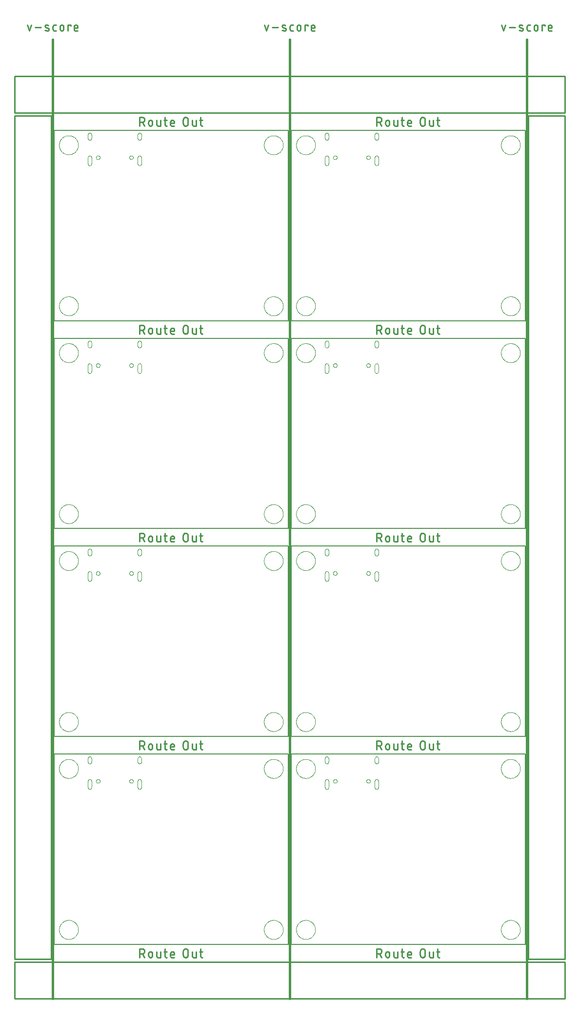
<source format=gko>
G75*
%MOIN*%
%OFA0B0*%
%FSLAX25Y25*%
%IPPOS*%
%LPD*%
%AMOC8*
5,1,8,0,0,1.08239X$1,22.5*
%
%ADD10C,0.00800*%
%ADD11C,0.01100*%
%ADD12C,0.01500*%
%ADD13C,0.01000*%
%ADD14C,0.00000*%
%ADD15C,0.00039*%
D10*
X0043342Y0038750D02*
X0203342Y0038750D01*
X0203342Y0168650D01*
X0043342Y0168650D01*
X0043342Y0038750D01*
X0043342Y0180650D02*
X0203342Y0180650D01*
X0203342Y0310550D01*
X0043342Y0310550D01*
X0043342Y0180650D01*
X0043342Y0322550D02*
X0203342Y0322550D01*
X0203342Y0452450D01*
X0043342Y0452450D01*
X0043342Y0322550D01*
X0043342Y0464450D02*
X0203342Y0464450D01*
X0203342Y0594350D01*
X0043342Y0594350D01*
X0043342Y0464450D01*
X0205342Y0464450D02*
X0365342Y0464450D01*
X0365342Y0594350D01*
X0205342Y0594350D01*
X0205342Y0464450D01*
X0205342Y0452450D02*
X0365342Y0452450D01*
X0365342Y0322550D01*
X0205342Y0322550D01*
X0205342Y0452450D01*
X0205342Y0310550D02*
X0365342Y0310550D01*
X0365342Y0180650D01*
X0205342Y0180650D01*
X0205342Y0310550D01*
X0205342Y0168650D02*
X0365342Y0168650D01*
X0365342Y0038750D01*
X0205342Y0038750D01*
X0205342Y0168650D01*
D11*
X0263887Y0171700D02*
X0263887Y0177600D01*
X0265526Y0177600D01*
X0265605Y0177598D01*
X0265684Y0177592D01*
X0265763Y0177583D01*
X0265841Y0177569D01*
X0265918Y0177552D01*
X0265995Y0177532D01*
X0266070Y0177507D01*
X0266144Y0177479D01*
X0266217Y0177447D01*
X0266288Y0177412D01*
X0266357Y0177374D01*
X0266424Y0177332D01*
X0266489Y0177287D01*
X0266552Y0177239D01*
X0266613Y0177188D01*
X0266671Y0177134D01*
X0266726Y0177077D01*
X0266779Y0177018D01*
X0266828Y0176956D01*
X0266875Y0176892D01*
X0266918Y0176826D01*
X0266958Y0176758D01*
X0266995Y0176687D01*
X0267029Y0176616D01*
X0267058Y0176542D01*
X0267085Y0176467D01*
X0267107Y0176392D01*
X0267126Y0176315D01*
X0267142Y0176237D01*
X0267153Y0176159D01*
X0267161Y0176080D01*
X0267165Y0176001D01*
X0267165Y0175921D01*
X0267161Y0175842D01*
X0267153Y0175763D01*
X0267142Y0175685D01*
X0267126Y0175607D01*
X0267107Y0175530D01*
X0267085Y0175455D01*
X0267058Y0175380D01*
X0267029Y0175306D01*
X0266995Y0175235D01*
X0266958Y0175164D01*
X0266918Y0175096D01*
X0266875Y0175030D01*
X0266828Y0174966D01*
X0266779Y0174904D01*
X0266726Y0174845D01*
X0266671Y0174788D01*
X0266613Y0174734D01*
X0266552Y0174683D01*
X0266489Y0174635D01*
X0266424Y0174590D01*
X0266357Y0174548D01*
X0266288Y0174510D01*
X0266217Y0174475D01*
X0266144Y0174443D01*
X0266070Y0174415D01*
X0265995Y0174390D01*
X0265918Y0174370D01*
X0265841Y0174353D01*
X0265763Y0174339D01*
X0265684Y0174330D01*
X0265605Y0174324D01*
X0265526Y0174322D01*
X0263887Y0174322D01*
X0265853Y0174322D02*
X0267164Y0171700D01*
X0269904Y0173011D02*
X0269904Y0174322D01*
X0269906Y0174393D01*
X0269912Y0174464D01*
X0269921Y0174534D01*
X0269935Y0174604D01*
X0269952Y0174673D01*
X0269973Y0174741D01*
X0269997Y0174807D01*
X0270025Y0174872D01*
X0270057Y0174936D01*
X0270092Y0174998D01*
X0270130Y0175058D01*
X0270171Y0175115D01*
X0270216Y0175171D01*
X0270263Y0175224D01*
X0270313Y0175274D01*
X0270366Y0175321D01*
X0270422Y0175366D01*
X0270479Y0175407D01*
X0270539Y0175445D01*
X0270601Y0175480D01*
X0270665Y0175512D01*
X0270730Y0175540D01*
X0270796Y0175564D01*
X0270864Y0175585D01*
X0270933Y0175602D01*
X0271003Y0175616D01*
X0271073Y0175625D01*
X0271144Y0175631D01*
X0271215Y0175633D01*
X0271286Y0175631D01*
X0271357Y0175625D01*
X0271427Y0175616D01*
X0271497Y0175602D01*
X0271566Y0175585D01*
X0271634Y0175564D01*
X0271700Y0175540D01*
X0271765Y0175512D01*
X0271829Y0175480D01*
X0271891Y0175445D01*
X0271951Y0175407D01*
X0272008Y0175366D01*
X0272064Y0175321D01*
X0272117Y0175274D01*
X0272167Y0175224D01*
X0272214Y0175171D01*
X0272259Y0175115D01*
X0272300Y0175058D01*
X0272338Y0174998D01*
X0272373Y0174936D01*
X0272405Y0174872D01*
X0272433Y0174807D01*
X0272457Y0174741D01*
X0272478Y0174673D01*
X0272495Y0174604D01*
X0272509Y0174534D01*
X0272518Y0174464D01*
X0272524Y0174393D01*
X0272526Y0174322D01*
X0272526Y0173011D01*
X0272524Y0172940D01*
X0272518Y0172869D01*
X0272509Y0172799D01*
X0272495Y0172729D01*
X0272478Y0172660D01*
X0272457Y0172592D01*
X0272433Y0172526D01*
X0272405Y0172461D01*
X0272373Y0172397D01*
X0272338Y0172335D01*
X0272300Y0172275D01*
X0272259Y0172218D01*
X0272214Y0172162D01*
X0272167Y0172109D01*
X0272117Y0172059D01*
X0272064Y0172012D01*
X0272008Y0171967D01*
X0271951Y0171926D01*
X0271891Y0171888D01*
X0271829Y0171853D01*
X0271765Y0171821D01*
X0271700Y0171793D01*
X0271634Y0171769D01*
X0271566Y0171748D01*
X0271497Y0171731D01*
X0271427Y0171717D01*
X0271357Y0171708D01*
X0271286Y0171702D01*
X0271215Y0171700D01*
X0271144Y0171702D01*
X0271073Y0171708D01*
X0271003Y0171717D01*
X0270933Y0171731D01*
X0270864Y0171748D01*
X0270796Y0171769D01*
X0270730Y0171793D01*
X0270665Y0171821D01*
X0270601Y0171853D01*
X0270539Y0171888D01*
X0270479Y0171926D01*
X0270422Y0171967D01*
X0270366Y0172012D01*
X0270313Y0172059D01*
X0270263Y0172109D01*
X0270216Y0172162D01*
X0270171Y0172218D01*
X0270130Y0172275D01*
X0270092Y0172335D01*
X0270057Y0172397D01*
X0270025Y0172461D01*
X0269997Y0172526D01*
X0269973Y0172592D01*
X0269952Y0172660D01*
X0269935Y0172729D01*
X0269921Y0172799D01*
X0269912Y0172869D01*
X0269906Y0172940D01*
X0269904Y0173011D01*
X0275442Y0172683D02*
X0275442Y0175633D01*
X0278065Y0175633D02*
X0278065Y0171700D01*
X0276426Y0171700D01*
X0276364Y0171702D01*
X0276303Y0171708D01*
X0276242Y0171717D01*
X0276182Y0171731D01*
X0276122Y0171748D01*
X0276064Y0171769D01*
X0276007Y0171794D01*
X0275952Y0171822D01*
X0275899Y0171853D01*
X0275848Y0171888D01*
X0275799Y0171926D01*
X0275753Y0171966D01*
X0275709Y0172010D01*
X0275669Y0172056D01*
X0275631Y0172105D01*
X0275596Y0172156D01*
X0275565Y0172209D01*
X0275537Y0172264D01*
X0275512Y0172321D01*
X0275491Y0172379D01*
X0275474Y0172439D01*
X0275460Y0172499D01*
X0275451Y0172560D01*
X0275445Y0172621D01*
X0275443Y0172683D01*
X0281075Y0172683D02*
X0281075Y0177600D01*
X0280419Y0175633D02*
X0282386Y0175633D01*
X0284879Y0174322D02*
X0284879Y0172683D01*
X0284881Y0172621D01*
X0284887Y0172560D01*
X0284896Y0172499D01*
X0284910Y0172439D01*
X0284927Y0172379D01*
X0284948Y0172321D01*
X0284973Y0172264D01*
X0285001Y0172209D01*
X0285032Y0172156D01*
X0285067Y0172105D01*
X0285105Y0172056D01*
X0285145Y0172010D01*
X0285189Y0171966D01*
X0285235Y0171926D01*
X0285284Y0171888D01*
X0285335Y0171853D01*
X0285388Y0171822D01*
X0285443Y0171794D01*
X0285500Y0171769D01*
X0285558Y0171748D01*
X0285618Y0171731D01*
X0285678Y0171717D01*
X0285739Y0171708D01*
X0285800Y0171702D01*
X0285862Y0171700D01*
X0287501Y0171700D01*
X0287501Y0173667D02*
X0284879Y0173667D01*
X0284879Y0174322D02*
X0284881Y0174393D01*
X0284887Y0174464D01*
X0284896Y0174534D01*
X0284910Y0174604D01*
X0284927Y0174673D01*
X0284948Y0174741D01*
X0284972Y0174807D01*
X0285000Y0174872D01*
X0285032Y0174936D01*
X0285067Y0174998D01*
X0285105Y0175058D01*
X0285146Y0175115D01*
X0285191Y0175171D01*
X0285238Y0175224D01*
X0285288Y0175274D01*
X0285341Y0175321D01*
X0285397Y0175366D01*
X0285454Y0175407D01*
X0285514Y0175445D01*
X0285576Y0175480D01*
X0285640Y0175512D01*
X0285705Y0175540D01*
X0285771Y0175564D01*
X0285839Y0175585D01*
X0285908Y0175602D01*
X0285978Y0175616D01*
X0286048Y0175625D01*
X0286119Y0175631D01*
X0286190Y0175633D01*
X0286261Y0175631D01*
X0286332Y0175625D01*
X0286402Y0175616D01*
X0286472Y0175602D01*
X0286541Y0175585D01*
X0286609Y0175564D01*
X0286675Y0175540D01*
X0286740Y0175512D01*
X0286804Y0175480D01*
X0286866Y0175445D01*
X0286926Y0175407D01*
X0286983Y0175366D01*
X0287039Y0175321D01*
X0287092Y0175274D01*
X0287142Y0175224D01*
X0287189Y0175171D01*
X0287234Y0175115D01*
X0287275Y0175058D01*
X0287313Y0174998D01*
X0287348Y0174936D01*
X0287380Y0174872D01*
X0287408Y0174807D01*
X0287432Y0174741D01*
X0287453Y0174673D01*
X0287470Y0174604D01*
X0287484Y0174534D01*
X0287493Y0174464D01*
X0287499Y0174393D01*
X0287501Y0174322D01*
X0287501Y0173667D01*
X0282386Y0171700D02*
X0282058Y0171700D01*
X0281996Y0171702D01*
X0281935Y0171708D01*
X0281874Y0171717D01*
X0281814Y0171731D01*
X0281754Y0171748D01*
X0281696Y0171769D01*
X0281639Y0171794D01*
X0281584Y0171822D01*
X0281531Y0171853D01*
X0281480Y0171888D01*
X0281431Y0171926D01*
X0281385Y0171966D01*
X0281341Y0172010D01*
X0281301Y0172056D01*
X0281263Y0172105D01*
X0281228Y0172156D01*
X0281197Y0172209D01*
X0281169Y0172264D01*
X0281144Y0172321D01*
X0281123Y0172379D01*
X0281106Y0172439D01*
X0281092Y0172499D01*
X0281083Y0172560D01*
X0281077Y0172621D01*
X0281075Y0172683D01*
X0293577Y0173339D02*
X0293577Y0175961D01*
X0293579Y0176040D01*
X0293585Y0176119D01*
X0293594Y0176198D01*
X0293608Y0176276D01*
X0293625Y0176353D01*
X0293645Y0176430D01*
X0293670Y0176505D01*
X0293698Y0176579D01*
X0293730Y0176652D01*
X0293765Y0176723D01*
X0293803Y0176792D01*
X0293845Y0176859D01*
X0293890Y0176924D01*
X0293938Y0176987D01*
X0293989Y0177048D01*
X0294043Y0177106D01*
X0294100Y0177161D01*
X0294159Y0177214D01*
X0294221Y0177263D01*
X0294285Y0177310D01*
X0294351Y0177353D01*
X0294419Y0177393D01*
X0294490Y0177430D01*
X0294561Y0177464D01*
X0294635Y0177493D01*
X0294710Y0177520D01*
X0294785Y0177542D01*
X0294862Y0177561D01*
X0294940Y0177577D01*
X0295018Y0177588D01*
X0295097Y0177596D01*
X0295176Y0177600D01*
X0295256Y0177600D01*
X0295335Y0177596D01*
X0295414Y0177588D01*
X0295492Y0177577D01*
X0295570Y0177561D01*
X0295647Y0177542D01*
X0295722Y0177520D01*
X0295797Y0177493D01*
X0295871Y0177464D01*
X0295942Y0177430D01*
X0296013Y0177393D01*
X0296081Y0177353D01*
X0296147Y0177310D01*
X0296211Y0177263D01*
X0296273Y0177214D01*
X0296332Y0177161D01*
X0296389Y0177106D01*
X0296443Y0177048D01*
X0296494Y0176987D01*
X0296542Y0176924D01*
X0296587Y0176859D01*
X0296629Y0176792D01*
X0296667Y0176723D01*
X0296702Y0176652D01*
X0296734Y0176579D01*
X0296762Y0176505D01*
X0296787Y0176430D01*
X0296807Y0176353D01*
X0296824Y0176276D01*
X0296838Y0176198D01*
X0296847Y0176119D01*
X0296853Y0176040D01*
X0296855Y0175961D01*
X0296855Y0173339D01*
X0296853Y0173260D01*
X0296847Y0173181D01*
X0296838Y0173102D01*
X0296824Y0173024D01*
X0296807Y0172947D01*
X0296787Y0172870D01*
X0296762Y0172795D01*
X0296734Y0172721D01*
X0296702Y0172648D01*
X0296667Y0172577D01*
X0296629Y0172508D01*
X0296587Y0172441D01*
X0296542Y0172376D01*
X0296494Y0172313D01*
X0296443Y0172252D01*
X0296389Y0172194D01*
X0296332Y0172139D01*
X0296273Y0172086D01*
X0296211Y0172037D01*
X0296147Y0171990D01*
X0296081Y0171947D01*
X0296013Y0171907D01*
X0295942Y0171870D01*
X0295871Y0171836D01*
X0295797Y0171807D01*
X0295722Y0171780D01*
X0295647Y0171758D01*
X0295570Y0171739D01*
X0295492Y0171723D01*
X0295414Y0171712D01*
X0295335Y0171704D01*
X0295256Y0171700D01*
X0295176Y0171700D01*
X0295097Y0171704D01*
X0295018Y0171712D01*
X0294940Y0171723D01*
X0294862Y0171739D01*
X0294785Y0171758D01*
X0294710Y0171780D01*
X0294635Y0171807D01*
X0294561Y0171836D01*
X0294490Y0171870D01*
X0294419Y0171907D01*
X0294351Y0171947D01*
X0294285Y0171990D01*
X0294221Y0172037D01*
X0294159Y0172086D01*
X0294100Y0172139D01*
X0294043Y0172194D01*
X0293989Y0172252D01*
X0293938Y0172313D01*
X0293890Y0172376D01*
X0293845Y0172441D01*
X0293803Y0172508D01*
X0293765Y0172577D01*
X0293730Y0172648D01*
X0293698Y0172721D01*
X0293670Y0172795D01*
X0293645Y0172870D01*
X0293625Y0172947D01*
X0293608Y0173024D01*
X0293594Y0173102D01*
X0293585Y0173181D01*
X0293579Y0173260D01*
X0293577Y0173339D01*
X0299853Y0172683D02*
X0299853Y0175633D01*
X0302476Y0175633D02*
X0302476Y0171700D01*
X0300837Y0171700D01*
X0300775Y0171702D01*
X0300714Y0171708D01*
X0300653Y0171717D01*
X0300593Y0171731D01*
X0300533Y0171748D01*
X0300475Y0171769D01*
X0300418Y0171794D01*
X0300363Y0171822D01*
X0300310Y0171853D01*
X0300259Y0171888D01*
X0300210Y0171926D01*
X0300164Y0171966D01*
X0300120Y0172010D01*
X0300080Y0172056D01*
X0300042Y0172105D01*
X0300007Y0172156D01*
X0299976Y0172209D01*
X0299948Y0172264D01*
X0299923Y0172321D01*
X0299902Y0172379D01*
X0299885Y0172439D01*
X0299871Y0172499D01*
X0299862Y0172560D01*
X0299856Y0172621D01*
X0299854Y0172683D01*
X0305486Y0172683D02*
X0305486Y0177600D01*
X0304830Y0175633D02*
X0306797Y0175633D01*
X0305486Y0172683D02*
X0305488Y0172621D01*
X0305494Y0172560D01*
X0305503Y0172499D01*
X0305517Y0172439D01*
X0305534Y0172379D01*
X0305555Y0172321D01*
X0305580Y0172264D01*
X0305608Y0172209D01*
X0305639Y0172156D01*
X0305674Y0172105D01*
X0305712Y0172056D01*
X0305752Y0172010D01*
X0305796Y0171966D01*
X0305842Y0171926D01*
X0305891Y0171888D01*
X0305942Y0171853D01*
X0305995Y0171822D01*
X0306050Y0171794D01*
X0306107Y0171769D01*
X0306165Y0171748D01*
X0306225Y0171731D01*
X0306285Y0171717D01*
X0306346Y0171708D01*
X0306407Y0171702D01*
X0306469Y0171700D01*
X0306797Y0171700D01*
X0305486Y0035700D02*
X0305486Y0030783D01*
X0305488Y0030721D01*
X0305494Y0030660D01*
X0305503Y0030599D01*
X0305517Y0030539D01*
X0305534Y0030479D01*
X0305555Y0030421D01*
X0305580Y0030364D01*
X0305608Y0030309D01*
X0305639Y0030256D01*
X0305674Y0030205D01*
X0305712Y0030156D01*
X0305752Y0030110D01*
X0305796Y0030066D01*
X0305842Y0030026D01*
X0305891Y0029988D01*
X0305942Y0029953D01*
X0305995Y0029922D01*
X0306050Y0029894D01*
X0306107Y0029869D01*
X0306165Y0029848D01*
X0306225Y0029831D01*
X0306285Y0029817D01*
X0306346Y0029808D01*
X0306407Y0029802D01*
X0306469Y0029800D01*
X0306797Y0029800D01*
X0306797Y0033733D02*
X0304830Y0033733D01*
X0302476Y0033733D02*
X0302476Y0029800D01*
X0300837Y0029800D01*
X0300775Y0029802D01*
X0300714Y0029808D01*
X0300653Y0029817D01*
X0300593Y0029831D01*
X0300533Y0029848D01*
X0300475Y0029869D01*
X0300418Y0029894D01*
X0300363Y0029922D01*
X0300310Y0029953D01*
X0300259Y0029988D01*
X0300210Y0030026D01*
X0300164Y0030066D01*
X0300120Y0030110D01*
X0300080Y0030156D01*
X0300042Y0030205D01*
X0300007Y0030256D01*
X0299976Y0030309D01*
X0299948Y0030364D01*
X0299923Y0030421D01*
X0299902Y0030479D01*
X0299885Y0030539D01*
X0299871Y0030599D01*
X0299862Y0030660D01*
X0299856Y0030721D01*
X0299854Y0030783D01*
X0299853Y0030783D02*
X0299853Y0033733D01*
X0296855Y0034061D02*
X0296855Y0031439D01*
X0296853Y0031360D01*
X0296847Y0031281D01*
X0296838Y0031202D01*
X0296824Y0031124D01*
X0296807Y0031047D01*
X0296787Y0030970D01*
X0296762Y0030895D01*
X0296734Y0030821D01*
X0296702Y0030748D01*
X0296667Y0030677D01*
X0296629Y0030608D01*
X0296587Y0030541D01*
X0296542Y0030476D01*
X0296494Y0030413D01*
X0296443Y0030352D01*
X0296389Y0030294D01*
X0296332Y0030239D01*
X0296273Y0030186D01*
X0296211Y0030137D01*
X0296147Y0030090D01*
X0296081Y0030047D01*
X0296013Y0030007D01*
X0295942Y0029970D01*
X0295871Y0029936D01*
X0295797Y0029907D01*
X0295722Y0029880D01*
X0295647Y0029858D01*
X0295570Y0029839D01*
X0295492Y0029823D01*
X0295414Y0029812D01*
X0295335Y0029804D01*
X0295256Y0029800D01*
X0295176Y0029800D01*
X0295097Y0029804D01*
X0295018Y0029812D01*
X0294940Y0029823D01*
X0294862Y0029839D01*
X0294785Y0029858D01*
X0294710Y0029880D01*
X0294635Y0029907D01*
X0294561Y0029936D01*
X0294490Y0029970D01*
X0294419Y0030007D01*
X0294351Y0030047D01*
X0294285Y0030090D01*
X0294221Y0030137D01*
X0294159Y0030186D01*
X0294100Y0030239D01*
X0294043Y0030294D01*
X0293989Y0030352D01*
X0293938Y0030413D01*
X0293890Y0030476D01*
X0293845Y0030541D01*
X0293803Y0030608D01*
X0293765Y0030677D01*
X0293730Y0030748D01*
X0293698Y0030821D01*
X0293670Y0030895D01*
X0293645Y0030970D01*
X0293625Y0031047D01*
X0293608Y0031124D01*
X0293594Y0031202D01*
X0293585Y0031281D01*
X0293579Y0031360D01*
X0293577Y0031439D01*
X0293577Y0034061D01*
X0293579Y0034140D01*
X0293585Y0034219D01*
X0293594Y0034298D01*
X0293608Y0034376D01*
X0293625Y0034453D01*
X0293645Y0034530D01*
X0293670Y0034605D01*
X0293698Y0034679D01*
X0293730Y0034752D01*
X0293765Y0034823D01*
X0293803Y0034892D01*
X0293845Y0034959D01*
X0293890Y0035024D01*
X0293938Y0035087D01*
X0293989Y0035148D01*
X0294043Y0035206D01*
X0294100Y0035261D01*
X0294159Y0035314D01*
X0294221Y0035363D01*
X0294285Y0035410D01*
X0294351Y0035453D01*
X0294419Y0035493D01*
X0294490Y0035530D01*
X0294561Y0035564D01*
X0294635Y0035593D01*
X0294710Y0035620D01*
X0294785Y0035642D01*
X0294862Y0035661D01*
X0294940Y0035677D01*
X0295018Y0035688D01*
X0295097Y0035696D01*
X0295176Y0035700D01*
X0295256Y0035700D01*
X0295335Y0035696D01*
X0295414Y0035688D01*
X0295492Y0035677D01*
X0295570Y0035661D01*
X0295647Y0035642D01*
X0295722Y0035620D01*
X0295797Y0035593D01*
X0295871Y0035564D01*
X0295942Y0035530D01*
X0296013Y0035493D01*
X0296081Y0035453D01*
X0296147Y0035410D01*
X0296211Y0035363D01*
X0296273Y0035314D01*
X0296332Y0035261D01*
X0296389Y0035206D01*
X0296443Y0035148D01*
X0296494Y0035087D01*
X0296542Y0035024D01*
X0296587Y0034959D01*
X0296629Y0034892D01*
X0296667Y0034823D01*
X0296702Y0034752D01*
X0296734Y0034679D01*
X0296762Y0034605D01*
X0296787Y0034530D01*
X0296807Y0034453D01*
X0296824Y0034376D01*
X0296838Y0034298D01*
X0296847Y0034219D01*
X0296853Y0034140D01*
X0296855Y0034061D01*
X0287501Y0032422D02*
X0287501Y0031767D01*
X0284879Y0031767D01*
X0284879Y0032422D02*
X0284879Y0030783D01*
X0284881Y0030721D01*
X0284887Y0030660D01*
X0284896Y0030599D01*
X0284910Y0030539D01*
X0284927Y0030479D01*
X0284948Y0030421D01*
X0284973Y0030364D01*
X0285001Y0030309D01*
X0285032Y0030256D01*
X0285067Y0030205D01*
X0285105Y0030156D01*
X0285145Y0030110D01*
X0285189Y0030066D01*
X0285235Y0030026D01*
X0285284Y0029988D01*
X0285335Y0029953D01*
X0285388Y0029922D01*
X0285443Y0029894D01*
X0285500Y0029869D01*
X0285558Y0029848D01*
X0285618Y0029831D01*
X0285678Y0029817D01*
X0285739Y0029808D01*
X0285800Y0029802D01*
X0285862Y0029800D01*
X0287501Y0029800D01*
X0287501Y0032422D02*
X0287499Y0032493D01*
X0287493Y0032564D01*
X0287484Y0032634D01*
X0287470Y0032704D01*
X0287453Y0032773D01*
X0287432Y0032841D01*
X0287408Y0032907D01*
X0287380Y0032972D01*
X0287348Y0033036D01*
X0287313Y0033098D01*
X0287275Y0033158D01*
X0287234Y0033215D01*
X0287189Y0033271D01*
X0287142Y0033324D01*
X0287092Y0033374D01*
X0287039Y0033421D01*
X0286983Y0033466D01*
X0286926Y0033507D01*
X0286866Y0033545D01*
X0286804Y0033580D01*
X0286740Y0033612D01*
X0286675Y0033640D01*
X0286609Y0033664D01*
X0286541Y0033685D01*
X0286472Y0033702D01*
X0286402Y0033716D01*
X0286332Y0033725D01*
X0286261Y0033731D01*
X0286190Y0033733D01*
X0286119Y0033731D01*
X0286048Y0033725D01*
X0285978Y0033716D01*
X0285908Y0033702D01*
X0285839Y0033685D01*
X0285771Y0033664D01*
X0285705Y0033640D01*
X0285640Y0033612D01*
X0285576Y0033580D01*
X0285514Y0033545D01*
X0285454Y0033507D01*
X0285397Y0033466D01*
X0285341Y0033421D01*
X0285288Y0033374D01*
X0285238Y0033324D01*
X0285191Y0033271D01*
X0285146Y0033215D01*
X0285105Y0033158D01*
X0285067Y0033098D01*
X0285032Y0033036D01*
X0285000Y0032972D01*
X0284972Y0032907D01*
X0284948Y0032841D01*
X0284927Y0032773D01*
X0284910Y0032704D01*
X0284896Y0032634D01*
X0284887Y0032564D01*
X0284881Y0032493D01*
X0284879Y0032422D01*
X0282386Y0033733D02*
X0280419Y0033733D01*
X0281075Y0035700D02*
X0281075Y0030783D01*
X0281077Y0030721D01*
X0281083Y0030660D01*
X0281092Y0030599D01*
X0281106Y0030539D01*
X0281123Y0030479D01*
X0281144Y0030421D01*
X0281169Y0030364D01*
X0281197Y0030309D01*
X0281228Y0030256D01*
X0281263Y0030205D01*
X0281301Y0030156D01*
X0281341Y0030110D01*
X0281385Y0030066D01*
X0281431Y0030026D01*
X0281480Y0029988D01*
X0281531Y0029953D01*
X0281584Y0029922D01*
X0281639Y0029894D01*
X0281696Y0029869D01*
X0281754Y0029848D01*
X0281814Y0029831D01*
X0281874Y0029817D01*
X0281935Y0029808D01*
X0281996Y0029802D01*
X0282058Y0029800D01*
X0282386Y0029800D01*
X0278065Y0029800D02*
X0278065Y0033733D01*
X0275442Y0033733D02*
X0275442Y0030783D01*
X0275443Y0030783D02*
X0275445Y0030721D01*
X0275451Y0030660D01*
X0275460Y0030599D01*
X0275474Y0030539D01*
X0275491Y0030479D01*
X0275512Y0030421D01*
X0275537Y0030364D01*
X0275565Y0030309D01*
X0275596Y0030256D01*
X0275631Y0030205D01*
X0275669Y0030156D01*
X0275709Y0030110D01*
X0275753Y0030066D01*
X0275799Y0030026D01*
X0275848Y0029988D01*
X0275899Y0029953D01*
X0275952Y0029922D01*
X0276007Y0029894D01*
X0276064Y0029869D01*
X0276122Y0029848D01*
X0276182Y0029831D01*
X0276242Y0029817D01*
X0276303Y0029808D01*
X0276364Y0029802D01*
X0276426Y0029800D01*
X0278065Y0029800D01*
X0272526Y0031111D02*
X0272526Y0032422D01*
X0272524Y0032493D01*
X0272518Y0032564D01*
X0272509Y0032634D01*
X0272495Y0032704D01*
X0272478Y0032773D01*
X0272457Y0032841D01*
X0272433Y0032907D01*
X0272405Y0032972D01*
X0272373Y0033036D01*
X0272338Y0033098D01*
X0272300Y0033158D01*
X0272259Y0033215D01*
X0272214Y0033271D01*
X0272167Y0033324D01*
X0272117Y0033374D01*
X0272064Y0033421D01*
X0272008Y0033466D01*
X0271951Y0033507D01*
X0271891Y0033545D01*
X0271829Y0033580D01*
X0271765Y0033612D01*
X0271700Y0033640D01*
X0271634Y0033664D01*
X0271566Y0033685D01*
X0271497Y0033702D01*
X0271427Y0033716D01*
X0271357Y0033725D01*
X0271286Y0033731D01*
X0271215Y0033733D01*
X0271144Y0033731D01*
X0271073Y0033725D01*
X0271003Y0033716D01*
X0270933Y0033702D01*
X0270864Y0033685D01*
X0270796Y0033664D01*
X0270730Y0033640D01*
X0270665Y0033612D01*
X0270601Y0033580D01*
X0270539Y0033545D01*
X0270479Y0033507D01*
X0270422Y0033466D01*
X0270366Y0033421D01*
X0270313Y0033374D01*
X0270263Y0033324D01*
X0270216Y0033271D01*
X0270171Y0033215D01*
X0270130Y0033158D01*
X0270092Y0033098D01*
X0270057Y0033036D01*
X0270025Y0032972D01*
X0269997Y0032907D01*
X0269973Y0032841D01*
X0269952Y0032773D01*
X0269935Y0032704D01*
X0269921Y0032634D01*
X0269912Y0032564D01*
X0269906Y0032493D01*
X0269904Y0032422D01*
X0269904Y0031111D01*
X0269906Y0031040D01*
X0269912Y0030969D01*
X0269921Y0030899D01*
X0269935Y0030829D01*
X0269952Y0030760D01*
X0269973Y0030692D01*
X0269997Y0030626D01*
X0270025Y0030561D01*
X0270057Y0030497D01*
X0270092Y0030435D01*
X0270130Y0030375D01*
X0270171Y0030318D01*
X0270216Y0030262D01*
X0270263Y0030209D01*
X0270313Y0030159D01*
X0270366Y0030112D01*
X0270422Y0030067D01*
X0270479Y0030026D01*
X0270539Y0029988D01*
X0270601Y0029953D01*
X0270665Y0029921D01*
X0270730Y0029893D01*
X0270796Y0029869D01*
X0270864Y0029848D01*
X0270933Y0029831D01*
X0271003Y0029817D01*
X0271073Y0029808D01*
X0271144Y0029802D01*
X0271215Y0029800D01*
X0271286Y0029802D01*
X0271357Y0029808D01*
X0271427Y0029817D01*
X0271497Y0029831D01*
X0271566Y0029848D01*
X0271634Y0029869D01*
X0271700Y0029893D01*
X0271765Y0029921D01*
X0271829Y0029953D01*
X0271891Y0029988D01*
X0271951Y0030026D01*
X0272008Y0030067D01*
X0272064Y0030112D01*
X0272117Y0030159D01*
X0272167Y0030209D01*
X0272214Y0030262D01*
X0272259Y0030318D01*
X0272300Y0030375D01*
X0272338Y0030435D01*
X0272373Y0030497D01*
X0272405Y0030561D01*
X0272433Y0030626D01*
X0272457Y0030692D01*
X0272478Y0030760D01*
X0272495Y0030829D01*
X0272509Y0030899D01*
X0272518Y0030969D01*
X0272524Y0031040D01*
X0272526Y0031111D01*
X0267164Y0029800D02*
X0265853Y0032422D01*
X0265526Y0032422D02*
X0263887Y0032422D01*
X0265526Y0032422D02*
X0265605Y0032424D01*
X0265684Y0032430D01*
X0265763Y0032439D01*
X0265841Y0032453D01*
X0265918Y0032470D01*
X0265995Y0032490D01*
X0266070Y0032515D01*
X0266144Y0032543D01*
X0266217Y0032575D01*
X0266288Y0032610D01*
X0266357Y0032648D01*
X0266424Y0032690D01*
X0266489Y0032735D01*
X0266552Y0032783D01*
X0266613Y0032834D01*
X0266671Y0032888D01*
X0266726Y0032945D01*
X0266779Y0033004D01*
X0266828Y0033066D01*
X0266875Y0033130D01*
X0266918Y0033196D01*
X0266958Y0033264D01*
X0266995Y0033335D01*
X0267029Y0033406D01*
X0267058Y0033480D01*
X0267085Y0033555D01*
X0267107Y0033630D01*
X0267126Y0033707D01*
X0267142Y0033785D01*
X0267153Y0033863D01*
X0267161Y0033942D01*
X0267165Y0034021D01*
X0267165Y0034101D01*
X0267161Y0034180D01*
X0267153Y0034259D01*
X0267142Y0034337D01*
X0267126Y0034415D01*
X0267107Y0034492D01*
X0267085Y0034567D01*
X0267058Y0034642D01*
X0267029Y0034716D01*
X0266995Y0034787D01*
X0266958Y0034858D01*
X0266918Y0034926D01*
X0266875Y0034992D01*
X0266828Y0035056D01*
X0266779Y0035118D01*
X0266726Y0035177D01*
X0266671Y0035234D01*
X0266613Y0035288D01*
X0266552Y0035339D01*
X0266489Y0035387D01*
X0266424Y0035432D01*
X0266357Y0035474D01*
X0266288Y0035512D01*
X0266217Y0035547D01*
X0266144Y0035579D01*
X0266070Y0035607D01*
X0265995Y0035632D01*
X0265918Y0035652D01*
X0265841Y0035669D01*
X0265763Y0035683D01*
X0265684Y0035692D01*
X0265605Y0035698D01*
X0265526Y0035700D01*
X0263887Y0035700D01*
X0263887Y0029800D01*
X0144797Y0029800D02*
X0144469Y0029800D01*
X0144407Y0029802D01*
X0144346Y0029808D01*
X0144285Y0029817D01*
X0144225Y0029831D01*
X0144165Y0029848D01*
X0144107Y0029869D01*
X0144050Y0029894D01*
X0143995Y0029922D01*
X0143942Y0029953D01*
X0143891Y0029988D01*
X0143842Y0030026D01*
X0143796Y0030066D01*
X0143752Y0030110D01*
X0143712Y0030156D01*
X0143674Y0030205D01*
X0143639Y0030256D01*
X0143608Y0030309D01*
X0143580Y0030364D01*
X0143555Y0030421D01*
X0143534Y0030479D01*
X0143517Y0030539D01*
X0143503Y0030599D01*
X0143494Y0030660D01*
X0143488Y0030721D01*
X0143486Y0030783D01*
X0143486Y0035700D01*
X0142830Y0033733D02*
X0144797Y0033733D01*
X0140476Y0033733D02*
X0140476Y0029800D01*
X0138837Y0029800D01*
X0138775Y0029802D01*
X0138714Y0029808D01*
X0138653Y0029817D01*
X0138593Y0029831D01*
X0138533Y0029848D01*
X0138475Y0029869D01*
X0138418Y0029894D01*
X0138363Y0029922D01*
X0138310Y0029953D01*
X0138259Y0029988D01*
X0138210Y0030026D01*
X0138164Y0030066D01*
X0138120Y0030110D01*
X0138080Y0030156D01*
X0138042Y0030205D01*
X0138007Y0030256D01*
X0137976Y0030309D01*
X0137948Y0030364D01*
X0137923Y0030421D01*
X0137902Y0030479D01*
X0137885Y0030539D01*
X0137871Y0030599D01*
X0137862Y0030660D01*
X0137856Y0030721D01*
X0137854Y0030783D01*
X0137853Y0030783D02*
X0137853Y0033733D01*
X0134855Y0034061D02*
X0134855Y0031439D01*
X0134853Y0031360D01*
X0134847Y0031281D01*
X0134838Y0031202D01*
X0134824Y0031124D01*
X0134807Y0031047D01*
X0134787Y0030970D01*
X0134762Y0030895D01*
X0134734Y0030821D01*
X0134702Y0030748D01*
X0134667Y0030677D01*
X0134629Y0030608D01*
X0134587Y0030541D01*
X0134542Y0030476D01*
X0134494Y0030413D01*
X0134443Y0030352D01*
X0134389Y0030294D01*
X0134332Y0030239D01*
X0134273Y0030186D01*
X0134211Y0030137D01*
X0134147Y0030090D01*
X0134081Y0030047D01*
X0134013Y0030007D01*
X0133942Y0029970D01*
X0133871Y0029936D01*
X0133797Y0029907D01*
X0133722Y0029880D01*
X0133647Y0029858D01*
X0133570Y0029839D01*
X0133492Y0029823D01*
X0133414Y0029812D01*
X0133335Y0029804D01*
X0133256Y0029800D01*
X0133176Y0029800D01*
X0133097Y0029804D01*
X0133018Y0029812D01*
X0132940Y0029823D01*
X0132862Y0029839D01*
X0132785Y0029858D01*
X0132710Y0029880D01*
X0132635Y0029907D01*
X0132561Y0029936D01*
X0132490Y0029970D01*
X0132419Y0030007D01*
X0132351Y0030047D01*
X0132285Y0030090D01*
X0132221Y0030137D01*
X0132159Y0030186D01*
X0132100Y0030239D01*
X0132043Y0030294D01*
X0131989Y0030352D01*
X0131938Y0030413D01*
X0131890Y0030476D01*
X0131845Y0030541D01*
X0131803Y0030608D01*
X0131765Y0030677D01*
X0131730Y0030748D01*
X0131698Y0030821D01*
X0131670Y0030895D01*
X0131645Y0030970D01*
X0131625Y0031047D01*
X0131608Y0031124D01*
X0131594Y0031202D01*
X0131585Y0031281D01*
X0131579Y0031360D01*
X0131577Y0031439D01*
X0131577Y0034061D01*
X0131579Y0034140D01*
X0131585Y0034219D01*
X0131594Y0034298D01*
X0131608Y0034376D01*
X0131625Y0034453D01*
X0131645Y0034530D01*
X0131670Y0034605D01*
X0131698Y0034679D01*
X0131730Y0034752D01*
X0131765Y0034823D01*
X0131803Y0034892D01*
X0131845Y0034959D01*
X0131890Y0035024D01*
X0131938Y0035087D01*
X0131989Y0035148D01*
X0132043Y0035206D01*
X0132100Y0035261D01*
X0132159Y0035314D01*
X0132221Y0035363D01*
X0132285Y0035410D01*
X0132351Y0035453D01*
X0132419Y0035493D01*
X0132490Y0035530D01*
X0132561Y0035564D01*
X0132635Y0035593D01*
X0132710Y0035620D01*
X0132785Y0035642D01*
X0132862Y0035661D01*
X0132940Y0035677D01*
X0133018Y0035688D01*
X0133097Y0035696D01*
X0133176Y0035700D01*
X0133256Y0035700D01*
X0133335Y0035696D01*
X0133414Y0035688D01*
X0133492Y0035677D01*
X0133570Y0035661D01*
X0133647Y0035642D01*
X0133722Y0035620D01*
X0133797Y0035593D01*
X0133871Y0035564D01*
X0133942Y0035530D01*
X0134013Y0035493D01*
X0134081Y0035453D01*
X0134147Y0035410D01*
X0134211Y0035363D01*
X0134273Y0035314D01*
X0134332Y0035261D01*
X0134389Y0035206D01*
X0134443Y0035148D01*
X0134494Y0035087D01*
X0134542Y0035024D01*
X0134587Y0034959D01*
X0134629Y0034892D01*
X0134667Y0034823D01*
X0134702Y0034752D01*
X0134734Y0034679D01*
X0134762Y0034605D01*
X0134787Y0034530D01*
X0134807Y0034453D01*
X0134824Y0034376D01*
X0134838Y0034298D01*
X0134847Y0034219D01*
X0134853Y0034140D01*
X0134855Y0034061D01*
X0125501Y0032422D02*
X0125501Y0031767D01*
X0122879Y0031767D01*
X0122879Y0032422D02*
X0122879Y0030783D01*
X0122881Y0030721D01*
X0122887Y0030660D01*
X0122896Y0030599D01*
X0122910Y0030539D01*
X0122927Y0030479D01*
X0122948Y0030421D01*
X0122973Y0030364D01*
X0123001Y0030309D01*
X0123032Y0030256D01*
X0123067Y0030205D01*
X0123105Y0030156D01*
X0123145Y0030110D01*
X0123189Y0030066D01*
X0123235Y0030026D01*
X0123284Y0029988D01*
X0123335Y0029953D01*
X0123388Y0029922D01*
X0123443Y0029894D01*
X0123500Y0029869D01*
X0123558Y0029848D01*
X0123618Y0029831D01*
X0123678Y0029817D01*
X0123739Y0029808D01*
X0123800Y0029802D01*
X0123862Y0029800D01*
X0125501Y0029800D01*
X0125501Y0032422D02*
X0125499Y0032493D01*
X0125493Y0032564D01*
X0125484Y0032634D01*
X0125470Y0032704D01*
X0125453Y0032773D01*
X0125432Y0032841D01*
X0125408Y0032907D01*
X0125380Y0032972D01*
X0125348Y0033036D01*
X0125313Y0033098D01*
X0125275Y0033158D01*
X0125234Y0033215D01*
X0125189Y0033271D01*
X0125142Y0033324D01*
X0125092Y0033374D01*
X0125039Y0033421D01*
X0124983Y0033466D01*
X0124926Y0033507D01*
X0124866Y0033545D01*
X0124804Y0033580D01*
X0124740Y0033612D01*
X0124675Y0033640D01*
X0124609Y0033664D01*
X0124541Y0033685D01*
X0124472Y0033702D01*
X0124402Y0033716D01*
X0124332Y0033725D01*
X0124261Y0033731D01*
X0124190Y0033733D01*
X0124119Y0033731D01*
X0124048Y0033725D01*
X0123978Y0033716D01*
X0123908Y0033702D01*
X0123839Y0033685D01*
X0123771Y0033664D01*
X0123705Y0033640D01*
X0123640Y0033612D01*
X0123576Y0033580D01*
X0123514Y0033545D01*
X0123454Y0033507D01*
X0123397Y0033466D01*
X0123341Y0033421D01*
X0123288Y0033374D01*
X0123238Y0033324D01*
X0123191Y0033271D01*
X0123146Y0033215D01*
X0123105Y0033158D01*
X0123067Y0033098D01*
X0123032Y0033036D01*
X0123000Y0032972D01*
X0122972Y0032907D01*
X0122948Y0032841D01*
X0122927Y0032773D01*
X0122910Y0032704D01*
X0122896Y0032634D01*
X0122887Y0032564D01*
X0122881Y0032493D01*
X0122879Y0032422D01*
X0120386Y0033733D02*
X0118419Y0033733D01*
X0119075Y0035700D02*
X0119075Y0030783D01*
X0119077Y0030721D01*
X0119083Y0030660D01*
X0119092Y0030599D01*
X0119106Y0030539D01*
X0119123Y0030479D01*
X0119144Y0030421D01*
X0119169Y0030364D01*
X0119197Y0030309D01*
X0119228Y0030256D01*
X0119263Y0030205D01*
X0119301Y0030156D01*
X0119341Y0030110D01*
X0119385Y0030066D01*
X0119431Y0030026D01*
X0119480Y0029988D01*
X0119531Y0029953D01*
X0119584Y0029922D01*
X0119639Y0029894D01*
X0119696Y0029869D01*
X0119754Y0029848D01*
X0119814Y0029831D01*
X0119874Y0029817D01*
X0119935Y0029808D01*
X0119996Y0029802D01*
X0120058Y0029800D01*
X0120386Y0029800D01*
X0116065Y0029800D02*
X0116065Y0033733D01*
X0113442Y0033733D02*
X0113442Y0030783D01*
X0113443Y0030783D02*
X0113445Y0030721D01*
X0113451Y0030660D01*
X0113460Y0030599D01*
X0113474Y0030539D01*
X0113491Y0030479D01*
X0113512Y0030421D01*
X0113537Y0030364D01*
X0113565Y0030309D01*
X0113596Y0030256D01*
X0113631Y0030205D01*
X0113669Y0030156D01*
X0113709Y0030110D01*
X0113753Y0030066D01*
X0113799Y0030026D01*
X0113848Y0029988D01*
X0113899Y0029953D01*
X0113952Y0029922D01*
X0114007Y0029894D01*
X0114064Y0029869D01*
X0114122Y0029848D01*
X0114182Y0029831D01*
X0114242Y0029817D01*
X0114303Y0029808D01*
X0114364Y0029802D01*
X0114426Y0029800D01*
X0116065Y0029800D01*
X0110526Y0031111D02*
X0110526Y0032422D01*
X0110524Y0032493D01*
X0110518Y0032564D01*
X0110509Y0032634D01*
X0110495Y0032704D01*
X0110478Y0032773D01*
X0110457Y0032841D01*
X0110433Y0032907D01*
X0110405Y0032972D01*
X0110373Y0033036D01*
X0110338Y0033098D01*
X0110300Y0033158D01*
X0110259Y0033215D01*
X0110214Y0033271D01*
X0110167Y0033324D01*
X0110117Y0033374D01*
X0110064Y0033421D01*
X0110008Y0033466D01*
X0109951Y0033507D01*
X0109891Y0033545D01*
X0109829Y0033580D01*
X0109765Y0033612D01*
X0109700Y0033640D01*
X0109634Y0033664D01*
X0109566Y0033685D01*
X0109497Y0033702D01*
X0109427Y0033716D01*
X0109357Y0033725D01*
X0109286Y0033731D01*
X0109215Y0033733D01*
X0109144Y0033731D01*
X0109073Y0033725D01*
X0109003Y0033716D01*
X0108933Y0033702D01*
X0108864Y0033685D01*
X0108796Y0033664D01*
X0108730Y0033640D01*
X0108665Y0033612D01*
X0108601Y0033580D01*
X0108539Y0033545D01*
X0108479Y0033507D01*
X0108422Y0033466D01*
X0108366Y0033421D01*
X0108313Y0033374D01*
X0108263Y0033324D01*
X0108216Y0033271D01*
X0108171Y0033215D01*
X0108130Y0033158D01*
X0108092Y0033098D01*
X0108057Y0033036D01*
X0108025Y0032972D01*
X0107997Y0032907D01*
X0107973Y0032841D01*
X0107952Y0032773D01*
X0107935Y0032704D01*
X0107921Y0032634D01*
X0107912Y0032564D01*
X0107906Y0032493D01*
X0107904Y0032422D01*
X0107904Y0031111D01*
X0107906Y0031040D01*
X0107912Y0030969D01*
X0107921Y0030899D01*
X0107935Y0030829D01*
X0107952Y0030760D01*
X0107973Y0030692D01*
X0107997Y0030626D01*
X0108025Y0030561D01*
X0108057Y0030497D01*
X0108092Y0030435D01*
X0108130Y0030375D01*
X0108171Y0030318D01*
X0108216Y0030262D01*
X0108263Y0030209D01*
X0108313Y0030159D01*
X0108366Y0030112D01*
X0108422Y0030067D01*
X0108479Y0030026D01*
X0108539Y0029988D01*
X0108601Y0029953D01*
X0108665Y0029921D01*
X0108730Y0029893D01*
X0108796Y0029869D01*
X0108864Y0029848D01*
X0108933Y0029831D01*
X0109003Y0029817D01*
X0109073Y0029808D01*
X0109144Y0029802D01*
X0109215Y0029800D01*
X0109286Y0029802D01*
X0109357Y0029808D01*
X0109427Y0029817D01*
X0109497Y0029831D01*
X0109566Y0029848D01*
X0109634Y0029869D01*
X0109700Y0029893D01*
X0109765Y0029921D01*
X0109829Y0029953D01*
X0109891Y0029988D01*
X0109951Y0030026D01*
X0110008Y0030067D01*
X0110064Y0030112D01*
X0110117Y0030159D01*
X0110167Y0030209D01*
X0110214Y0030262D01*
X0110259Y0030318D01*
X0110300Y0030375D01*
X0110338Y0030435D01*
X0110373Y0030497D01*
X0110405Y0030561D01*
X0110433Y0030626D01*
X0110457Y0030692D01*
X0110478Y0030760D01*
X0110495Y0030829D01*
X0110509Y0030899D01*
X0110518Y0030969D01*
X0110524Y0031040D01*
X0110526Y0031111D01*
X0105164Y0029800D02*
X0103853Y0032422D01*
X0103526Y0032422D02*
X0101887Y0032422D01*
X0103526Y0032422D02*
X0103605Y0032424D01*
X0103684Y0032430D01*
X0103763Y0032439D01*
X0103841Y0032453D01*
X0103918Y0032470D01*
X0103995Y0032490D01*
X0104070Y0032515D01*
X0104144Y0032543D01*
X0104217Y0032575D01*
X0104288Y0032610D01*
X0104357Y0032648D01*
X0104424Y0032690D01*
X0104489Y0032735D01*
X0104552Y0032783D01*
X0104613Y0032834D01*
X0104671Y0032888D01*
X0104726Y0032945D01*
X0104779Y0033004D01*
X0104828Y0033066D01*
X0104875Y0033130D01*
X0104918Y0033196D01*
X0104958Y0033264D01*
X0104995Y0033335D01*
X0105029Y0033406D01*
X0105058Y0033480D01*
X0105085Y0033555D01*
X0105107Y0033630D01*
X0105126Y0033707D01*
X0105142Y0033785D01*
X0105153Y0033863D01*
X0105161Y0033942D01*
X0105165Y0034021D01*
X0105165Y0034101D01*
X0105161Y0034180D01*
X0105153Y0034259D01*
X0105142Y0034337D01*
X0105126Y0034415D01*
X0105107Y0034492D01*
X0105085Y0034567D01*
X0105058Y0034642D01*
X0105029Y0034716D01*
X0104995Y0034787D01*
X0104958Y0034858D01*
X0104918Y0034926D01*
X0104875Y0034992D01*
X0104828Y0035056D01*
X0104779Y0035118D01*
X0104726Y0035177D01*
X0104671Y0035234D01*
X0104613Y0035288D01*
X0104552Y0035339D01*
X0104489Y0035387D01*
X0104424Y0035432D01*
X0104357Y0035474D01*
X0104288Y0035512D01*
X0104217Y0035547D01*
X0104144Y0035579D01*
X0104070Y0035607D01*
X0103995Y0035632D01*
X0103918Y0035652D01*
X0103841Y0035669D01*
X0103763Y0035683D01*
X0103684Y0035692D01*
X0103605Y0035698D01*
X0103526Y0035700D01*
X0101887Y0035700D01*
X0101887Y0029800D01*
X0101887Y0171700D02*
X0101887Y0177600D01*
X0103526Y0177600D01*
X0103605Y0177598D01*
X0103684Y0177592D01*
X0103763Y0177583D01*
X0103841Y0177569D01*
X0103918Y0177552D01*
X0103995Y0177532D01*
X0104070Y0177507D01*
X0104144Y0177479D01*
X0104217Y0177447D01*
X0104288Y0177412D01*
X0104357Y0177374D01*
X0104424Y0177332D01*
X0104489Y0177287D01*
X0104552Y0177239D01*
X0104613Y0177188D01*
X0104671Y0177134D01*
X0104726Y0177077D01*
X0104779Y0177018D01*
X0104828Y0176956D01*
X0104875Y0176892D01*
X0104918Y0176826D01*
X0104958Y0176758D01*
X0104995Y0176687D01*
X0105029Y0176616D01*
X0105058Y0176542D01*
X0105085Y0176467D01*
X0105107Y0176392D01*
X0105126Y0176315D01*
X0105142Y0176237D01*
X0105153Y0176159D01*
X0105161Y0176080D01*
X0105165Y0176001D01*
X0105165Y0175921D01*
X0105161Y0175842D01*
X0105153Y0175763D01*
X0105142Y0175685D01*
X0105126Y0175607D01*
X0105107Y0175530D01*
X0105085Y0175455D01*
X0105058Y0175380D01*
X0105029Y0175306D01*
X0104995Y0175235D01*
X0104958Y0175164D01*
X0104918Y0175096D01*
X0104875Y0175030D01*
X0104828Y0174966D01*
X0104779Y0174904D01*
X0104726Y0174845D01*
X0104671Y0174788D01*
X0104613Y0174734D01*
X0104552Y0174683D01*
X0104489Y0174635D01*
X0104424Y0174590D01*
X0104357Y0174548D01*
X0104288Y0174510D01*
X0104217Y0174475D01*
X0104144Y0174443D01*
X0104070Y0174415D01*
X0103995Y0174390D01*
X0103918Y0174370D01*
X0103841Y0174353D01*
X0103763Y0174339D01*
X0103684Y0174330D01*
X0103605Y0174324D01*
X0103526Y0174322D01*
X0101887Y0174322D01*
X0103853Y0174322D02*
X0105164Y0171700D01*
X0107904Y0173011D02*
X0107904Y0174322D01*
X0107906Y0174393D01*
X0107912Y0174464D01*
X0107921Y0174534D01*
X0107935Y0174604D01*
X0107952Y0174673D01*
X0107973Y0174741D01*
X0107997Y0174807D01*
X0108025Y0174872D01*
X0108057Y0174936D01*
X0108092Y0174998D01*
X0108130Y0175058D01*
X0108171Y0175115D01*
X0108216Y0175171D01*
X0108263Y0175224D01*
X0108313Y0175274D01*
X0108366Y0175321D01*
X0108422Y0175366D01*
X0108479Y0175407D01*
X0108539Y0175445D01*
X0108601Y0175480D01*
X0108665Y0175512D01*
X0108730Y0175540D01*
X0108796Y0175564D01*
X0108864Y0175585D01*
X0108933Y0175602D01*
X0109003Y0175616D01*
X0109073Y0175625D01*
X0109144Y0175631D01*
X0109215Y0175633D01*
X0109286Y0175631D01*
X0109357Y0175625D01*
X0109427Y0175616D01*
X0109497Y0175602D01*
X0109566Y0175585D01*
X0109634Y0175564D01*
X0109700Y0175540D01*
X0109765Y0175512D01*
X0109829Y0175480D01*
X0109891Y0175445D01*
X0109951Y0175407D01*
X0110008Y0175366D01*
X0110064Y0175321D01*
X0110117Y0175274D01*
X0110167Y0175224D01*
X0110214Y0175171D01*
X0110259Y0175115D01*
X0110300Y0175058D01*
X0110338Y0174998D01*
X0110373Y0174936D01*
X0110405Y0174872D01*
X0110433Y0174807D01*
X0110457Y0174741D01*
X0110478Y0174673D01*
X0110495Y0174604D01*
X0110509Y0174534D01*
X0110518Y0174464D01*
X0110524Y0174393D01*
X0110526Y0174322D01*
X0110526Y0173011D01*
X0110524Y0172940D01*
X0110518Y0172869D01*
X0110509Y0172799D01*
X0110495Y0172729D01*
X0110478Y0172660D01*
X0110457Y0172592D01*
X0110433Y0172526D01*
X0110405Y0172461D01*
X0110373Y0172397D01*
X0110338Y0172335D01*
X0110300Y0172275D01*
X0110259Y0172218D01*
X0110214Y0172162D01*
X0110167Y0172109D01*
X0110117Y0172059D01*
X0110064Y0172012D01*
X0110008Y0171967D01*
X0109951Y0171926D01*
X0109891Y0171888D01*
X0109829Y0171853D01*
X0109765Y0171821D01*
X0109700Y0171793D01*
X0109634Y0171769D01*
X0109566Y0171748D01*
X0109497Y0171731D01*
X0109427Y0171717D01*
X0109357Y0171708D01*
X0109286Y0171702D01*
X0109215Y0171700D01*
X0109144Y0171702D01*
X0109073Y0171708D01*
X0109003Y0171717D01*
X0108933Y0171731D01*
X0108864Y0171748D01*
X0108796Y0171769D01*
X0108730Y0171793D01*
X0108665Y0171821D01*
X0108601Y0171853D01*
X0108539Y0171888D01*
X0108479Y0171926D01*
X0108422Y0171967D01*
X0108366Y0172012D01*
X0108313Y0172059D01*
X0108263Y0172109D01*
X0108216Y0172162D01*
X0108171Y0172218D01*
X0108130Y0172275D01*
X0108092Y0172335D01*
X0108057Y0172397D01*
X0108025Y0172461D01*
X0107997Y0172526D01*
X0107973Y0172592D01*
X0107952Y0172660D01*
X0107935Y0172729D01*
X0107921Y0172799D01*
X0107912Y0172869D01*
X0107906Y0172940D01*
X0107904Y0173011D01*
X0113442Y0172683D02*
X0113442Y0175633D01*
X0116065Y0175633D02*
X0116065Y0171700D01*
X0114426Y0171700D01*
X0114364Y0171702D01*
X0114303Y0171708D01*
X0114242Y0171717D01*
X0114182Y0171731D01*
X0114122Y0171748D01*
X0114064Y0171769D01*
X0114007Y0171794D01*
X0113952Y0171822D01*
X0113899Y0171853D01*
X0113848Y0171888D01*
X0113799Y0171926D01*
X0113753Y0171966D01*
X0113709Y0172010D01*
X0113669Y0172056D01*
X0113631Y0172105D01*
X0113596Y0172156D01*
X0113565Y0172209D01*
X0113537Y0172264D01*
X0113512Y0172321D01*
X0113491Y0172379D01*
X0113474Y0172439D01*
X0113460Y0172499D01*
X0113451Y0172560D01*
X0113445Y0172621D01*
X0113443Y0172683D01*
X0119075Y0172683D02*
X0119075Y0177600D01*
X0118419Y0175633D02*
X0120386Y0175633D01*
X0122879Y0174322D02*
X0122879Y0172683D01*
X0122881Y0172621D01*
X0122887Y0172560D01*
X0122896Y0172499D01*
X0122910Y0172439D01*
X0122927Y0172379D01*
X0122948Y0172321D01*
X0122973Y0172264D01*
X0123001Y0172209D01*
X0123032Y0172156D01*
X0123067Y0172105D01*
X0123105Y0172056D01*
X0123145Y0172010D01*
X0123189Y0171966D01*
X0123235Y0171926D01*
X0123284Y0171888D01*
X0123335Y0171853D01*
X0123388Y0171822D01*
X0123443Y0171794D01*
X0123500Y0171769D01*
X0123558Y0171748D01*
X0123618Y0171731D01*
X0123678Y0171717D01*
X0123739Y0171708D01*
X0123800Y0171702D01*
X0123862Y0171700D01*
X0125501Y0171700D01*
X0125501Y0173667D02*
X0122879Y0173667D01*
X0122879Y0174322D02*
X0122881Y0174393D01*
X0122887Y0174464D01*
X0122896Y0174534D01*
X0122910Y0174604D01*
X0122927Y0174673D01*
X0122948Y0174741D01*
X0122972Y0174807D01*
X0123000Y0174872D01*
X0123032Y0174936D01*
X0123067Y0174998D01*
X0123105Y0175058D01*
X0123146Y0175115D01*
X0123191Y0175171D01*
X0123238Y0175224D01*
X0123288Y0175274D01*
X0123341Y0175321D01*
X0123397Y0175366D01*
X0123454Y0175407D01*
X0123514Y0175445D01*
X0123576Y0175480D01*
X0123640Y0175512D01*
X0123705Y0175540D01*
X0123771Y0175564D01*
X0123839Y0175585D01*
X0123908Y0175602D01*
X0123978Y0175616D01*
X0124048Y0175625D01*
X0124119Y0175631D01*
X0124190Y0175633D01*
X0124261Y0175631D01*
X0124332Y0175625D01*
X0124402Y0175616D01*
X0124472Y0175602D01*
X0124541Y0175585D01*
X0124609Y0175564D01*
X0124675Y0175540D01*
X0124740Y0175512D01*
X0124804Y0175480D01*
X0124866Y0175445D01*
X0124926Y0175407D01*
X0124983Y0175366D01*
X0125039Y0175321D01*
X0125092Y0175274D01*
X0125142Y0175224D01*
X0125189Y0175171D01*
X0125234Y0175115D01*
X0125275Y0175058D01*
X0125313Y0174998D01*
X0125348Y0174936D01*
X0125380Y0174872D01*
X0125408Y0174807D01*
X0125432Y0174741D01*
X0125453Y0174673D01*
X0125470Y0174604D01*
X0125484Y0174534D01*
X0125493Y0174464D01*
X0125499Y0174393D01*
X0125501Y0174322D01*
X0125501Y0173667D01*
X0120386Y0171700D02*
X0120058Y0171700D01*
X0119996Y0171702D01*
X0119935Y0171708D01*
X0119874Y0171717D01*
X0119814Y0171731D01*
X0119754Y0171748D01*
X0119696Y0171769D01*
X0119639Y0171794D01*
X0119584Y0171822D01*
X0119531Y0171853D01*
X0119480Y0171888D01*
X0119431Y0171926D01*
X0119385Y0171966D01*
X0119341Y0172010D01*
X0119301Y0172056D01*
X0119263Y0172105D01*
X0119228Y0172156D01*
X0119197Y0172209D01*
X0119169Y0172264D01*
X0119144Y0172321D01*
X0119123Y0172379D01*
X0119106Y0172439D01*
X0119092Y0172499D01*
X0119083Y0172560D01*
X0119077Y0172621D01*
X0119075Y0172683D01*
X0131577Y0173339D02*
X0131577Y0175961D01*
X0131579Y0176040D01*
X0131585Y0176119D01*
X0131594Y0176198D01*
X0131608Y0176276D01*
X0131625Y0176353D01*
X0131645Y0176430D01*
X0131670Y0176505D01*
X0131698Y0176579D01*
X0131730Y0176652D01*
X0131765Y0176723D01*
X0131803Y0176792D01*
X0131845Y0176859D01*
X0131890Y0176924D01*
X0131938Y0176987D01*
X0131989Y0177048D01*
X0132043Y0177106D01*
X0132100Y0177161D01*
X0132159Y0177214D01*
X0132221Y0177263D01*
X0132285Y0177310D01*
X0132351Y0177353D01*
X0132419Y0177393D01*
X0132490Y0177430D01*
X0132561Y0177464D01*
X0132635Y0177493D01*
X0132710Y0177520D01*
X0132785Y0177542D01*
X0132862Y0177561D01*
X0132940Y0177577D01*
X0133018Y0177588D01*
X0133097Y0177596D01*
X0133176Y0177600D01*
X0133256Y0177600D01*
X0133335Y0177596D01*
X0133414Y0177588D01*
X0133492Y0177577D01*
X0133570Y0177561D01*
X0133647Y0177542D01*
X0133722Y0177520D01*
X0133797Y0177493D01*
X0133871Y0177464D01*
X0133942Y0177430D01*
X0134013Y0177393D01*
X0134081Y0177353D01*
X0134147Y0177310D01*
X0134211Y0177263D01*
X0134273Y0177214D01*
X0134332Y0177161D01*
X0134389Y0177106D01*
X0134443Y0177048D01*
X0134494Y0176987D01*
X0134542Y0176924D01*
X0134587Y0176859D01*
X0134629Y0176792D01*
X0134667Y0176723D01*
X0134702Y0176652D01*
X0134734Y0176579D01*
X0134762Y0176505D01*
X0134787Y0176430D01*
X0134807Y0176353D01*
X0134824Y0176276D01*
X0134838Y0176198D01*
X0134847Y0176119D01*
X0134853Y0176040D01*
X0134855Y0175961D01*
X0134855Y0173339D01*
X0134853Y0173260D01*
X0134847Y0173181D01*
X0134838Y0173102D01*
X0134824Y0173024D01*
X0134807Y0172947D01*
X0134787Y0172870D01*
X0134762Y0172795D01*
X0134734Y0172721D01*
X0134702Y0172648D01*
X0134667Y0172577D01*
X0134629Y0172508D01*
X0134587Y0172441D01*
X0134542Y0172376D01*
X0134494Y0172313D01*
X0134443Y0172252D01*
X0134389Y0172194D01*
X0134332Y0172139D01*
X0134273Y0172086D01*
X0134211Y0172037D01*
X0134147Y0171990D01*
X0134081Y0171947D01*
X0134013Y0171907D01*
X0133942Y0171870D01*
X0133871Y0171836D01*
X0133797Y0171807D01*
X0133722Y0171780D01*
X0133647Y0171758D01*
X0133570Y0171739D01*
X0133492Y0171723D01*
X0133414Y0171712D01*
X0133335Y0171704D01*
X0133256Y0171700D01*
X0133176Y0171700D01*
X0133097Y0171704D01*
X0133018Y0171712D01*
X0132940Y0171723D01*
X0132862Y0171739D01*
X0132785Y0171758D01*
X0132710Y0171780D01*
X0132635Y0171807D01*
X0132561Y0171836D01*
X0132490Y0171870D01*
X0132419Y0171907D01*
X0132351Y0171947D01*
X0132285Y0171990D01*
X0132221Y0172037D01*
X0132159Y0172086D01*
X0132100Y0172139D01*
X0132043Y0172194D01*
X0131989Y0172252D01*
X0131938Y0172313D01*
X0131890Y0172376D01*
X0131845Y0172441D01*
X0131803Y0172508D01*
X0131765Y0172577D01*
X0131730Y0172648D01*
X0131698Y0172721D01*
X0131670Y0172795D01*
X0131645Y0172870D01*
X0131625Y0172947D01*
X0131608Y0173024D01*
X0131594Y0173102D01*
X0131585Y0173181D01*
X0131579Y0173260D01*
X0131577Y0173339D01*
X0137853Y0172683D02*
X0137853Y0175633D01*
X0140476Y0175633D02*
X0140476Y0171700D01*
X0138837Y0171700D01*
X0138775Y0171702D01*
X0138714Y0171708D01*
X0138653Y0171717D01*
X0138593Y0171731D01*
X0138533Y0171748D01*
X0138475Y0171769D01*
X0138418Y0171794D01*
X0138363Y0171822D01*
X0138310Y0171853D01*
X0138259Y0171888D01*
X0138210Y0171926D01*
X0138164Y0171966D01*
X0138120Y0172010D01*
X0138080Y0172056D01*
X0138042Y0172105D01*
X0138007Y0172156D01*
X0137976Y0172209D01*
X0137948Y0172264D01*
X0137923Y0172321D01*
X0137902Y0172379D01*
X0137885Y0172439D01*
X0137871Y0172499D01*
X0137862Y0172560D01*
X0137856Y0172621D01*
X0137854Y0172683D01*
X0143486Y0172683D02*
X0143486Y0177600D01*
X0142830Y0175633D02*
X0144797Y0175633D01*
X0143486Y0172683D02*
X0143488Y0172621D01*
X0143494Y0172560D01*
X0143503Y0172499D01*
X0143517Y0172439D01*
X0143534Y0172379D01*
X0143555Y0172321D01*
X0143580Y0172264D01*
X0143608Y0172209D01*
X0143639Y0172156D01*
X0143674Y0172105D01*
X0143712Y0172056D01*
X0143752Y0172010D01*
X0143796Y0171966D01*
X0143842Y0171926D01*
X0143891Y0171888D01*
X0143942Y0171853D01*
X0143995Y0171822D01*
X0144050Y0171794D01*
X0144107Y0171769D01*
X0144165Y0171748D01*
X0144225Y0171731D01*
X0144285Y0171717D01*
X0144346Y0171708D01*
X0144407Y0171702D01*
X0144469Y0171700D01*
X0144797Y0171700D01*
X0144469Y0313600D02*
X0144797Y0313600D01*
X0144469Y0313600D02*
X0144407Y0313602D01*
X0144346Y0313608D01*
X0144285Y0313617D01*
X0144225Y0313631D01*
X0144165Y0313648D01*
X0144107Y0313669D01*
X0144050Y0313694D01*
X0143995Y0313722D01*
X0143942Y0313753D01*
X0143891Y0313788D01*
X0143842Y0313826D01*
X0143796Y0313866D01*
X0143752Y0313910D01*
X0143712Y0313956D01*
X0143674Y0314005D01*
X0143639Y0314056D01*
X0143608Y0314109D01*
X0143580Y0314164D01*
X0143555Y0314221D01*
X0143534Y0314279D01*
X0143517Y0314339D01*
X0143503Y0314399D01*
X0143494Y0314460D01*
X0143488Y0314521D01*
X0143486Y0314583D01*
X0143486Y0319500D01*
X0142830Y0317533D02*
X0144797Y0317533D01*
X0140476Y0317533D02*
X0140476Y0313600D01*
X0138837Y0313600D01*
X0138775Y0313602D01*
X0138714Y0313608D01*
X0138653Y0313617D01*
X0138593Y0313631D01*
X0138533Y0313648D01*
X0138475Y0313669D01*
X0138418Y0313694D01*
X0138363Y0313722D01*
X0138310Y0313753D01*
X0138259Y0313788D01*
X0138210Y0313826D01*
X0138164Y0313866D01*
X0138120Y0313910D01*
X0138080Y0313956D01*
X0138042Y0314005D01*
X0138007Y0314056D01*
X0137976Y0314109D01*
X0137948Y0314164D01*
X0137923Y0314221D01*
X0137902Y0314279D01*
X0137885Y0314339D01*
X0137871Y0314399D01*
X0137862Y0314460D01*
X0137856Y0314521D01*
X0137854Y0314583D01*
X0137853Y0314583D02*
X0137853Y0317533D01*
X0134855Y0317861D02*
X0134855Y0315239D01*
X0134853Y0315160D01*
X0134847Y0315081D01*
X0134838Y0315002D01*
X0134824Y0314924D01*
X0134807Y0314847D01*
X0134787Y0314770D01*
X0134762Y0314695D01*
X0134734Y0314621D01*
X0134702Y0314548D01*
X0134667Y0314477D01*
X0134629Y0314408D01*
X0134587Y0314341D01*
X0134542Y0314276D01*
X0134494Y0314213D01*
X0134443Y0314152D01*
X0134389Y0314094D01*
X0134332Y0314039D01*
X0134273Y0313986D01*
X0134211Y0313937D01*
X0134147Y0313890D01*
X0134081Y0313847D01*
X0134013Y0313807D01*
X0133942Y0313770D01*
X0133871Y0313736D01*
X0133797Y0313707D01*
X0133722Y0313680D01*
X0133647Y0313658D01*
X0133570Y0313639D01*
X0133492Y0313623D01*
X0133414Y0313612D01*
X0133335Y0313604D01*
X0133256Y0313600D01*
X0133176Y0313600D01*
X0133097Y0313604D01*
X0133018Y0313612D01*
X0132940Y0313623D01*
X0132862Y0313639D01*
X0132785Y0313658D01*
X0132710Y0313680D01*
X0132635Y0313707D01*
X0132561Y0313736D01*
X0132490Y0313770D01*
X0132419Y0313807D01*
X0132351Y0313847D01*
X0132285Y0313890D01*
X0132221Y0313937D01*
X0132159Y0313986D01*
X0132100Y0314039D01*
X0132043Y0314094D01*
X0131989Y0314152D01*
X0131938Y0314213D01*
X0131890Y0314276D01*
X0131845Y0314341D01*
X0131803Y0314408D01*
X0131765Y0314477D01*
X0131730Y0314548D01*
X0131698Y0314621D01*
X0131670Y0314695D01*
X0131645Y0314770D01*
X0131625Y0314847D01*
X0131608Y0314924D01*
X0131594Y0315002D01*
X0131585Y0315081D01*
X0131579Y0315160D01*
X0131577Y0315239D01*
X0131577Y0317861D01*
X0131579Y0317940D01*
X0131585Y0318019D01*
X0131594Y0318098D01*
X0131608Y0318176D01*
X0131625Y0318253D01*
X0131645Y0318330D01*
X0131670Y0318405D01*
X0131698Y0318479D01*
X0131730Y0318552D01*
X0131765Y0318623D01*
X0131803Y0318692D01*
X0131845Y0318759D01*
X0131890Y0318824D01*
X0131938Y0318887D01*
X0131989Y0318948D01*
X0132043Y0319006D01*
X0132100Y0319061D01*
X0132159Y0319114D01*
X0132221Y0319163D01*
X0132285Y0319210D01*
X0132351Y0319253D01*
X0132419Y0319293D01*
X0132490Y0319330D01*
X0132561Y0319364D01*
X0132635Y0319393D01*
X0132710Y0319420D01*
X0132785Y0319442D01*
X0132862Y0319461D01*
X0132940Y0319477D01*
X0133018Y0319488D01*
X0133097Y0319496D01*
X0133176Y0319500D01*
X0133256Y0319500D01*
X0133335Y0319496D01*
X0133414Y0319488D01*
X0133492Y0319477D01*
X0133570Y0319461D01*
X0133647Y0319442D01*
X0133722Y0319420D01*
X0133797Y0319393D01*
X0133871Y0319364D01*
X0133942Y0319330D01*
X0134013Y0319293D01*
X0134081Y0319253D01*
X0134147Y0319210D01*
X0134211Y0319163D01*
X0134273Y0319114D01*
X0134332Y0319061D01*
X0134389Y0319006D01*
X0134443Y0318948D01*
X0134494Y0318887D01*
X0134542Y0318824D01*
X0134587Y0318759D01*
X0134629Y0318692D01*
X0134667Y0318623D01*
X0134702Y0318552D01*
X0134734Y0318479D01*
X0134762Y0318405D01*
X0134787Y0318330D01*
X0134807Y0318253D01*
X0134824Y0318176D01*
X0134838Y0318098D01*
X0134847Y0318019D01*
X0134853Y0317940D01*
X0134855Y0317861D01*
X0125501Y0316222D02*
X0125501Y0315567D01*
X0122879Y0315567D01*
X0122879Y0316222D02*
X0122879Y0314583D01*
X0122881Y0314521D01*
X0122887Y0314460D01*
X0122896Y0314399D01*
X0122910Y0314339D01*
X0122927Y0314279D01*
X0122948Y0314221D01*
X0122973Y0314164D01*
X0123001Y0314109D01*
X0123032Y0314056D01*
X0123067Y0314005D01*
X0123105Y0313956D01*
X0123145Y0313910D01*
X0123189Y0313866D01*
X0123235Y0313826D01*
X0123284Y0313788D01*
X0123335Y0313753D01*
X0123388Y0313722D01*
X0123443Y0313694D01*
X0123500Y0313669D01*
X0123558Y0313648D01*
X0123618Y0313631D01*
X0123678Y0313617D01*
X0123739Y0313608D01*
X0123800Y0313602D01*
X0123862Y0313600D01*
X0125501Y0313600D01*
X0125501Y0316222D02*
X0125499Y0316293D01*
X0125493Y0316364D01*
X0125484Y0316434D01*
X0125470Y0316504D01*
X0125453Y0316573D01*
X0125432Y0316641D01*
X0125408Y0316707D01*
X0125380Y0316772D01*
X0125348Y0316836D01*
X0125313Y0316898D01*
X0125275Y0316958D01*
X0125234Y0317015D01*
X0125189Y0317071D01*
X0125142Y0317124D01*
X0125092Y0317174D01*
X0125039Y0317221D01*
X0124983Y0317266D01*
X0124926Y0317307D01*
X0124866Y0317345D01*
X0124804Y0317380D01*
X0124740Y0317412D01*
X0124675Y0317440D01*
X0124609Y0317464D01*
X0124541Y0317485D01*
X0124472Y0317502D01*
X0124402Y0317516D01*
X0124332Y0317525D01*
X0124261Y0317531D01*
X0124190Y0317533D01*
X0124119Y0317531D01*
X0124048Y0317525D01*
X0123978Y0317516D01*
X0123908Y0317502D01*
X0123839Y0317485D01*
X0123771Y0317464D01*
X0123705Y0317440D01*
X0123640Y0317412D01*
X0123576Y0317380D01*
X0123514Y0317345D01*
X0123454Y0317307D01*
X0123397Y0317266D01*
X0123341Y0317221D01*
X0123288Y0317174D01*
X0123238Y0317124D01*
X0123191Y0317071D01*
X0123146Y0317015D01*
X0123105Y0316958D01*
X0123067Y0316898D01*
X0123032Y0316836D01*
X0123000Y0316772D01*
X0122972Y0316707D01*
X0122948Y0316641D01*
X0122927Y0316573D01*
X0122910Y0316504D01*
X0122896Y0316434D01*
X0122887Y0316364D01*
X0122881Y0316293D01*
X0122879Y0316222D01*
X0120386Y0317533D02*
X0118419Y0317533D01*
X0119075Y0319500D02*
X0119075Y0314583D01*
X0119077Y0314521D01*
X0119083Y0314460D01*
X0119092Y0314399D01*
X0119106Y0314339D01*
X0119123Y0314279D01*
X0119144Y0314221D01*
X0119169Y0314164D01*
X0119197Y0314109D01*
X0119228Y0314056D01*
X0119263Y0314005D01*
X0119301Y0313956D01*
X0119341Y0313910D01*
X0119385Y0313866D01*
X0119431Y0313826D01*
X0119480Y0313788D01*
X0119531Y0313753D01*
X0119584Y0313722D01*
X0119639Y0313694D01*
X0119696Y0313669D01*
X0119754Y0313648D01*
X0119814Y0313631D01*
X0119874Y0313617D01*
X0119935Y0313608D01*
X0119996Y0313602D01*
X0120058Y0313600D01*
X0120386Y0313600D01*
X0116065Y0313600D02*
X0116065Y0317533D01*
X0113442Y0317533D02*
X0113442Y0314583D01*
X0113443Y0314583D02*
X0113445Y0314521D01*
X0113451Y0314460D01*
X0113460Y0314399D01*
X0113474Y0314339D01*
X0113491Y0314279D01*
X0113512Y0314221D01*
X0113537Y0314164D01*
X0113565Y0314109D01*
X0113596Y0314056D01*
X0113631Y0314005D01*
X0113669Y0313956D01*
X0113709Y0313910D01*
X0113753Y0313866D01*
X0113799Y0313826D01*
X0113848Y0313788D01*
X0113899Y0313753D01*
X0113952Y0313722D01*
X0114007Y0313694D01*
X0114064Y0313669D01*
X0114122Y0313648D01*
X0114182Y0313631D01*
X0114242Y0313617D01*
X0114303Y0313608D01*
X0114364Y0313602D01*
X0114426Y0313600D01*
X0116065Y0313600D01*
X0110526Y0314911D02*
X0110526Y0316222D01*
X0110524Y0316293D01*
X0110518Y0316364D01*
X0110509Y0316434D01*
X0110495Y0316504D01*
X0110478Y0316573D01*
X0110457Y0316641D01*
X0110433Y0316707D01*
X0110405Y0316772D01*
X0110373Y0316836D01*
X0110338Y0316898D01*
X0110300Y0316958D01*
X0110259Y0317015D01*
X0110214Y0317071D01*
X0110167Y0317124D01*
X0110117Y0317174D01*
X0110064Y0317221D01*
X0110008Y0317266D01*
X0109951Y0317307D01*
X0109891Y0317345D01*
X0109829Y0317380D01*
X0109765Y0317412D01*
X0109700Y0317440D01*
X0109634Y0317464D01*
X0109566Y0317485D01*
X0109497Y0317502D01*
X0109427Y0317516D01*
X0109357Y0317525D01*
X0109286Y0317531D01*
X0109215Y0317533D01*
X0109144Y0317531D01*
X0109073Y0317525D01*
X0109003Y0317516D01*
X0108933Y0317502D01*
X0108864Y0317485D01*
X0108796Y0317464D01*
X0108730Y0317440D01*
X0108665Y0317412D01*
X0108601Y0317380D01*
X0108539Y0317345D01*
X0108479Y0317307D01*
X0108422Y0317266D01*
X0108366Y0317221D01*
X0108313Y0317174D01*
X0108263Y0317124D01*
X0108216Y0317071D01*
X0108171Y0317015D01*
X0108130Y0316958D01*
X0108092Y0316898D01*
X0108057Y0316836D01*
X0108025Y0316772D01*
X0107997Y0316707D01*
X0107973Y0316641D01*
X0107952Y0316573D01*
X0107935Y0316504D01*
X0107921Y0316434D01*
X0107912Y0316364D01*
X0107906Y0316293D01*
X0107904Y0316222D01*
X0107904Y0314911D01*
X0107906Y0314840D01*
X0107912Y0314769D01*
X0107921Y0314699D01*
X0107935Y0314629D01*
X0107952Y0314560D01*
X0107973Y0314492D01*
X0107997Y0314426D01*
X0108025Y0314361D01*
X0108057Y0314297D01*
X0108092Y0314235D01*
X0108130Y0314175D01*
X0108171Y0314118D01*
X0108216Y0314062D01*
X0108263Y0314009D01*
X0108313Y0313959D01*
X0108366Y0313912D01*
X0108422Y0313867D01*
X0108479Y0313826D01*
X0108539Y0313788D01*
X0108601Y0313753D01*
X0108665Y0313721D01*
X0108730Y0313693D01*
X0108796Y0313669D01*
X0108864Y0313648D01*
X0108933Y0313631D01*
X0109003Y0313617D01*
X0109073Y0313608D01*
X0109144Y0313602D01*
X0109215Y0313600D01*
X0109286Y0313602D01*
X0109357Y0313608D01*
X0109427Y0313617D01*
X0109497Y0313631D01*
X0109566Y0313648D01*
X0109634Y0313669D01*
X0109700Y0313693D01*
X0109765Y0313721D01*
X0109829Y0313753D01*
X0109891Y0313788D01*
X0109951Y0313826D01*
X0110008Y0313867D01*
X0110064Y0313912D01*
X0110117Y0313959D01*
X0110167Y0314009D01*
X0110214Y0314062D01*
X0110259Y0314118D01*
X0110300Y0314175D01*
X0110338Y0314235D01*
X0110373Y0314297D01*
X0110405Y0314361D01*
X0110433Y0314426D01*
X0110457Y0314492D01*
X0110478Y0314560D01*
X0110495Y0314629D01*
X0110509Y0314699D01*
X0110518Y0314769D01*
X0110524Y0314840D01*
X0110526Y0314911D01*
X0105164Y0313600D02*
X0103853Y0316222D01*
X0103526Y0316222D02*
X0101887Y0316222D01*
X0103526Y0316222D02*
X0103605Y0316224D01*
X0103684Y0316230D01*
X0103763Y0316239D01*
X0103841Y0316253D01*
X0103918Y0316270D01*
X0103995Y0316290D01*
X0104070Y0316315D01*
X0104144Y0316343D01*
X0104217Y0316375D01*
X0104288Y0316410D01*
X0104357Y0316448D01*
X0104424Y0316490D01*
X0104489Y0316535D01*
X0104552Y0316583D01*
X0104613Y0316634D01*
X0104671Y0316688D01*
X0104726Y0316745D01*
X0104779Y0316804D01*
X0104828Y0316866D01*
X0104875Y0316930D01*
X0104918Y0316996D01*
X0104958Y0317064D01*
X0104995Y0317135D01*
X0105029Y0317206D01*
X0105058Y0317280D01*
X0105085Y0317355D01*
X0105107Y0317430D01*
X0105126Y0317507D01*
X0105142Y0317585D01*
X0105153Y0317663D01*
X0105161Y0317742D01*
X0105165Y0317821D01*
X0105165Y0317901D01*
X0105161Y0317980D01*
X0105153Y0318059D01*
X0105142Y0318137D01*
X0105126Y0318215D01*
X0105107Y0318292D01*
X0105085Y0318367D01*
X0105058Y0318442D01*
X0105029Y0318516D01*
X0104995Y0318587D01*
X0104958Y0318658D01*
X0104918Y0318726D01*
X0104875Y0318792D01*
X0104828Y0318856D01*
X0104779Y0318918D01*
X0104726Y0318977D01*
X0104671Y0319034D01*
X0104613Y0319088D01*
X0104552Y0319139D01*
X0104489Y0319187D01*
X0104424Y0319232D01*
X0104357Y0319274D01*
X0104288Y0319312D01*
X0104217Y0319347D01*
X0104144Y0319379D01*
X0104070Y0319407D01*
X0103995Y0319432D01*
X0103918Y0319452D01*
X0103841Y0319469D01*
X0103763Y0319483D01*
X0103684Y0319492D01*
X0103605Y0319498D01*
X0103526Y0319500D01*
X0101887Y0319500D01*
X0101887Y0313600D01*
X0101887Y0455500D02*
X0101887Y0461400D01*
X0103526Y0461400D01*
X0103605Y0461398D01*
X0103684Y0461392D01*
X0103763Y0461383D01*
X0103841Y0461369D01*
X0103918Y0461352D01*
X0103995Y0461332D01*
X0104070Y0461307D01*
X0104144Y0461279D01*
X0104217Y0461247D01*
X0104288Y0461212D01*
X0104357Y0461174D01*
X0104424Y0461132D01*
X0104489Y0461087D01*
X0104552Y0461039D01*
X0104613Y0460988D01*
X0104671Y0460934D01*
X0104726Y0460877D01*
X0104779Y0460818D01*
X0104828Y0460756D01*
X0104875Y0460692D01*
X0104918Y0460626D01*
X0104958Y0460558D01*
X0104995Y0460487D01*
X0105029Y0460416D01*
X0105058Y0460342D01*
X0105085Y0460267D01*
X0105107Y0460192D01*
X0105126Y0460115D01*
X0105142Y0460037D01*
X0105153Y0459959D01*
X0105161Y0459880D01*
X0105165Y0459801D01*
X0105165Y0459721D01*
X0105161Y0459642D01*
X0105153Y0459563D01*
X0105142Y0459485D01*
X0105126Y0459407D01*
X0105107Y0459330D01*
X0105085Y0459255D01*
X0105058Y0459180D01*
X0105029Y0459106D01*
X0104995Y0459035D01*
X0104958Y0458964D01*
X0104918Y0458896D01*
X0104875Y0458830D01*
X0104828Y0458766D01*
X0104779Y0458704D01*
X0104726Y0458645D01*
X0104671Y0458588D01*
X0104613Y0458534D01*
X0104552Y0458483D01*
X0104489Y0458435D01*
X0104424Y0458390D01*
X0104357Y0458348D01*
X0104288Y0458310D01*
X0104217Y0458275D01*
X0104144Y0458243D01*
X0104070Y0458215D01*
X0103995Y0458190D01*
X0103918Y0458170D01*
X0103841Y0458153D01*
X0103763Y0458139D01*
X0103684Y0458130D01*
X0103605Y0458124D01*
X0103526Y0458122D01*
X0101887Y0458122D01*
X0103853Y0458122D02*
X0105164Y0455500D01*
X0107904Y0456811D02*
X0107904Y0458122D01*
X0107906Y0458193D01*
X0107912Y0458264D01*
X0107921Y0458334D01*
X0107935Y0458404D01*
X0107952Y0458473D01*
X0107973Y0458541D01*
X0107997Y0458607D01*
X0108025Y0458672D01*
X0108057Y0458736D01*
X0108092Y0458798D01*
X0108130Y0458858D01*
X0108171Y0458915D01*
X0108216Y0458971D01*
X0108263Y0459024D01*
X0108313Y0459074D01*
X0108366Y0459121D01*
X0108422Y0459166D01*
X0108479Y0459207D01*
X0108539Y0459245D01*
X0108601Y0459280D01*
X0108665Y0459312D01*
X0108730Y0459340D01*
X0108796Y0459364D01*
X0108864Y0459385D01*
X0108933Y0459402D01*
X0109003Y0459416D01*
X0109073Y0459425D01*
X0109144Y0459431D01*
X0109215Y0459433D01*
X0109286Y0459431D01*
X0109357Y0459425D01*
X0109427Y0459416D01*
X0109497Y0459402D01*
X0109566Y0459385D01*
X0109634Y0459364D01*
X0109700Y0459340D01*
X0109765Y0459312D01*
X0109829Y0459280D01*
X0109891Y0459245D01*
X0109951Y0459207D01*
X0110008Y0459166D01*
X0110064Y0459121D01*
X0110117Y0459074D01*
X0110167Y0459024D01*
X0110214Y0458971D01*
X0110259Y0458915D01*
X0110300Y0458858D01*
X0110338Y0458798D01*
X0110373Y0458736D01*
X0110405Y0458672D01*
X0110433Y0458607D01*
X0110457Y0458541D01*
X0110478Y0458473D01*
X0110495Y0458404D01*
X0110509Y0458334D01*
X0110518Y0458264D01*
X0110524Y0458193D01*
X0110526Y0458122D01*
X0110526Y0456811D01*
X0110524Y0456740D01*
X0110518Y0456669D01*
X0110509Y0456599D01*
X0110495Y0456529D01*
X0110478Y0456460D01*
X0110457Y0456392D01*
X0110433Y0456326D01*
X0110405Y0456261D01*
X0110373Y0456197D01*
X0110338Y0456135D01*
X0110300Y0456075D01*
X0110259Y0456018D01*
X0110214Y0455962D01*
X0110167Y0455909D01*
X0110117Y0455859D01*
X0110064Y0455812D01*
X0110008Y0455767D01*
X0109951Y0455726D01*
X0109891Y0455688D01*
X0109829Y0455653D01*
X0109765Y0455621D01*
X0109700Y0455593D01*
X0109634Y0455569D01*
X0109566Y0455548D01*
X0109497Y0455531D01*
X0109427Y0455517D01*
X0109357Y0455508D01*
X0109286Y0455502D01*
X0109215Y0455500D01*
X0109144Y0455502D01*
X0109073Y0455508D01*
X0109003Y0455517D01*
X0108933Y0455531D01*
X0108864Y0455548D01*
X0108796Y0455569D01*
X0108730Y0455593D01*
X0108665Y0455621D01*
X0108601Y0455653D01*
X0108539Y0455688D01*
X0108479Y0455726D01*
X0108422Y0455767D01*
X0108366Y0455812D01*
X0108313Y0455859D01*
X0108263Y0455909D01*
X0108216Y0455962D01*
X0108171Y0456018D01*
X0108130Y0456075D01*
X0108092Y0456135D01*
X0108057Y0456197D01*
X0108025Y0456261D01*
X0107997Y0456326D01*
X0107973Y0456392D01*
X0107952Y0456460D01*
X0107935Y0456529D01*
X0107921Y0456599D01*
X0107912Y0456669D01*
X0107906Y0456740D01*
X0107904Y0456811D01*
X0113442Y0456483D02*
X0113442Y0459433D01*
X0116065Y0459433D02*
X0116065Y0455500D01*
X0114426Y0455500D01*
X0114364Y0455502D01*
X0114303Y0455508D01*
X0114242Y0455517D01*
X0114182Y0455531D01*
X0114122Y0455548D01*
X0114064Y0455569D01*
X0114007Y0455594D01*
X0113952Y0455622D01*
X0113899Y0455653D01*
X0113848Y0455688D01*
X0113799Y0455726D01*
X0113753Y0455766D01*
X0113709Y0455810D01*
X0113669Y0455856D01*
X0113631Y0455905D01*
X0113596Y0455956D01*
X0113565Y0456009D01*
X0113537Y0456064D01*
X0113512Y0456121D01*
X0113491Y0456179D01*
X0113474Y0456239D01*
X0113460Y0456299D01*
X0113451Y0456360D01*
X0113445Y0456421D01*
X0113443Y0456483D01*
X0119075Y0456483D02*
X0119075Y0461400D01*
X0118419Y0459433D02*
X0120386Y0459433D01*
X0122879Y0458122D02*
X0122879Y0456483D01*
X0122881Y0456421D01*
X0122887Y0456360D01*
X0122896Y0456299D01*
X0122910Y0456239D01*
X0122927Y0456179D01*
X0122948Y0456121D01*
X0122973Y0456064D01*
X0123001Y0456009D01*
X0123032Y0455956D01*
X0123067Y0455905D01*
X0123105Y0455856D01*
X0123145Y0455810D01*
X0123189Y0455766D01*
X0123235Y0455726D01*
X0123284Y0455688D01*
X0123335Y0455653D01*
X0123388Y0455622D01*
X0123443Y0455594D01*
X0123500Y0455569D01*
X0123558Y0455548D01*
X0123618Y0455531D01*
X0123678Y0455517D01*
X0123739Y0455508D01*
X0123800Y0455502D01*
X0123862Y0455500D01*
X0125501Y0455500D01*
X0125501Y0457467D02*
X0122879Y0457467D01*
X0122879Y0458122D02*
X0122881Y0458193D01*
X0122887Y0458264D01*
X0122896Y0458334D01*
X0122910Y0458404D01*
X0122927Y0458473D01*
X0122948Y0458541D01*
X0122972Y0458607D01*
X0123000Y0458672D01*
X0123032Y0458736D01*
X0123067Y0458798D01*
X0123105Y0458858D01*
X0123146Y0458915D01*
X0123191Y0458971D01*
X0123238Y0459024D01*
X0123288Y0459074D01*
X0123341Y0459121D01*
X0123397Y0459166D01*
X0123454Y0459207D01*
X0123514Y0459245D01*
X0123576Y0459280D01*
X0123640Y0459312D01*
X0123705Y0459340D01*
X0123771Y0459364D01*
X0123839Y0459385D01*
X0123908Y0459402D01*
X0123978Y0459416D01*
X0124048Y0459425D01*
X0124119Y0459431D01*
X0124190Y0459433D01*
X0124261Y0459431D01*
X0124332Y0459425D01*
X0124402Y0459416D01*
X0124472Y0459402D01*
X0124541Y0459385D01*
X0124609Y0459364D01*
X0124675Y0459340D01*
X0124740Y0459312D01*
X0124804Y0459280D01*
X0124866Y0459245D01*
X0124926Y0459207D01*
X0124983Y0459166D01*
X0125039Y0459121D01*
X0125092Y0459074D01*
X0125142Y0459024D01*
X0125189Y0458971D01*
X0125234Y0458915D01*
X0125275Y0458858D01*
X0125313Y0458798D01*
X0125348Y0458736D01*
X0125380Y0458672D01*
X0125408Y0458607D01*
X0125432Y0458541D01*
X0125453Y0458473D01*
X0125470Y0458404D01*
X0125484Y0458334D01*
X0125493Y0458264D01*
X0125499Y0458193D01*
X0125501Y0458122D01*
X0125501Y0457467D01*
X0120386Y0455500D02*
X0120058Y0455500D01*
X0119996Y0455502D01*
X0119935Y0455508D01*
X0119874Y0455517D01*
X0119814Y0455531D01*
X0119754Y0455548D01*
X0119696Y0455569D01*
X0119639Y0455594D01*
X0119584Y0455622D01*
X0119531Y0455653D01*
X0119480Y0455688D01*
X0119431Y0455726D01*
X0119385Y0455766D01*
X0119341Y0455810D01*
X0119301Y0455856D01*
X0119263Y0455905D01*
X0119228Y0455956D01*
X0119197Y0456009D01*
X0119169Y0456064D01*
X0119144Y0456121D01*
X0119123Y0456179D01*
X0119106Y0456239D01*
X0119092Y0456299D01*
X0119083Y0456360D01*
X0119077Y0456421D01*
X0119075Y0456483D01*
X0131577Y0457139D02*
X0131577Y0459761D01*
X0131579Y0459840D01*
X0131585Y0459919D01*
X0131594Y0459998D01*
X0131608Y0460076D01*
X0131625Y0460153D01*
X0131645Y0460230D01*
X0131670Y0460305D01*
X0131698Y0460379D01*
X0131730Y0460452D01*
X0131765Y0460523D01*
X0131803Y0460592D01*
X0131845Y0460659D01*
X0131890Y0460724D01*
X0131938Y0460787D01*
X0131989Y0460848D01*
X0132043Y0460906D01*
X0132100Y0460961D01*
X0132159Y0461014D01*
X0132221Y0461063D01*
X0132285Y0461110D01*
X0132351Y0461153D01*
X0132419Y0461193D01*
X0132490Y0461230D01*
X0132561Y0461264D01*
X0132635Y0461293D01*
X0132710Y0461320D01*
X0132785Y0461342D01*
X0132862Y0461361D01*
X0132940Y0461377D01*
X0133018Y0461388D01*
X0133097Y0461396D01*
X0133176Y0461400D01*
X0133256Y0461400D01*
X0133335Y0461396D01*
X0133414Y0461388D01*
X0133492Y0461377D01*
X0133570Y0461361D01*
X0133647Y0461342D01*
X0133722Y0461320D01*
X0133797Y0461293D01*
X0133871Y0461264D01*
X0133942Y0461230D01*
X0134013Y0461193D01*
X0134081Y0461153D01*
X0134147Y0461110D01*
X0134211Y0461063D01*
X0134273Y0461014D01*
X0134332Y0460961D01*
X0134389Y0460906D01*
X0134443Y0460848D01*
X0134494Y0460787D01*
X0134542Y0460724D01*
X0134587Y0460659D01*
X0134629Y0460592D01*
X0134667Y0460523D01*
X0134702Y0460452D01*
X0134734Y0460379D01*
X0134762Y0460305D01*
X0134787Y0460230D01*
X0134807Y0460153D01*
X0134824Y0460076D01*
X0134838Y0459998D01*
X0134847Y0459919D01*
X0134853Y0459840D01*
X0134855Y0459761D01*
X0134855Y0457139D01*
X0134853Y0457060D01*
X0134847Y0456981D01*
X0134838Y0456902D01*
X0134824Y0456824D01*
X0134807Y0456747D01*
X0134787Y0456670D01*
X0134762Y0456595D01*
X0134734Y0456521D01*
X0134702Y0456448D01*
X0134667Y0456377D01*
X0134629Y0456308D01*
X0134587Y0456241D01*
X0134542Y0456176D01*
X0134494Y0456113D01*
X0134443Y0456052D01*
X0134389Y0455994D01*
X0134332Y0455939D01*
X0134273Y0455886D01*
X0134211Y0455837D01*
X0134147Y0455790D01*
X0134081Y0455747D01*
X0134013Y0455707D01*
X0133942Y0455670D01*
X0133871Y0455636D01*
X0133797Y0455607D01*
X0133722Y0455580D01*
X0133647Y0455558D01*
X0133570Y0455539D01*
X0133492Y0455523D01*
X0133414Y0455512D01*
X0133335Y0455504D01*
X0133256Y0455500D01*
X0133176Y0455500D01*
X0133097Y0455504D01*
X0133018Y0455512D01*
X0132940Y0455523D01*
X0132862Y0455539D01*
X0132785Y0455558D01*
X0132710Y0455580D01*
X0132635Y0455607D01*
X0132561Y0455636D01*
X0132490Y0455670D01*
X0132419Y0455707D01*
X0132351Y0455747D01*
X0132285Y0455790D01*
X0132221Y0455837D01*
X0132159Y0455886D01*
X0132100Y0455939D01*
X0132043Y0455994D01*
X0131989Y0456052D01*
X0131938Y0456113D01*
X0131890Y0456176D01*
X0131845Y0456241D01*
X0131803Y0456308D01*
X0131765Y0456377D01*
X0131730Y0456448D01*
X0131698Y0456521D01*
X0131670Y0456595D01*
X0131645Y0456670D01*
X0131625Y0456747D01*
X0131608Y0456824D01*
X0131594Y0456902D01*
X0131585Y0456981D01*
X0131579Y0457060D01*
X0131577Y0457139D01*
X0137853Y0456483D02*
X0137853Y0459433D01*
X0140476Y0459433D02*
X0140476Y0455500D01*
X0138837Y0455500D01*
X0138775Y0455502D01*
X0138714Y0455508D01*
X0138653Y0455517D01*
X0138593Y0455531D01*
X0138533Y0455548D01*
X0138475Y0455569D01*
X0138418Y0455594D01*
X0138363Y0455622D01*
X0138310Y0455653D01*
X0138259Y0455688D01*
X0138210Y0455726D01*
X0138164Y0455766D01*
X0138120Y0455810D01*
X0138080Y0455856D01*
X0138042Y0455905D01*
X0138007Y0455956D01*
X0137976Y0456009D01*
X0137948Y0456064D01*
X0137923Y0456121D01*
X0137902Y0456179D01*
X0137885Y0456239D01*
X0137871Y0456299D01*
X0137862Y0456360D01*
X0137856Y0456421D01*
X0137854Y0456483D01*
X0143486Y0456483D02*
X0143486Y0461400D01*
X0142830Y0459433D02*
X0144797Y0459433D01*
X0143486Y0456483D02*
X0143488Y0456421D01*
X0143494Y0456360D01*
X0143503Y0456299D01*
X0143517Y0456239D01*
X0143534Y0456179D01*
X0143555Y0456121D01*
X0143580Y0456064D01*
X0143608Y0456009D01*
X0143639Y0455956D01*
X0143674Y0455905D01*
X0143712Y0455856D01*
X0143752Y0455810D01*
X0143796Y0455766D01*
X0143842Y0455726D01*
X0143891Y0455688D01*
X0143942Y0455653D01*
X0143995Y0455622D01*
X0144050Y0455594D01*
X0144107Y0455569D01*
X0144165Y0455548D01*
X0144225Y0455531D01*
X0144285Y0455517D01*
X0144346Y0455508D01*
X0144407Y0455502D01*
X0144469Y0455500D01*
X0144797Y0455500D01*
X0144469Y0597400D02*
X0144797Y0597400D01*
X0144469Y0597400D02*
X0144407Y0597402D01*
X0144346Y0597408D01*
X0144285Y0597417D01*
X0144225Y0597431D01*
X0144165Y0597448D01*
X0144107Y0597469D01*
X0144050Y0597494D01*
X0143995Y0597522D01*
X0143942Y0597553D01*
X0143891Y0597588D01*
X0143842Y0597626D01*
X0143796Y0597666D01*
X0143752Y0597710D01*
X0143712Y0597756D01*
X0143674Y0597805D01*
X0143639Y0597856D01*
X0143608Y0597909D01*
X0143580Y0597964D01*
X0143555Y0598021D01*
X0143534Y0598079D01*
X0143517Y0598139D01*
X0143503Y0598199D01*
X0143494Y0598260D01*
X0143488Y0598321D01*
X0143486Y0598383D01*
X0143486Y0603300D01*
X0142830Y0601333D02*
X0144797Y0601333D01*
X0140476Y0601333D02*
X0140476Y0597400D01*
X0138837Y0597400D01*
X0138775Y0597402D01*
X0138714Y0597408D01*
X0138653Y0597417D01*
X0138593Y0597431D01*
X0138533Y0597448D01*
X0138475Y0597469D01*
X0138418Y0597494D01*
X0138363Y0597522D01*
X0138310Y0597553D01*
X0138259Y0597588D01*
X0138210Y0597626D01*
X0138164Y0597666D01*
X0138120Y0597710D01*
X0138080Y0597756D01*
X0138042Y0597805D01*
X0138007Y0597856D01*
X0137976Y0597909D01*
X0137948Y0597964D01*
X0137923Y0598021D01*
X0137902Y0598079D01*
X0137885Y0598139D01*
X0137871Y0598199D01*
X0137862Y0598260D01*
X0137856Y0598321D01*
X0137854Y0598383D01*
X0137853Y0598383D02*
X0137853Y0601333D01*
X0134855Y0601661D02*
X0134855Y0599039D01*
X0134853Y0598960D01*
X0134847Y0598881D01*
X0134838Y0598802D01*
X0134824Y0598724D01*
X0134807Y0598647D01*
X0134787Y0598570D01*
X0134762Y0598495D01*
X0134734Y0598421D01*
X0134702Y0598348D01*
X0134667Y0598277D01*
X0134629Y0598208D01*
X0134587Y0598141D01*
X0134542Y0598076D01*
X0134494Y0598013D01*
X0134443Y0597952D01*
X0134389Y0597894D01*
X0134332Y0597839D01*
X0134273Y0597786D01*
X0134211Y0597737D01*
X0134147Y0597690D01*
X0134081Y0597647D01*
X0134013Y0597607D01*
X0133942Y0597570D01*
X0133871Y0597536D01*
X0133797Y0597507D01*
X0133722Y0597480D01*
X0133647Y0597458D01*
X0133570Y0597439D01*
X0133492Y0597423D01*
X0133414Y0597412D01*
X0133335Y0597404D01*
X0133256Y0597400D01*
X0133176Y0597400D01*
X0133097Y0597404D01*
X0133018Y0597412D01*
X0132940Y0597423D01*
X0132862Y0597439D01*
X0132785Y0597458D01*
X0132710Y0597480D01*
X0132635Y0597507D01*
X0132561Y0597536D01*
X0132490Y0597570D01*
X0132419Y0597607D01*
X0132351Y0597647D01*
X0132285Y0597690D01*
X0132221Y0597737D01*
X0132159Y0597786D01*
X0132100Y0597839D01*
X0132043Y0597894D01*
X0131989Y0597952D01*
X0131938Y0598013D01*
X0131890Y0598076D01*
X0131845Y0598141D01*
X0131803Y0598208D01*
X0131765Y0598277D01*
X0131730Y0598348D01*
X0131698Y0598421D01*
X0131670Y0598495D01*
X0131645Y0598570D01*
X0131625Y0598647D01*
X0131608Y0598724D01*
X0131594Y0598802D01*
X0131585Y0598881D01*
X0131579Y0598960D01*
X0131577Y0599039D01*
X0131577Y0601661D01*
X0131579Y0601740D01*
X0131585Y0601819D01*
X0131594Y0601898D01*
X0131608Y0601976D01*
X0131625Y0602053D01*
X0131645Y0602130D01*
X0131670Y0602205D01*
X0131698Y0602279D01*
X0131730Y0602352D01*
X0131765Y0602423D01*
X0131803Y0602492D01*
X0131845Y0602559D01*
X0131890Y0602624D01*
X0131938Y0602687D01*
X0131989Y0602748D01*
X0132043Y0602806D01*
X0132100Y0602861D01*
X0132159Y0602914D01*
X0132221Y0602963D01*
X0132285Y0603010D01*
X0132351Y0603053D01*
X0132419Y0603093D01*
X0132490Y0603130D01*
X0132561Y0603164D01*
X0132635Y0603193D01*
X0132710Y0603220D01*
X0132785Y0603242D01*
X0132862Y0603261D01*
X0132940Y0603277D01*
X0133018Y0603288D01*
X0133097Y0603296D01*
X0133176Y0603300D01*
X0133256Y0603300D01*
X0133335Y0603296D01*
X0133414Y0603288D01*
X0133492Y0603277D01*
X0133570Y0603261D01*
X0133647Y0603242D01*
X0133722Y0603220D01*
X0133797Y0603193D01*
X0133871Y0603164D01*
X0133942Y0603130D01*
X0134013Y0603093D01*
X0134081Y0603053D01*
X0134147Y0603010D01*
X0134211Y0602963D01*
X0134273Y0602914D01*
X0134332Y0602861D01*
X0134389Y0602806D01*
X0134443Y0602748D01*
X0134494Y0602687D01*
X0134542Y0602624D01*
X0134587Y0602559D01*
X0134629Y0602492D01*
X0134667Y0602423D01*
X0134702Y0602352D01*
X0134734Y0602279D01*
X0134762Y0602205D01*
X0134787Y0602130D01*
X0134807Y0602053D01*
X0134824Y0601976D01*
X0134838Y0601898D01*
X0134847Y0601819D01*
X0134853Y0601740D01*
X0134855Y0601661D01*
X0125501Y0600022D02*
X0125501Y0599367D01*
X0122879Y0599367D01*
X0122879Y0600022D02*
X0122879Y0598383D01*
X0122881Y0598321D01*
X0122887Y0598260D01*
X0122896Y0598199D01*
X0122910Y0598139D01*
X0122927Y0598079D01*
X0122948Y0598021D01*
X0122973Y0597964D01*
X0123001Y0597909D01*
X0123032Y0597856D01*
X0123067Y0597805D01*
X0123105Y0597756D01*
X0123145Y0597710D01*
X0123189Y0597666D01*
X0123235Y0597626D01*
X0123284Y0597588D01*
X0123335Y0597553D01*
X0123388Y0597522D01*
X0123443Y0597494D01*
X0123500Y0597469D01*
X0123558Y0597448D01*
X0123618Y0597431D01*
X0123678Y0597417D01*
X0123739Y0597408D01*
X0123800Y0597402D01*
X0123862Y0597400D01*
X0125501Y0597400D01*
X0125501Y0600022D02*
X0125499Y0600093D01*
X0125493Y0600164D01*
X0125484Y0600234D01*
X0125470Y0600304D01*
X0125453Y0600373D01*
X0125432Y0600441D01*
X0125408Y0600507D01*
X0125380Y0600572D01*
X0125348Y0600636D01*
X0125313Y0600698D01*
X0125275Y0600758D01*
X0125234Y0600815D01*
X0125189Y0600871D01*
X0125142Y0600924D01*
X0125092Y0600974D01*
X0125039Y0601021D01*
X0124983Y0601066D01*
X0124926Y0601107D01*
X0124866Y0601145D01*
X0124804Y0601180D01*
X0124740Y0601212D01*
X0124675Y0601240D01*
X0124609Y0601264D01*
X0124541Y0601285D01*
X0124472Y0601302D01*
X0124402Y0601316D01*
X0124332Y0601325D01*
X0124261Y0601331D01*
X0124190Y0601333D01*
X0124119Y0601331D01*
X0124048Y0601325D01*
X0123978Y0601316D01*
X0123908Y0601302D01*
X0123839Y0601285D01*
X0123771Y0601264D01*
X0123705Y0601240D01*
X0123640Y0601212D01*
X0123576Y0601180D01*
X0123514Y0601145D01*
X0123454Y0601107D01*
X0123397Y0601066D01*
X0123341Y0601021D01*
X0123288Y0600974D01*
X0123238Y0600924D01*
X0123191Y0600871D01*
X0123146Y0600815D01*
X0123105Y0600758D01*
X0123067Y0600698D01*
X0123032Y0600636D01*
X0123000Y0600572D01*
X0122972Y0600507D01*
X0122948Y0600441D01*
X0122927Y0600373D01*
X0122910Y0600304D01*
X0122896Y0600234D01*
X0122887Y0600164D01*
X0122881Y0600093D01*
X0122879Y0600022D01*
X0120386Y0601333D02*
X0118419Y0601333D01*
X0119075Y0603300D02*
X0119075Y0598383D01*
X0119077Y0598321D01*
X0119083Y0598260D01*
X0119092Y0598199D01*
X0119106Y0598139D01*
X0119123Y0598079D01*
X0119144Y0598021D01*
X0119169Y0597964D01*
X0119197Y0597909D01*
X0119228Y0597856D01*
X0119263Y0597805D01*
X0119301Y0597756D01*
X0119341Y0597710D01*
X0119385Y0597666D01*
X0119431Y0597626D01*
X0119480Y0597588D01*
X0119531Y0597553D01*
X0119584Y0597522D01*
X0119639Y0597494D01*
X0119696Y0597469D01*
X0119754Y0597448D01*
X0119814Y0597431D01*
X0119874Y0597417D01*
X0119935Y0597408D01*
X0119996Y0597402D01*
X0120058Y0597400D01*
X0120386Y0597400D01*
X0116065Y0597400D02*
X0116065Y0601333D01*
X0113442Y0601333D02*
X0113442Y0598383D01*
X0113443Y0598383D02*
X0113445Y0598321D01*
X0113451Y0598260D01*
X0113460Y0598199D01*
X0113474Y0598139D01*
X0113491Y0598079D01*
X0113512Y0598021D01*
X0113537Y0597964D01*
X0113565Y0597909D01*
X0113596Y0597856D01*
X0113631Y0597805D01*
X0113669Y0597756D01*
X0113709Y0597710D01*
X0113753Y0597666D01*
X0113799Y0597626D01*
X0113848Y0597588D01*
X0113899Y0597553D01*
X0113952Y0597522D01*
X0114007Y0597494D01*
X0114064Y0597469D01*
X0114122Y0597448D01*
X0114182Y0597431D01*
X0114242Y0597417D01*
X0114303Y0597408D01*
X0114364Y0597402D01*
X0114426Y0597400D01*
X0116065Y0597400D01*
X0110526Y0598711D02*
X0110526Y0600022D01*
X0110524Y0600093D01*
X0110518Y0600164D01*
X0110509Y0600234D01*
X0110495Y0600304D01*
X0110478Y0600373D01*
X0110457Y0600441D01*
X0110433Y0600507D01*
X0110405Y0600572D01*
X0110373Y0600636D01*
X0110338Y0600698D01*
X0110300Y0600758D01*
X0110259Y0600815D01*
X0110214Y0600871D01*
X0110167Y0600924D01*
X0110117Y0600974D01*
X0110064Y0601021D01*
X0110008Y0601066D01*
X0109951Y0601107D01*
X0109891Y0601145D01*
X0109829Y0601180D01*
X0109765Y0601212D01*
X0109700Y0601240D01*
X0109634Y0601264D01*
X0109566Y0601285D01*
X0109497Y0601302D01*
X0109427Y0601316D01*
X0109357Y0601325D01*
X0109286Y0601331D01*
X0109215Y0601333D01*
X0109144Y0601331D01*
X0109073Y0601325D01*
X0109003Y0601316D01*
X0108933Y0601302D01*
X0108864Y0601285D01*
X0108796Y0601264D01*
X0108730Y0601240D01*
X0108665Y0601212D01*
X0108601Y0601180D01*
X0108539Y0601145D01*
X0108479Y0601107D01*
X0108422Y0601066D01*
X0108366Y0601021D01*
X0108313Y0600974D01*
X0108263Y0600924D01*
X0108216Y0600871D01*
X0108171Y0600815D01*
X0108130Y0600758D01*
X0108092Y0600698D01*
X0108057Y0600636D01*
X0108025Y0600572D01*
X0107997Y0600507D01*
X0107973Y0600441D01*
X0107952Y0600373D01*
X0107935Y0600304D01*
X0107921Y0600234D01*
X0107912Y0600164D01*
X0107906Y0600093D01*
X0107904Y0600022D01*
X0107904Y0598711D01*
X0107906Y0598640D01*
X0107912Y0598569D01*
X0107921Y0598499D01*
X0107935Y0598429D01*
X0107952Y0598360D01*
X0107973Y0598292D01*
X0107997Y0598226D01*
X0108025Y0598161D01*
X0108057Y0598097D01*
X0108092Y0598035D01*
X0108130Y0597975D01*
X0108171Y0597918D01*
X0108216Y0597862D01*
X0108263Y0597809D01*
X0108313Y0597759D01*
X0108366Y0597712D01*
X0108422Y0597667D01*
X0108479Y0597626D01*
X0108539Y0597588D01*
X0108601Y0597553D01*
X0108665Y0597521D01*
X0108730Y0597493D01*
X0108796Y0597469D01*
X0108864Y0597448D01*
X0108933Y0597431D01*
X0109003Y0597417D01*
X0109073Y0597408D01*
X0109144Y0597402D01*
X0109215Y0597400D01*
X0109286Y0597402D01*
X0109357Y0597408D01*
X0109427Y0597417D01*
X0109497Y0597431D01*
X0109566Y0597448D01*
X0109634Y0597469D01*
X0109700Y0597493D01*
X0109765Y0597521D01*
X0109829Y0597553D01*
X0109891Y0597588D01*
X0109951Y0597626D01*
X0110008Y0597667D01*
X0110064Y0597712D01*
X0110117Y0597759D01*
X0110167Y0597809D01*
X0110214Y0597862D01*
X0110259Y0597918D01*
X0110300Y0597975D01*
X0110338Y0598035D01*
X0110373Y0598097D01*
X0110405Y0598161D01*
X0110433Y0598226D01*
X0110457Y0598292D01*
X0110478Y0598360D01*
X0110495Y0598429D01*
X0110509Y0598499D01*
X0110518Y0598569D01*
X0110524Y0598640D01*
X0110526Y0598711D01*
X0105164Y0597400D02*
X0103853Y0600022D01*
X0103526Y0600022D02*
X0101887Y0600022D01*
X0103526Y0600022D02*
X0103605Y0600024D01*
X0103684Y0600030D01*
X0103763Y0600039D01*
X0103841Y0600053D01*
X0103918Y0600070D01*
X0103995Y0600090D01*
X0104070Y0600115D01*
X0104144Y0600143D01*
X0104217Y0600175D01*
X0104288Y0600210D01*
X0104357Y0600248D01*
X0104424Y0600290D01*
X0104489Y0600335D01*
X0104552Y0600383D01*
X0104613Y0600434D01*
X0104671Y0600488D01*
X0104726Y0600545D01*
X0104779Y0600604D01*
X0104828Y0600666D01*
X0104875Y0600730D01*
X0104918Y0600796D01*
X0104958Y0600864D01*
X0104995Y0600935D01*
X0105029Y0601006D01*
X0105058Y0601080D01*
X0105085Y0601155D01*
X0105107Y0601230D01*
X0105126Y0601307D01*
X0105142Y0601385D01*
X0105153Y0601463D01*
X0105161Y0601542D01*
X0105165Y0601621D01*
X0105165Y0601701D01*
X0105161Y0601780D01*
X0105153Y0601859D01*
X0105142Y0601937D01*
X0105126Y0602015D01*
X0105107Y0602092D01*
X0105085Y0602167D01*
X0105058Y0602242D01*
X0105029Y0602316D01*
X0104995Y0602387D01*
X0104958Y0602458D01*
X0104918Y0602526D01*
X0104875Y0602592D01*
X0104828Y0602656D01*
X0104779Y0602718D01*
X0104726Y0602777D01*
X0104671Y0602834D01*
X0104613Y0602888D01*
X0104552Y0602939D01*
X0104489Y0602987D01*
X0104424Y0603032D01*
X0104357Y0603074D01*
X0104288Y0603112D01*
X0104217Y0603147D01*
X0104144Y0603179D01*
X0104070Y0603207D01*
X0103995Y0603232D01*
X0103918Y0603252D01*
X0103841Y0603269D01*
X0103763Y0603283D01*
X0103684Y0603292D01*
X0103605Y0603298D01*
X0103526Y0603300D01*
X0101887Y0603300D01*
X0101887Y0597400D01*
X0059551Y0662400D02*
X0057912Y0662400D01*
X0057850Y0662402D01*
X0057789Y0662408D01*
X0057728Y0662417D01*
X0057668Y0662431D01*
X0057608Y0662448D01*
X0057550Y0662469D01*
X0057493Y0662494D01*
X0057438Y0662522D01*
X0057385Y0662553D01*
X0057334Y0662588D01*
X0057285Y0662626D01*
X0057239Y0662666D01*
X0057195Y0662710D01*
X0057155Y0662756D01*
X0057117Y0662805D01*
X0057082Y0662856D01*
X0057051Y0662909D01*
X0057023Y0662964D01*
X0056998Y0663021D01*
X0056977Y0663079D01*
X0056960Y0663139D01*
X0056946Y0663199D01*
X0056937Y0663260D01*
X0056931Y0663321D01*
X0056929Y0663383D01*
X0056929Y0665022D01*
X0056929Y0664367D02*
X0059551Y0664367D01*
X0059551Y0665022D01*
X0059549Y0665093D01*
X0059543Y0665164D01*
X0059534Y0665234D01*
X0059520Y0665304D01*
X0059503Y0665373D01*
X0059482Y0665441D01*
X0059458Y0665507D01*
X0059430Y0665572D01*
X0059398Y0665636D01*
X0059363Y0665698D01*
X0059325Y0665758D01*
X0059284Y0665815D01*
X0059239Y0665871D01*
X0059192Y0665924D01*
X0059142Y0665974D01*
X0059089Y0666021D01*
X0059033Y0666066D01*
X0058976Y0666107D01*
X0058916Y0666145D01*
X0058854Y0666180D01*
X0058790Y0666212D01*
X0058725Y0666240D01*
X0058659Y0666264D01*
X0058591Y0666285D01*
X0058522Y0666302D01*
X0058452Y0666316D01*
X0058382Y0666325D01*
X0058311Y0666331D01*
X0058240Y0666333D01*
X0058169Y0666331D01*
X0058098Y0666325D01*
X0058028Y0666316D01*
X0057958Y0666302D01*
X0057889Y0666285D01*
X0057821Y0666264D01*
X0057755Y0666240D01*
X0057690Y0666212D01*
X0057626Y0666180D01*
X0057564Y0666145D01*
X0057504Y0666107D01*
X0057447Y0666066D01*
X0057391Y0666021D01*
X0057338Y0665974D01*
X0057288Y0665924D01*
X0057241Y0665871D01*
X0057196Y0665815D01*
X0057155Y0665758D01*
X0057117Y0665698D01*
X0057082Y0665636D01*
X0057050Y0665572D01*
X0057022Y0665507D01*
X0056998Y0665441D01*
X0056977Y0665373D01*
X0056960Y0665304D01*
X0056946Y0665234D01*
X0056937Y0665164D01*
X0056931Y0665093D01*
X0056929Y0665022D01*
X0054843Y0665678D02*
X0054843Y0666333D01*
X0052876Y0666333D01*
X0052876Y0662400D01*
X0049910Y0663711D02*
X0049910Y0665022D01*
X0049909Y0665022D02*
X0049907Y0665093D01*
X0049901Y0665164D01*
X0049892Y0665234D01*
X0049878Y0665304D01*
X0049861Y0665373D01*
X0049840Y0665441D01*
X0049816Y0665507D01*
X0049788Y0665572D01*
X0049756Y0665636D01*
X0049721Y0665698D01*
X0049683Y0665758D01*
X0049642Y0665815D01*
X0049597Y0665871D01*
X0049550Y0665924D01*
X0049500Y0665974D01*
X0049447Y0666021D01*
X0049391Y0666066D01*
X0049334Y0666107D01*
X0049274Y0666145D01*
X0049212Y0666180D01*
X0049148Y0666212D01*
X0049083Y0666240D01*
X0049017Y0666264D01*
X0048949Y0666285D01*
X0048880Y0666302D01*
X0048810Y0666316D01*
X0048740Y0666325D01*
X0048669Y0666331D01*
X0048598Y0666333D01*
X0048527Y0666331D01*
X0048456Y0666325D01*
X0048386Y0666316D01*
X0048316Y0666302D01*
X0048247Y0666285D01*
X0048179Y0666264D01*
X0048113Y0666240D01*
X0048048Y0666212D01*
X0047984Y0666180D01*
X0047922Y0666145D01*
X0047862Y0666107D01*
X0047805Y0666066D01*
X0047749Y0666021D01*
X0047696Y0665974D01*
X0047646Y0665924D01*
X0047599Y0665871D01*
X0047554Y0665815D01*
X0047513Y0665758D01*
X0047475Y0665698D01*
X0047440Y0665636D01*
X0047408Y0665572D01*
X0047380Y0665507D01*
X0047356Y0665441D01*
X0047335Y0665373D01*
X0047318Y0665304D01*
X0047304Y0665234D01*
X0047295Y0665164D01*
X0047289Y0665093D01*
X0047287Y0665022D01*
X0047287Y0663711D01*
X0047289Y0663640D01*
X0047295Y0663569D01*
X0047304Y0663499D01*
X0047318Y0663429D01*
X0047335Y0663360D01*
X0047356Y0663292D01*
X0047380Y0663226D01*
X0047408Y0663161D01*
X0047440Y0663097D01*
X0047475Y0663035D01*
X0047513Y0662975D01*
X0047554Y0662918D01*
X0047599Y0662862D01*
X0047646Y0662809D01*
X0047696Y0662759D01*
X0047749Y0662712D01*
X0047805Y0662667D01*
X0047862Y0662626D01*
X0047922Y0662588D01*
X0047984Y0662553D01*
X0048048Y0662521D01*
X0048113Y0662493D01*
X0048179Y0662469D01*
X0048247Y0662448D01*
X0048316Y0662431D01*
X0048386Y0662417D01*
X0048456Y0662408D01*
X0048527Y0662402D01*
X0048598Y0662400D01*
X0048669Y0662402D01*
X0048740Y0662408D01*
X0048810Y0662417D01*
X0048880Y0662431D01*
X0048949Y0662448D01*
X0049017Y0662469D01*
X0049083Y0662493D01*
X0049148Y0662521D01*
X0049212Y0662553D01*
X0049274Y0662588D01*
X0049334Y0662626D01*
X0049391Y0662667D01*
X0049447Y0662712D01*
X0049500Y0662759D01*
X0049550Y0662809D01*
X0049597Y0662862D01*
X0049642Y0662918D01*
X0049683Y0662975D01*
X0049721Y0663035D01*
X0049756Y0663097D01*
X0049788Y0663161D01*
X0049816Y0663226D01*
X0049840Y0663292D01*
X0049861Y0663360D01*
X0049878Y0663429D01*
X0049892Y0663499D01*
X0049901Y0663569D01*
X0049907Y0663640D01*
X0049909Y0663711D01*
X0044874Y0662400D02*
X0043563Y0662400D01*
X0043501Y0662402D01*
X0043440Y0662408D01*
X0043379Y0662417D01*
X0043319Y0662431D01*
X0043259Y0662448D01*
X0043201Y0662469D01*
X0043144Y0662494D01*
X0043089Y0662522D01*
X0043036Y0662553D01*
X0042985Y0662588D01*
X0042936Y0662626D01*
X0042890Y0662666D01*
X0042846Y0662710D01*
X0042806Y0662756D01*
X0042768Y0662805D01*
X0042733Y0662856D01*
X0042702Y0662909D01*
X0042674Y0662964D01*
X0042649Y0663021D01*
X0042628Y0663079D01*
X0042611Y0663139D01*
X0042597Y0663199D01*
X0042588Y0663260D01*
X0042582Y0663321D01*
X0042580Y0663383D01*
X0042580Y0665350D01*
X0042582Y0665412D01*
X0042588Y0665473D01*
X0042597Y0665534D01*
X0042611Y0665594D01*
X0042628Y0665654D01*
X0042649Y0665712D01*
X0042674Y0665769D01*
X0042702Y0665824D01*
X0042733Y0665877D01*
X0042768Y0665928D01*
X0042806Y0665977D01*
X0042846Y0666023D01*
X0042890Y0666067D01*
X0042936Y0666107D01*
X0042985Y0666145D01*
X0043036Y0666180D01*
X0043089Y0666211D01*
X0043144Y0666239D01*
X0043201Y0666264D01*
X0043259Y0666285D01*
X0043319Y0666302D01*
X0043379Y0666316D01*
X0043440Y0666325D01*
X0043501Y0666331D01*
X0043563Y0666333D01*
X0044874Y0666333D01*
X0039366Y0664039D02*
X0037727Y0664694D01*
X0037727Y0664695D02*
X0037675Y0664718D01*
X0037624Y0664745D01*
X0037575Y0664775D01*
X0037528Y0664808D01*
X0037483Y0664844D01*
X0037441Y0664884D01*
X0037402Y0664926D01*
X0037366Y0664970D01*
X0037333Y0665017D01*
X0037303Y0665067D01*
X0037276Y0665118D01*
X0037253Y0665170D01*
X0037234Y0665224D01*
X0037218Y0665280D01*
X0037206Y0665336D01*
X0037198Y0665393D01*
X0037194Y0665450D01*
X0037193Y0665508D01*
X0037197Y0665565D01*
X0037204Y0665622D01*
X0037216Y0665679D01*
X0037231Y0665734D01*
X0037249Y0665789D01*
X0037272Y0665842D01*
X0037298Y0665893D01*
X0037327Y0665942D01*
X0037360Y0665990D01*
X0037396Y0666035D01*
X0037434Y0666077D01*
X0037476Y0666117D01*
X0037520Y0666154D01*
X0037567Y0666188D01*
X0037615Y0666219D01*
X0037666Y0666246D01*
X0037718Y0666270D01*
X0037772Y0666290D01*
X0037827Y0666306D01*
X0037883Y0666319D01*
X0037940Y0666328D01*
X0037998Y0666333D01*
X0038055Y0666334D01*
X0037236Y0662728D02*
X0037370Y0662682D01*
X0037505Y0662639D01*
X0037641Y0662600D01*
X0037778Y0662564D01*
X0037915Y0662532D01*
X0038054Y0662503D01*
X0038193Y0662477D01*
X0038333Y0662456D01*
X0038474Y0662437D01*
X0038614Y0662423D01*
X0038756Y0662412D01*
X0038897Y0662404D01*
X0039039Y0662401D01*
X0039039Y0662400D02*
X0039096Y0662401D01*
X0039154Y0662406D01*
X0039211Y0662415D01*
X0039267Y0662428D01*
X0039322Y0662444D01*
X0039376Y0662464D01*
X0039428Y0662488D01*
X0039479Y0662515D01*
X0039527Y0662546D01*
X0039574Y0662580D01*
X0039618Y0662617D01*
X0039660Y0662657D01*
X0039698Y0662699D01*
X0039734Y0662744D01*
X0039767Y0662792D01*
X0039796Y0662841D01*
X0039822Y0662892D01*
X0039845Y0662945D01*
X0039863Y0663000D01*
X0039878Y0663055D01*
X0039890Y0663112D01*
X0039897Y0663169D01*
X0039901Y0663226D01*
X0039900Y0663284D01*
X0039896Y0663341D01*
X0039888Y0663398D01*
X0039876Y0663454D01*
X0039860Y0663510D01*
X0039841Y0663564D01*
X0039818Y0663616D01*
X0039791Y0663667D01*
X0039761Y0663717D01*
X0039728Y0663764D01*
X0039692Y0663808D01*
X0039653Y0663850D01*
X0039611Y0663890D01*
X0039566Y0663926D01*
X0039519Y0663959D01*
X0039470Y0663989D01*
X0039419Y0664016D01*
X0039367Y0664039D01*
X0039530Y0666005D02*
X0039423Y0666051D01*
X0039314Y0666094D01*
X0039204Y0666134D01*
X0039092Y0666170D01*
X0038980Y0666202D01*
X0038866Y0666231D01*
X0038752Y0666257D01*
X0038637Y0666278D01*
X0038522Y0666297D01*
X0038405Y0666311D01*
X0038289Y0666322D01*
X0038172Y0666329D01*
X0038055Y0666333D01*
X0034359Y0664694D02*
X0030426Y0664694D01*
X0027755Y0666333D02*
X0026444Y0662400D01*
X0025133Y0666333D01*
X0187133Y0666333D02*
X0188444Y0662400D01*
X0189755Y0666333D01*
X0192426Y0664694D02*
X0196359Y0664694D01*
X0199727Y0664694D02*
X0201366Y0664039D01*
X0201367Y0664039D02*
X0201419Y0664016D01*
X0201470Y0663989D01*
X0201519Y0663959D01*
X0201566Y0663926D01*
X0201611Y0663890D01*
X0201653Y0663850D01*
X0201692Y0663808D01*
X0201728Y0663764D01*
X0201761Y0663717D01*
X0201791Y0663667D01*
X0201818Y0663616D01*
X0201841Y0663564D01*
X0201860Y0663510D01*
X0201876Y0663454D01*
X0201888Y0663398D01*
X0201896Y0663341D01*
X0201900Y0663284D01*
X0201901Y0663226D01*
X0201897Y0663169D01*
X0201890Y0663112D01*
X0201878Y0663055D01*
X0201863Y0663000D01*
X0201845Y0662945D01*
X0201822Y0662892D01*
X0201796Y0662841D01*
X0201767Y0662792D01*
X0201734Y0662744D01*
X0201698Y0662699D01*
X0201660Y0662657D01*
X0201618Y0662617D01*
X0201574Y0662580D01*
X0201527Y0662546D01*
X0201479Y0662515D01*
X0201428Y0662488D01*
X0201376Y0662464D01*
X0201322Y0662444D01*
X0201267Y0662428D01*
X0201211Y0662415D01*
X0201154Y0662406D01*
X0201096Y0662401D01*
X0201039Y0662400D01*
X0201530Y0666005D02*
X0201423Y0666051D01*
X0201314Y0666094D01*
X0201204Y0666134D01*
X0201092Y0666170D01*
X0200980Y0666202D01*
X0200866Y0666231D01*
X0200752Y0666257D01*
X0200637Y0666278D01*
X0200522Y0666297D01*
X0200405Y0666311D01*
X0200289Y0666322D01*
X0200172Y0666329D01*
X0200055Y0666333D01*
X0200055Y0666334D02*
X0199998Y0666333D01*
X0199940Y0666328D01*
X0199883Y0666319D01*
X0199827Y0666306D01*
X0199772Y0666290D01*
X0199718Y0666270D01*
X0199666Y0666246D01*
X0199615Y0666219D01*
X0199567Y0666188D01*
X0199520Y0666154D01*
X0199476Y0666117D01*
X0199434Y0666077D01*
X0199396Y0666035D01*
X0199360Y0665990D01*
X0199327Y0665942D01*
X0199298Y0665893D01*
X0199272Y0665842D01*
X0199249Y0665789D01*
X0199231Y0665734D01*
X0199216Y0665679D01*
X0199204Y0665622D01*
X0199197Y0665565D01*
X0199193Y0665508D01*
X0199194Y0665450D01*
X0199198Y0665393D01*
X0199206Y0665336D01*
X0199218Y0665280D01*
X0199234Y0665224D01*
X0199253Y0665170D01*
X0199276Y0665118D01*
X0199303Y0665067D01*
X0199333Y0665017D01*
X0199366Y0664970D01*
X0199402Y0664926D01*
X0199441Y0664884D01*
X0199483Y0664844D01*
X0199528Y0664808D01*
X0199575Y0664775D01*
X0199624Y0664745D01*
X0199675Y0664718D01*
X0199727Y0664695D01*
X0199236Y0662728D02*
X0199370Y0662682D01*
X0199505Y0662639D01*
X0199641Y0662600D01*
X0199778Y0662564D01*
X0199915Y0662532D01*
X0200054Y0662503D01*
X0200193Y0662477D01*
X0200333Y0662456D01*
X0200474Y0662437D01*
X0200614Y0662423D01*
X0200756Y0662412D01*
X0200897Y0662404D01*
X0201039Y0662401D01*
X0204580Y0663383D02*
X0204580Y0665350D01*
X0204582Y0665412D01*
X0204588Y0665473D01*
X0204597Y0665534D01*
X0204611Y0665594D01*
X0204628Y0665654D01*
X0204649Y0665712D01*
X0204674Y0665769D01*
X0204702Y0665824D01*
X0204733Y0665877D01*
X0204768Y0665928D01*
X0204806Y0665977D01*
X0204846Y0666023D01*
X0204890Y0666067D01*
X0204936Y0666107D01*
X0204985Y0666145D01*
X0205036Y0666180D01*
X0205089Y0666211D01*
X0205144Y0666239D01*
X0205201Y0666264D01*
X0205259Y0666285D01*
X0205319Y0666302D01*
X0205379Y0666316D01*
X0205440Y0666325D01*
X0205501Y0666331D01*
X0205563Y0666333D01*
X0206874Y0666333D01*
X0209287Y0665022D02*
X0209287Y0663711D01*
X0209289Y0663640D01*
X0209295Y0663569D01*
X0209304Y0663499D01*
X0209318Y0663429D01*
X0209335Y0663360D01*
X0209356Y0663292D01*
X0209380Y0663226D01*
X0209408Y0663161D01*
X0209440Y0663097D01*
X0209475Y0663035D01*
X0209513Y0662975D01*
X0209554Y0662918D01*
X0209599Y0662862D01*
X0209646Y0662809D01*
X0209696Y0662759D01*
X0209749Y0662712D01*
X0209805Y0662667D01*
X0209862Y0662626D01*
X0209922Y0662588D01*
X0209984Y0662553D01*
X0210048Y0662521D01*
X0210113Y0662493D01*
X0210179Y0662469D01*
X0210247Y0662448D01*
X0210316Y0662431D01*
X0210386Y0662417D01*
X0210456Y0662408D01*
X0210527Y0662402D01*
X0210598Y0662400D01*
X0210669Y0662402D01*
X0210740Y0662408D01*
X0210810Y0662417D01*
X0210880Y0662431D01*
X0210949Y0662448D01*
X0211017Y0662469D01*
X0211083Y0662493D01*
X0211148Y0662521D01*
X0211212Y0662553D01*
X0211274Y0662588D01*
X0211334Y0662626D01*
X0211391Y0662667D01*
X0211447Y0662712D01*
X0211500Y0662759D01*
X0211550Y0662809D01*
X0211597Y0662862D01*
X0211642Y0662918D01*
X0211683Y0662975D01*
X0211721Y0663035D01*
X0211756Y0663097D01*
X0211788Y0663161D01*
X0211816Y0663226D01*
X0211840Y0663292D01*
X0211861Y0663360D01*
X0211878Y0663429D01*
X0211892Y0663499D01*
X0211901Y0663569D01*
X0211907Y0663640D01*
X0211909Y0663711D01*
X0211910Y0663711D02*
X0211910Y0665022D01*
X0211909Y0665022D02*
X0211907Y0665093D01*
X0211901Y0665164D01*
X0211892Y0665234D01*
X0211878Y0665304D01*
X0211861Y0665373D01*
X0211840Y0665441D01*
X0211816Y0665507D01*
X0211788Y0665572D01*
X0211756Y0665636D01*
X0211721Y0665698D01*
X0211683Y0665758D01*
X0211642Y0665815D01*
X0211597Y0665871D01*
X0211550Y0665924D01*
X0211500Y0665974D01*
X0211447Y0666021D01*
X0211391Y0666066D01*
X0211334Y0666107D01*
X0211274Y0666145D01*
X0211212Y0666180D01*
X0211148Y0666212D01*
X0211083Y0666240D01*
X0211017Y0666264D01*
X0210949Y0666285D01*
X0210880Y0666302D01*
X0210810Y0666316D01*
X0210740Y0666325D01*
X0210669Y0666331D01*
X0210598Y0666333D01*
X0210527Y0666331D01*
X0210456Y0666325D01*
X0210386Y0666316D01*
X0210316Y0666302D01*
X0210247Y0666285D01*
X0210179Y0666264D01*
X0210113Y0666240D01*
X0210048Y0666212D01*
X0209984Y0666180D01*
X0209922Y0666145D01*
X0209862Y0666107D01*
X0209805Y0666066D01*
X0209749Y0666021D01*
X0209696Y0665974D01*
X0209646Y0665924D01*
X0209599Y0665871D01*
X0209554Y0665815D01*
X0209513Y0665758D01*
X0209475Y0665698D01*
X0209440Y0665636D01*
X0209408Y0665572D01*
X0209380Y0665507D01*
X0209356Y0665441D01*
X0209335Y0665373D01*
X0209318Y0665304D01*
X0209304Y0665234D01*
X0209295Y0665164D01*
X0209289Y0665093D01*
X0209287Y0665022D01*
X0206874Y0662400D02*
X0205563Y0662400D01*
X0205501Y0662402D01*
X0205440Y0662408D01*
X0205379Y0662417D01*
X0205319Y0662431D01*
X0205259Y0662448D01*
X0205201Y0662469D01*
X0205144Y0662494D01*
X0205089Y0662522D01*
X0205036Y0662553D01*
X0204985Y0662588D01*
X0204936Y0662626D01*
X0204890Y0662666D01*
X0204846Y0662710D01*
X0204806Y0662756D01*
X0204768Y0662805D01*
X0204733Y0662856D01*
X0204702Y0662909D01*
X0204674Y0662964D01*
X0204649Y0663021D01*
X0204628Y0663079D01*
X0204611Y0663139D01*
X0204597Y0663199D01*
X0204588Y0663260D01*
X0204582Y0663321D01*
X0204580Y0663383D01*
X0214876Y0662400D02*
X0214876Y0666333D01*
X0216843Y0666333D01*
X0216843Y0665678D01*
X0218929Y0665022D02*
X0218929Y0663383D01*
X0218931Y0663321D01*
X0218937Y0663260D01*
X0218946Y0663199D01*
X0218960Y0663139D01*
X0218977Y0663079D01*
X0218998Y0663021D01*
X0219023Y0662964D01*
X0219051Y0662909D01*
X0219082Y0662856D01*
X0219117Y0662805D01*
X0219155Y0662756D01*
X0219195Y0662710D01*
X0219239Y0662666D01*
X0219285Y0662626D01*
X0219334Y0662588D01*
X0219385Y0662553D01*
X0219438Y0662522D01*
X0219493Y0662494D01*
X0219550Y0662469D01*
X0219608Y0662448D01*
X0219668Y0662431D01*
X0219728Y0662417D01*
X0219789Y0662408D01*
X0219850Y0662402D01*
X0219912Y0662400D01*
X0221551Y0662400D01*
X0221551Y0664367D02*
X0218929Y0664367D01*
X0218929Y0665022D02*
X0218931Y0665093D01*
X0218937Y0665164D01*
X0218946Y0665234D01*
X0218960Y0665304D01*
X0218977Y0665373D01*
X0218998Y0665441D01*
X0219022Y0665507D01*
X0219050Y0665572D01*
X0219082Y0665636D01*
X0219117Y0665698D01*
X0219155Y0665758D01*
X0219196Y0665815D01*
X0219241Y0665871D01*
X0219288Y0665924D01*
X0219338Y0665974D01*
X0219391Y0666021D01*
X0219447Y0666066D01*
X0219504Y0666107D01*
X0219564Y0666145D01*
X0219626Y0666180D01*
X0219690Y0666212D01*
X0219755Y0666240D01*
X0219821Y0666264D01*
X0219889Y0666285D01*
X0219958Y0666302D01*
X0220028Y0666316D01*
X0220098Y0666325D01*
X0220169Y0666331D01*
X0220240Y0666333D01*
X0220311Y0666331D01*
X0220382Y0666325D01*
X0220452Y0666316D01*
X0220522Y0666302D01*
X0220591Y0666285D01*
X0220659Y0666264D01*
X0220725Y0666240D01*
X0220790Y0666212D01*
X0220854Y0666180D01*
X0220916Y0666145D01*
X0220976Y0666107D01*
X0221033Y0666066D01*
X0221089Y0666021D01*
X0221142Y0665974D01*
X0221192Y0665924D01*
X0221239Y0665871D01*
X0221284Y0665815D01*
X0221325Y0665758D01*
X0221363Y0665698D01*
X0221398Y0665636D01*
X0221430Y0665572D01*
X0221458Y0665507D01*
X0221482Y0665441D01*
X0221503Y0665373D01*
X0221520Y0665304D01*
X0221534Y0665234D01*
X0221543Y0665164D01*
X0221549Y0665093D01*
X0221551Y0665022D01*
X0221551Y0664367D01*
X0263887Y0603300D02*
X0263887Y0597400D01*
X0263887Y0600022D02*
X0265526Y0600022D01*
X0265853Y0600022D02*
X0267164Y0597400D01*
X0269904Y0598711D02*
X0269904Y0600022D01*
X0269906Y0600093D01*
X0269912Y0600164D01*
X0269921Y0600234D01*
X0269935Y0600304D01*
X0269952Y0600373D01*
X0269973Y0600441D01*
X0269997Y0600507D01*
X0270025Y0600572D01*
X0270057Y0600636D01*
X0270092Y0600698D01*
X0270130Y0600758D01*
X0270171Y0600815D01*
X0270216Y0600871D01*
X0270263Y0600924D01*
X0270313Y0600974D01*
X0270366Y0601021D01*
X0270422Y0601066D01*
X0270479Y0601107D01*
X0270539Y0601145D01*
X0270601Y0601180D01*
X0270665Y0601212D01*
X0270730Y0601240D01*
X0270796Y0601264D01*
X0270864Y0601285D01*
X0270933Y0601302D01*
X0271003Y0601316D01*
X0271073Y0601325D01*
X0271144Y0601331D01*
X0271215Y0601333D01*
X0271286Y0601331D01*
X0271357Y0601325D01*
X0271427Y0601316D01*
X0271497Y0601302D01*
X0271566Y0601285D01*
X0271634Y0601264D01*
X0271700Y0601240D01*
X0271765Y0601212D01*
X0271829Y0601180D01*
X0271891Y0601145D01*
X0271951Y0601107D01*
X0272008Y0601066D01*
X0272064Y0601021D01*
X0272117Y0600974D01*
X0272167Y0600924D01*
X0272214Y0600871D01*
X0272259Y0600815D01*
X0272300Y0600758D01*
X0272338Y0600698D01*
X0272373Y0600636D01*
X0272405Y0600572D01*
X0272433Y0600507D01*
X0272457Y0600441D01*
X0272478Y0600373D01*
X0272495Y0600304D01*
X0272509Y0600234D01*
X0272518Y0600164D01*
X0272524Y0600093D01*
X0272526Y0600022D01*
X0272526Y0598711D01*
X0272524Y0598640D01*
X0272518Y0598569D01*
X0272509Y0598499D01*
X0272495Y0598429D01*
X0272478Y0598360D01*
X0272457Y0598292D01*
X0272433Y0598226D01*
X0272405Y0598161D01*
X0272373Y0598097D01*
X0272338Y0598035D01*
X0272300Y0597975D01*
X0272259Y0597918D01*
X0272214Y0597862D01*
X0272167Y0597809D01*
X0272117Y0597759D01*
X0272064Y0597712D01*
X0272008Y0597667D01*
X0271951Y0597626D01*
X0271891Y0597588D01*
X0271829Y0597553D01*
X0271765Y0597521D01*
X0271700Y0597493D01*
X0271634Y0597469D01*
X0271566Y0597448D01*
X0271497Y0597431D01*
X0271427Y0597417D01*
X0271357Y0597408D01*
X0271286Y0597402D01*
X0271215Y0597400D01*
X0271144Y0597402D01*
X0271073Y0597408D01*
X0271003Y0597417D01*
X0270933Y0597431D01*
X0270864Y0597448D01*
X0270796Y0597469D01*
X0270730Y0597493D01*
X0270665Y0597521D01*
X0270601Y0597553D01*
X0270539Y0597588D01*
X0270479Y0597626D01*
X0270422Y0597667D01*
X0270366Y0597712D01*
X0270313Y0597759D01*
X0270263Y0597809D01*
X0270216Y0597862D01*
X0270171Y0597918D01*
X0270130Y0597975D01*
X0270092Y0598035D01*
X0270057Y0598097D01*
X0270025Y0598161D01*
X0269997Y0598226D01*
X0269973Y0598292D01*
X0269952Y0598360D01*
X0269935Y0598429D01*
X0269921Y0598499D01*
X0269912Y0598569D01*
X0269906Y0598640D01*
X0269904Y0598711D01*
X0265526Y0600022D02*
X0265605Y0600024D01*
X0265684Y0600030D01*
X0265763Y0600039D01*
X0265841Y0600053D01*
X0265918Y0600070D01*
X0265995Y0600090D01*
X0266070Y0600115D01*
X0266144Y0600143D01*
X0266217Y0600175D01*
X0266288Y0600210D01*
X0266357Y0600248D01*
X0266424Y0600290D01*
X0266489Y0600335D01*
X0266552Y0600383D01*
X0266613Y0600434D01*
X0266671Y0600488D01*
X0266726Y0600545D01*
X0266779Y0600604D01*
X0266828Y0600666D01*
X0266875Y0600730D01*
X0266918Y0600796D01*
X0266958Y0600864D01*
X0266995Y0600935D01*
X0267029Y0601006D01*
X0267058Y0601080D01*
X0267085Y0601155D01*
X0267107Y0601230D01*
X0267126Y0601307D01*
X0267142Y0601385D01*
X0267153Y0601463D01*
X0267161Y0601542D01*
X0267165Y0601621D01*
X0267165Y0601701D01*
X0267161Y0601780D01*
X0267153Y0601859D01*
X0267142Y0601937D01*
X0267126Y0602015D01*
X0267107Y0602092D01*
X0267085Y0602167D01*
X0267058Y0602242D01*
X0267029Y0602316D01*
X0266995Y0602387D01*
X0266958Y0602458D01*
X0266918Y0602526D01*
X0266875Y0602592D01*
X0266828Y0602656D01*
X0266779Y0602718D01*
X0266726Y0602777D01*
X0266671Y0602834D01*
X0266613Y0602888D01*
X0266552Y0602939D01*
X0266489Y0602987D01*
X0266424Y0603032D01*
X0266357Y0603074D01*
X0266288Y0603112D01*
X0266217Y0603147D01*
X0266144Y0603179D01*
X0266070Y0603207D01*
X0265995Y0603232D01*
X0265918Y0603252D01*
X0265841Y0603269D01*
X0265763Y0603283D01*
X0265684Y0603292D01*
X0265605Y0603298D01*
X0265526Y0603300D01*
X0263887Y0603300D01*
X0275442Y0601333D02*
X0275442Y0598383D01*
X0275443Y0598383D02*
X0275445Y0598321D01*
X0275451Y0598260D01*
X0275460Y0598199D01*
X0275474Y0598139D01*
X0275491Y0598079D01*
X0275512Y0598021D01*
X0275537Y0597964D01*
X0275565Y0597909D01*
X0275596Y0597856D01*
X0275631Y0597805D01*
X0275669Y0597756D01*
X0275709Y0597710D01*
X0275753Y0597666D01*
X0275799Y0597626D01*
X0275848Y0597588D01*
X0275899Y0597553D01*
X0275952Y0597522D01*
X0276007Y0597494D01*
X0276064Y0597469D01*
X0276122Y0597448D01*
X0276182Y0597431D01*
X0276242Y0597417D01*
X0276303Y0597408D01*
X0276364Y0597402D01*
X0276426Y0597400D01*
X0278065Y0597400D01*
X0278065Y0601333D01*
X0280419Y0601333D02*
X0282386Y0601333D01*
X0281075Y0603300D02*
X0281075Y0598383D01*
X0281077Y0598321D01*
X0281083Y0598260D01*
X0281092Y0598199D01*
X0281106Y0598139D01*
X0281123Y0598079D01*
X0281144Y0598021D01*
X0281169Y0597964D01*
X0281197Y0597909D01*
X0281228Y0597856D01*
X0281263Y0597805D01*
X0281301Y0597756D01*
X0281341Y0597710D01*
X0281385Y0597666D01*
X0281431Y0597626D01*
X0281480Y0597588D01*
X0281531Y0597553D01*
X0281584Y0597522D01*
X0281639Y0597494D01*
X0281696Y0597469D01*
X0281754Y0597448D01*
X0281814Y0597431D01*
X0281874Y0597417D01*
X0281935Y0597408D01*
X0281996Y0597402D01*
X0282058Y0597400D01*
X0282386Y0597400D01*
X0284879Y0598383D02*
X0284879Y0600022D01*
X0284879Y0599367D02*
X0287501Y0599367D01*
X0287501Y0600022D01*
X0287499Y0600093D01*
X0287493Y0600164D01*
X0287484Y0600234D01*
X0287470Y0600304D01*
X0287453Y0600373D01*
X0287432Y0600441D01*
X0287408Y0600507D01*
X0287380Y0600572D01*
X0287348Y0600636D01*
X0287313Y0600698D01*
X0287275Y0600758D01*
X0287234Y0600815D01*
X0287189Y0600871D01*
X0287142Y0600924D01*
X0287092Y0600974D01*
X0287039Y0601021D01*
X0286983Y0601066D01*
X0286926Y0601107D01*
X0286866Y0601145D01*
X0286804Y0601180D01*
X0286740Y0601212D01*
X0286675Y0601240D01*
X0286609Y0601264D01*
X0286541Y0601285D01*
X0286472Y0601302D01*
X0286402Y0601316D01*
X0286332Y0601325D01*
X0286261Y0601331D01*
X0286190Y0601333D01*
X0286119Y0601331D01*
X0286048Y0601325D01*
X0285978Y0601316D01*
X0285908Y0601302D01*
X0285839Y0601285D01*
X0285771Y0601264D01*
X0285705Y0601240D01*
X0285640Y0601212D01*
X0285576Y0601180D01*
X0285514Y0601145D01*
X0285454Y0601107D01*
X0285397Y0601066D01*
X0285341Y0601021D01*
X0285288Y0600974D01*
X0285238Y0600924D01*
X0285191Y0600871D01*
X0285146Y0600815D01*
X0285105Y0600758D01*
X0285067Y0600698D01*
X0285032Y0600636D01*
X0285000Y0600572D01*
X0284972Y0600507D01*
X0284948Y0600441D01*
X0284927Y0600373D01*
X0284910Y0600304D01*
X0284896Y0600234D01*
X0284887Y0600164D01*
X0284881Y0600093D01*
X0284879Y0600022D01*
X0284879Y0598383D02*
X0284881Y0598321D01*
X0284887Y0598260D01*
X0284896Y0598199D01*
X0284910Y0598139D01*
X0284927Y0598079D01*
X0284948Y0598021D01*
X0284973Y0597964D01*
X0285001Y0597909D01*
X0285032Y0597856D01*
X0285067Y0597805D01*
X0285105Y0597756D01*
X0285145Y0597710D01*
X0285189Y0597666D01*
X0285235Y0597626D01*
X0285284Y0597588D01*
X0285335Y0597553D01*
X0285388Y0597522D01*
X0285443Y0597494D01*
X0285500Y0597469D01*
X0285558Y0597448D01*
X0285618Y0597431D01*
X0285678Y0597417D01*
X0285739Y0597408D01*
X0285800Y0597402D01*
X0285862Y0597400D01*
X0287501Y0597400D01*
X0293577Y0599039D02*
X0293577Y0601661D01*
X0293579Y0601740D01*
X0293585Y0601819D01*
X0293594Y0601898D01*
X0293608Y0601976D01*
X0293625Y0602053D01*
X0293645Y0602130D01*
X0293670Y0602205D01*
X0293698Y0602279D01*
X0293730Y0602352D01*
X0293765Y0602423D01*
X0293803Y0602492D01*
X0293845Y0602559D01*
X0293890Y0602624D01*
X0293938Y0602687D01*
X0293989Y0602748D01*
X0294043Y0602806D01*
X0294100Y0602861D01*
X0294159Y0602914D01*
X0294221Y0602963D01*
X0294285Y0603010D01*
X0294351Y0603053D01*
X0294419Y0603093D01*
X0294490Y0603130D01*
X0294561Y0603164D01*
X0294635Y0603193D01*
X0294710Y0603220D01*
X0294785Y0603242D01*
X0294862Y0603261D01*
X0294940Y0603277D01*
X0295018Y0603288D01*
X0295097Y0603296D01*
X0295176Y0603300D01*
X0295256Y0603300D01*
X0295335Y0603296D01*
X0295414Y0603288D01*
X0295492Y0603277D01*
X0295570Y0603261D01*
X0295647Y0603242D01*
X0295722Y0603220D01*
X0295797Y0603193D01*
X0295871Y0603164D01*
X0295942Y0603130D01*
X0296013Y0603093D01*
X0296081Y0603053D01*
X0296147Y0603010D01*
X0296211Y0602963D01*
X0296273Y0602914D01*
X0296332Y0602861D01*
X0296389Y0602806D01*
X0296443Y0602748D01*
X0296494Y0602687D01*
X0296542Y0602624D01*
X0296587Y0602559D01*
X0296629Y0602492D01*
X0296667Y0602423D01*
X0296702Y0602352D01*
X0296734Y0602279D01*
X0296762Y0602205D01*
X0296787Y0602130D01*
X0296807Y0602053D01*
X0296824Y0601976D01*
X0296838Y0601898D01*
X0296847Y0601819D01*
X0296853Y0601740D01*
X0296855Y0601661D01*
X0296855Y0599039D01*
X0296853Y0598960D01*
X0296847Y0598881D01*
X0296838Y0598802D01*
X0296824Y0598724D01*
X0296807Y0598647D01*
X0296787Y0598570D01*
X0296762Y0598495D01*
X0296734Y0598421D01*
X0296702Y0598348D01*
X0296667Y0598277D01*
X0296629Y0598208D01*
X0296587Y0598141D01*
X0296542Y0598076D01*
X0296494Y0598013D01*
X0296443Y0597952D01*
X0296389Y0597894D01*
X0296332Y0597839D01*
X0296273Y0597786D01*
X0296211Y0597737D01*
X0296147Y0597690D01*
X0296081Y0597647D01*
X0296013Y0597607D01*
X0295942Y0597570D01*
X0295871Y0597536D01*
X0295797Y0597507D01*
X0295722Y0597480D01*
X0295647Y0597458D01*
X0295570Y0597439D01*
X0295492Y0597423D01*
X0295414Y0597412D01*
X0295335Y0597404D01*
X0295256Y0597400D01*
X0295176Y0597400D01*
X0295097Y0597404D01*
X0295018Y0597412D01*
X0294940Y0597423D01*
X0294862Y0597439D01*
X0294785Y0597458D01*
X0294710Y0597480D01*
X0294635Y0597507D01*
X0294561Y0597536D01*
X0294490Y0597570D01*
X0294419Y0597607D01*
X0294351Y0597647D01*
X0294285Y0597690D01*
X0294221Y0597737D01*
X0294159Y0597786D01*
X0294100Y0597839D01*
X0294043Y0597894D01*
X0293989Y0597952D01*
X0293938Y0598013D01*
X0293890Y0598076D01*
X0293845Y0598141D01*
X0293803Y0598208D01*
X0293765Y0598277D01*
X0293730Y0598348D01*
X0293698Y0598421D01*
X0293670Y0598495D01*
X0293645Y0598570D01*
X0293625Y0598647D01*
X0293608Y0598724D01*
X0293594Y0598802D01*
X0293585Y0598881D01*
X0293579Y0598960D01*
X0293577Y0599039D01*
X0299853Y0598383D02*
X0299853Y0601333D01*
X0302476Y0601333D02*
X0302476Y0597400D01*
X0300837Y0597400D01*
X0300775Y0597402D01*
X0300714Y0597408D01*
X0300653Y0597417D01*
X0300593Y0597431D01*
X0300533Y0597448D01*
X0300475Y0597469D01*
X0300418Y0597494D01*
X0300363Y0597522D01*
X0300310Y0597553D01*
X0300259Y0597588D01*
X0300210Y0597626D01*
X0300164Y0597666D01*
X0300120Y0597710D01*
X0300080Y0597756D01*
X0300042Y0597805D01*
X0300007Y0597856D01*
X0299976Y0597909D01*
X0299948Y0597964D01*
X0299923Y0598021D01*
X0299902Y0598079D01*
X0299885Y0598139D01*
X0299871Y0598199D01*
X0299862Y0598260D01*
X0299856Y0598321D01*
X0299854Y0598383D01*
X0305486Y0598383D02*
X0305486Y0603300D01*
X0304830Y0601333D02*
X0306797Y0601333D01*
X0305486Y0598383D02*
X0305488Y0598321D01*
X0305494Y0598260D01*
X0305503Y0598199D01*
X0305517Y0598139D01*
X0305534Y0598079D01*
X0305555Y0598021D01*
X0305580Y0597964D01*
X0305608Y0597909D01*
X0305639Y0597856D01*
X0305674Y0597805D01*
X0305712Y0597756D01*
X0305752Y0597710D01*
X0305796Y0597666D01*
X0305842Y0597626D01*
X0305891Y0597588D01*
X0305942Y0597553D01*
X0305995Y0597522D01*
X0306050Y0597494D01*
X0306107Y0597469D01*
X0306165Y0597448D01*
X0306225Y0597431D01*
X0306285Y0597417D01*
X0306346Y0597408D01*
X0306407Y0597402D01*
X0306469Y0597400D01*
X0306797Y0597400D01*
X0350444Y0662400D02*
X0349133Y0666333D01*
X0351755Y0666333D02*
X0350444Y0662400D01*
X0354426Y0664694D02*
X0358359Y0664694D01*
X0361727Y0664694D02*
X0363366Y0664039D01*
X0363367Y0664039D02*
X0363419Y0664016D01*
X0363470Y0663989D01*
X0363519Y0663959D01*
X0363566Y0663926D01*
X0363611Y0663890D01*
X0363653Y0663850D01*
X0363692Y0663808D01*
X0363728Y0663764D01*
X0363761Y0663717D01*
X0363791Y0663667D01*
X0363818Y0663616D01*
X0363841Y0663564D01*
X0363860Y0663510D01*
X0363876Y0663454D01*
X0363888Y0663398D01*
X0363896Y0663341D01*
X0363900Y0663284D01*
X0363901Y0663226D01*
X0363897Y0663169D01*
X0363890Y0663112D01*
X0363878Y0663055D01*
X0363863Y0663000D01*
X0363845Y0662945D01*
X0363822Y0662892D01*
X0363796Y0662841D01*
X0363767Y0662792D01*
X0363734Y0662744D01*
X0363698Y0662699D01*
X0363660Y0662657D01*
X0363618Y0662617D01*
X0363574Y0662580D01*
X0363527Y0662546D01*
X0363479Y0662515D01*
X0363428Y0662488D01*
X0363376Y0662464D01*
X0363322Y0662444D01*
X0363267Y0662428D01*
X0363211Y0662415D01*
X0363154Y0662406D01*
X0363096Y0662401D01*
X0363039Y0662400D01*
X0363530Y0666005D02*
X0363423Y0666051D01*
X0363314Y0666094D01*
X0363204Y0666134D01*
X0363092Y0666170D01*
X0362980Y0666202D01*
X0362866Y0666231D01*
X0362752Y0666257D01*
X0362637Y0666278D01*
X0362522Y0666297D01*
X0362405Y0666311D01*
X0362289Y0666322D01*
X0362172Y0666329D01*
X0362055Y0666333D01*
X0362055Y0666334D02*
X0361998Y0666333D01*
X0361940Y0666328D01*
X0361883Y0666319D01*
X0361827Y0666306D01*
X0361772Y0666290D01*
X0361718Y0666270D01*
X0361666Y0666246D01*
X0361615Y0666219D01*
X0361567Y0666188D01*
X0361520Y0666154D01*
X0361476Y0666117D01*
X0361434Y0666077D01*
X0361396Y0666035D01*
X0361360Y0665990D01*
X0361327Y0665942D01*
X0361298Y0665893D01*
X0361272Y0665842D01*
X0361249Y0665789D01*
X0361231Y0665734D01*
X0361216Y0665679D01*
X0361204Y0665622D01*
X0361197Y0665565D01*
X0361193Y0665508D01*
X0361194Y0665450D01*
X0361198Y0665393D01*
X0361206Y0665336D01*
X0361218Y0665280D01*
X0361234Y0665224D01*
X0361253Y0665170D01*
X0361276Y0665118D01*
X0361303Y0665067D01*
X0361333Y0665017D01*
X0361366Y0664970D01*
X0361402Y0664926D01*
X0361441Y0664884D01*
X0361483Y0664844D01*
X0361528Y0664808D01*
X0361575Y0664775D01*
X0361624Y0664745D01*
X0361675Y0664718D01*
X0361727Y0664695D01*
X0361236Y0662728D02*
X0361370Y0662682D01*
X0361505Y0662639D01*
X0361641Y0662600D01*
X0361778Y0662564D01*
X0361915Y0662532D01*
X0362054Y0662503D01*
X0362193Y0662477D01*
X0362333Y0662456D01*
X0362474Y0662437D01*
X0362614Y0662423D01*
X0362756Y0662412D01*
X0362897Y0662404D01*
X0363039Y0662401D01*
X0366580Y0663383D02*
X0366580Y0665350D01*
X0366582Y0665412D01*
X0366588Y0665473D01*
X0366597Y0665534D01*
X0366611Y0665594D01*
X0366628Y0665654D01*
X0366649Y0665712D01*
X0366674Y0665769D01*
X0366702Y0665824D01*
X0366733Y0665877D01*
X0366768Y0665928D01*
X0366806Y0665977D01*
X0366846Y0666023D01*
X0366890Y0666067D01*
X0366936Y0666107D01*
X0366985Y0666145D01*
X0367036Y0666180D01*
X0367089Y0666211D01*
X0367144Y0666239D01*
X0367201Y0666264D01*
X0367259Y0666285D01*
X0367319Y0666302D01*
X0367379Y0666316D01*
X0367440Y0666325D01*
X0367501Y0666331D01*
X0367563Y0666333D01*
X0368874Y0666333D01*
X0371287Y0665022D02*
X0371287Y0663711D01*
X0371289Y0663640D01*
X0371295Y0663569D01*
X0371304Y0663499D01*
X0371318Y0663429D01*
X0371335Y0663360D01*
X0371356Y0663292D01*
X0371380Y0663226D01*
X0371408Y0663161D01*
X0371440Y0663097D01*
X0371475Y0663035D01*
X0371513Y0662975D01*
X0371554Y0662918D01*
X0371599Y0662862D01*
X0371646Y0662809D01*
X0371696Y0662759D01*
X0371749Y0662712D01*
X0371805Y0662667D01*
X0371862Y0662626D01*
X0371922Y0662588D01*
X0371984Y0662553D01*
X0372048Y0662521D01*
X0372113Y0662493D01*
X0372179Y0662469D01*
X0372247Y0662448D01*
X0372316Y0662431D01*
X0372386Y0662417D01*
X0372456Y0662408D01*
X0372527Y0662402D01*
X0372598Y0662400D01*
X0372669Y0662402D01*
X0372740Y0662408D01*
X0372810Y0662417D01*
X0372880Y0662431D01*
X0372949Y0662448D01*
X0373017Y0662469D01*
X0373083Y0662493D01*
X0373148Y0662521D01*
X0373212Y0662553D01*
X0373274Y0662588D01*
X0373334Y0662626D01*
X0373391Y0662667D01*
X0373447Y0662712D01*
X0373500Y0662759D01*
X0373550Y0662809D01*
X0373597Y0662862D01*
X0373642Y0662918D01*
X0373683Y0662975D01*
X0373721Y0663035D01*
X0373756Y0663097D01*
X0373788Y0663161D01*
X0373816Y0663226D01*
X0373840Y0663292D01*
X0373861Y0663360D01*
X0373878Y0663429D01*
X0373892Y0663499D01*
X0373901Y0663569D01*
X0373907Y0663640D01*
X0373909Y0663711D01*
X0373910Y0663711D02*
X0373910Y0665022D01*
X0373909Y0665022D02*
X0373907Y0665093D01*
X0373901Y0665164D01*
X0373892Y0665234D01*
X0373878Y0665304D01*
X0373861Y0665373D01*
X0373840Y0665441D01*
X0373816Y0665507D01*
X0373788Y0665572D01*
X0373756Y0665636D01*
X0373721Y0665698D01*
X0373683Y0665758D01*
X0373642Y0665815D01*
X0373597Y0665871D01*
X0373550Y0665924D01*
X0373500Y0665974D01*
X0373447Y0666021D01*
X0373391Y0666066D01*
X0373334Y0666107D01*
X0373274Y0666145D01*
X0373212Y0666180D01*
X0373148Y0666212D01*
X0373083Y0666240D01*
X0373017Y0666264D01*
X0372949Y0666285D01*
X0372880Y0666302D01*
X0372810Y0666316D01*
X0372740Y0666325D01*
X0372669Y0666331D01*
X0372598Y0666333D01*
X0372527Y0666331D01*
X0372456Y0666325D01*
X0372386Y0666316D01*
X0372316Y0666302D01*
X0372247Y0666285D01*
X0372179Y0666264D01*
X0372113Y0666240D01*
X0372048Y0666212D01*
X0371984Y0666180D01*
X0371922Y0666145D01*
X0371862Y0666107D01*
X0371805Y0666066D01*
X0371749Y0666021D01*
X0371696Y0665974D01*
X0371646Y0665924D01*
X0371599Y0665871D01*
X0371554Y0665815D01*
X0371513Y0665758D01*
X0371475Y0665698D01*
X0371440Y0665636D01*
X0371408Y0665572D01*
X0371380Y0665507D01*
X0371356Y0665441D01*
X0371335Y0665373D01*
X0371318Y0665304D01*
X0371304Y0665234D01*
X0371295Y0665164D01*
X0371289Y0665093D01*
X0371287Y0665022D01*
X0368874Y0662400D02*
X0367563Y0662400D01*
X0367501Y0662402D01*
X0367440Y0662408D01*
X0367379Y0662417D01*
X0367319Y0662431D01*
X0367259Y0662448D01*
X0367201Y0662469D01*
X0367144Y0662494D01*
X0367089Y0662522D01*
X0367036Y0662553D01*
X0366985Y0662588D01*
X0366936Y0662626D01*
X0366890Y0662666D01*
X0366846Y0662710D01*
X0366806Y0662756D01*
X0366768Y0662805D01*
X0366733Y0662856D01*
X0366702Y0662909D01*
X0366674Y0662964D01*
X0366649Y0663021D01*
X0366628Y0663079D01*
X0366611Y0663139D01*
X0366597Y0663199D01*
X0366588Y0663260D01*
X0366582Y0663321D01*
X0366580Y0663383D01*
X0376876Y0662400D02*
X0376876Y0666333D01*
X0378843Y0666333D01*
X0378843Y0665678D01*
X0380929Y0665022D02*
X0380929Y0663383D01*
X0380931Y0663321D01*
X0380937Y0663260D01*
X0380946Y0663199D01*
X0380960Y0663139D01*
X0380977Y0663079D01*
X0380998Y0663021D01*
X0381023Y0662964D01*
X0381051Y0662909D01*
X0381082Y0662856D01*
X0381117Y0662805D01*
X0381155Y0662756D01*
X0381195Y0662710D01*
X0381239Y0662666D01*
X0381285Y0662626D01*
X0381334Y0662588D01*
X0381385Y0662553D01*
X0381438Y0662522D01*
X0381493Y0662494D01*
X0381550Y0662469D01*
X0381608Y0662448D01*
X0381668Y0662431D01*
X0381728Y0662417D01*
X0381789Y0662408D01*
X0381850Y0662402D01*
X0381912Y0662400D01*
X0383551Y0662400D01*
X0383551Y0664367D02*
X0380929Y0664367D01*
X0380929Y0665022D02*
X0380931Y0665093D01*
X0380937Y0665164D01*
X0380946Y0665234D01*
X0380960Y0665304D01*
X0380977Y0665373D01*
X0380998Y0665441D01*
X0381022Y0665507D01*
X0381050Y0665572D01*
X0381082Y0665636D01*
X0381117Y0665698D01*
X0381155Y0665758D01*
X0381196Y0665815D01*
X0381241Y0665871D01*
X0381288Y0665924D01*
X0381338Y0665974D01*
X0381391Y0666021D01*
X0381447Y0666066D01*
X0381504Y0666107D01*
X0381564Y0666145D01*
X0381626Y0666180D01*
X0381690Y0666212D01*
X0381755Y0666240D01*
X0381821Y0666264D01*
X0381889Y0666285D01*
X0381958Y0666302D01*
X0382028Y0666316D01*
X0382098Y0666325D01*
X0382169Y0666331D01*
X0382240Y0666333D01*
X0382311Y0666331D01*
X0382382Y0666325D01*
X0382452Y0666316D01*
X0382522Y0666302D01*
X0382591Y0666285D01*
X0382659Y0666264D01*
X0382725Y0666240D01*
X0382790Y0666212D01*
X0382854Y0666180D01*
X0382916Y0666145D01*
X0382976Y0666107D01*
X0383033Y0666066D01*
X0383089Y0666021D01*
X0383142Y0665974D01*
X0383192Y0665924D01*
X0383239Y0665871D01*
X0383284Y0665815D01*
X0383325Y0665758D01*
X0383363Y0665698D01*
X0383398Y0665636D01*
X0383430Y0665572D01*
X0383458Y0665507D01*
X0383482Y0665441D01*
X0383503Y0665373D01*
X0383520Y0665304D01*
X0383534Y0665234D01*
X0383543Y0665164D01*
X0383549Y0665093D01*
X0383551Y0665022D01*
X0383551Y0664367D01*
X0305486Y0461400D02*
X0305486Y0456483D01*
X0305488Y0456421D01*
X0305494Y0456360D01*
X0305503Y0456299D01*
X0305517Y0456239D01*
X0305534Y0456179D01*
X0305555Y0456121D01*
X0305580Y0456064D01*
X0305608Y0456009D01*
X0305639Y0455956D01*
X0305674Y0455905D01*
X0305712Y0455856D01*
X0305752Y0455810D01*
X0305796Y0455766D01*
X0305842Y0455726D01*
X0305891Y0455688D01*
X0305942Y0455653D01*
X0305995Y0455622D01*
X0306050Y0455594D01*
X0306107Y0455569D01*
X0306165Y0455548D01*
X0306225Y0455531D01*
X0306285Y0455517D01*
X0306346Y0455508D01*
X0306407Y0455502D01*
X0306469Y0455500D01*
X0306797Y0455500D01*
X0306797Y0459433D02*
X0304830Y0459433D01*
X0302476Y0459433D02*
X0302476Y0455500D01*
X0300837Y0455500D01*
X0300775Y0455502D01*
X0300714Y0455508D01*
X0300653Y0455517D01*
X0300593Y0455531D01*
X0300533Y0455548D01*
X0300475Y0455569D01*
X0300418Y0455594D01*
X0300363Y0455622D01*
X0300310Y0455653D01*
X0300259Y0455688D01*
X0300210Y0455726D01*
X0300164Y0455766D01*
X0300120Y0455810D01*
X0300080Y0455856D01*
X0300042Y0455905D01*
X0300007Y0455956D01*
X0299976Y0456009D01*
X0299948Y0456064D01*
X0299923Y0456121D01*
X0299902Y0456179D01*
X0299885Y0456239D01*
X0299871Y0456299D01*
X0299862Y0456360D01*
X0299856Y0456421D01*
X0299854Y0456483D01*
X0299853Y0456483D02*
X0299853Y0459433D01*
X0296855Y0459761D02*
X0296855Y0457139D01*
X0296853Y0457060D01*
X0296847Y0456981D01*
X0296838Y0456902D01*
X0296824Y0456824D01*
X0296807Y0456747D01*
X0296787Y0456670D01*
X0296762Y0456595D01*
X0296734Y0456521D01*
X0296702Y0456448D01*
X0296667Y0456377D01*
X0296629Y0456308D01*
X0296587Y0456241D01*
X0296542Y0456176D01*
X0296494Y0456113D01*
X0296443Y0456052D01*
X0296389Y0455994D01*
X0296332Y0455939D01*
X0296273Y0455886D01*
X0296211Y0455837D01*
X0296147Y0455790D01*
X0296081Y0455747D01*
X0296013Y0455707D01*
X0295942Y0455670D01*
X0295871Y0455636D01*
X0295797Y0455607D01*
X0295722Y0455580D01*
X0295647Y0455558D01*
X0295570Y0455539D01*
X0295492Y0455523D01*
X0295414Y0455512D01*
X0295335Y0455504D01*
X0295256Y0455500D01*
X0295176Y0455500D01*
X0295097Y0455504D01*
X0295018Y0455512D01*
X0294940Y0455523D01*
X0294862Y0455539D01*
X0294785Y0455558D01*
X0294710Y0455580D01*
X0294635Y0455607D01*
X0294561Y0455636D01*
X0294490Y0455670D01*
X0294419Y0455707D01*
X0294351Y0455747D01*
X0294285Y0455790D01*
X0294221Y0455837D01*
X0294159Y0455886D01*
X0294100Y0455939D01*
X0294043Y0455994D01*
X0293989Y0456052D01*
X0293938Y0456113D01*
X0293890Y0456176D01*
X0293845Y0456241D01*
X0293803Y0456308D01*
X0293765Y0456377D01*
X0293730Y0456448D01*
X0293698Y0456521D01*
X0293670Y0456595D01*
X0293645Y0456670D01*
X0293625Y0456747D01*
X0293608Y0456824D01*
X0293594Y0456902D01*
X0293585Y0456981D01*
X0293579Y0457060D01*
X0293577Y0457139D01*
X0293577Y0459761D01*
X0293579Y0459840D01*
X0293585Y0459919D01*
X0293594Y0459998D01*
X0293608Y0460076D01*
X0293625Y0460153D01*
X0293645Y0460230D01*
X0293670Y0460305D01*
X0293698Y0460379D01*
X0293730Y0460452D01*
X0293765Y0460523D01*
X0293803Y0460592D01*
X0293845Y0460659D01*
X0293890Y0460724D01*
X0293938Y0460787D01*
X0293989Y0460848D01*
X0294043Y0460906D01*
X0294100Y0460961D01*
X0294159Y0461014D01*
X0294221Y0461063D01*
X0294285Y0461110D01*
X0294351Y0461153D01*
X0294419Y0461193D01*
X0294490Y0461230D01*
X0294561Y0461264D01*
X0294635Y0461293D01*
X0294710Y0461320D01*
X0294785Y0461342D01*
X0294862Y0461361D01*
X0294940Y0461377D01*
X0295018Y0461388D01*
X0295097Y0461396D01*
X0295176Y0461400D01*
X0295256Y0461400D01*
X0295335Y0461396D01*
X0295414Y0461388D01*
X0295492Y0461377D01*
X0295570Y0461361D01*
X0295647Y0461342D01*
X0295722Y0461320D01*
X0295797Y0461293D01*
X0295871Y0461264D01*
X0295942Y0461230D01*
X0296013Y0461193D01*
X0296081Y0461153D01*
X0296147Y0461110D01*
X0296211Y0461063D01*
X0296273Y0461014D01*
X0296332Y0460961D01*
X0296389Y0460906D01*
X0296443Y0460848D01*
X0296494Y0460787D01*
X0296542Y0460724D01*
X0296587Y0460659D01*
X0296629Y0460592D01*
X0296667Y0460523D01*
X0296702Y0460452D01*
X0296734Y0460379D01*
X0296762Y0460305D01*
X0296787Y0460230D01*
X0296807Y0460153D01*
X0296824Y0460076D01*
X0296838Y0459998D01*
X0296847Y0459919D01*
X0296853Y0459840D01*
X0296855Y0459761D01*
X0287501Y0458122D02*
X0287501Y0457467D01*
X0284879Y0457467D01*
X0284879Y0458122D02*
X0284879Y0456483D01*
X0284881Y0456421D01*
X0284887Y0456360D01*
X0284896Y0456299D01*
X0284910Y0456239D01*
X0284927Y0456179D01*
X0284948Y0456121D01*
X0284973Y0456064D01*
X0285001Y0456009D01*
X0285032Y0455956D01*
X0285067Y0455905D01*
X0285105Y0455856D01*
X0285145Y0455810D01*
X0285189Y0455766D01*
X0285235Y0455726D01*
X0285284Y0455688D01*
X0285335Y0455653D01*
X0285388Y0455622D01*
X0285443Y0455594D01*
X0285500Y0455569D01*
X0285558Y0455548D01*
X0285618Y0455531D01*
X0285678Y0455517D01*
X0285739Y0455508D01*
X0285800Y0455502D01*
X0285862Y0455500D01*
X0287501Y0455500D01*
X0287501Y0458122D02*
X0287499Y0458193D01*
X0287493Y0458264D01*
X0287484Y0458334D01*
X0287470Y0458404D01*
X0287453Y0458473D01*
X0287432Y0458541D01*
X0287408Y0458607D01*
X0287380Y0458672D01*
X0287348Y0458736D01*
X0287313Y0458798D01*
X0287275Y0458858D01*
X0287234Y0458915D01*
X0287189Y0458971D01*
X0287142Y0459024D01*
X0287092Y0459074D01*
X0287039Y0459121D01*
X0286983Y0459166D01*
X0286926Y0459207D01*
X0286866Y0459245D01*
X0286804Y0459280D01*
X0286740Y0459312D01*
X0286675Y0459340D01*
X0286609Y0459364D01*
X0286541Y0459385D01*
X0286472Y0459402D01*
X0286402Y0459416D01*
X0286332Y0459425D01*
X0286261Y0459431D01*
X0286190Y0459433D01*
X0286119Y0459431D01*
X0286048Y0459425D01*
X0285978Y0459416D01*
X0285908Y0459402D01*
X0285839Y0459385D01*
X0285771Y0459364D01*
X0285705Y0459340D01*
X0285640Y0459312D01*
X0285576Y0459280D01*
X0285514Y0459245D01*
X0285454Y0459207D01*
X0285397Y0459166D01*
X0285341Y0459121D01*
X0285288Y0459074D01*
X0285238Y0459024D01*
X0285191Y0458971D01*
X0285146Y0458915D01*
X0285105Y0458858D01*
X0285067Y0458798D01*
X0285032Y0458736D01*
X0285000Y0458672D01*
X0284972Y0458607D01*
X0284948Y0458541D01*
X0284927Y0458473D01*
X0284910Y0458404D01*
X0284896Y0458334D01*
X0284887Y0458264D01*
X0284881Y0458193D01*
X0284879Y0458122D01*
X0282386Y0459433D02*
X0280419Y0459433D01*
X0281075Y0461400D02*
X0281075Y0456483D01*
X0281077Y0456421D01*
X0281083Y0456360D01*
X0281092Y0456299D01*
X0281106Y0456239D01*
X0281123Y0456179D01*
X0281144Y0456121D01*
X0281169Y0456064D01*
X0281197Y0456009D01*
X0281228Y0455956D01*
X0281263Y0455905D01*
X0281301Y0455856D01*
X0281341Y0455810D01*
X0281385Y0455766D01*
X0281431Y0455726D01*
X0281480Y0455688D01*
X0281531Y0455653D01*
X0281584Y0455622D01*
X0281639Y0455594D01*
X0281696Y0455569D01*
X0281754Y0455548D01*
X0281814Y0455531D01*
X0281874Y0455517D01*
X0281935Y0455508D01*
X0281996Y0455502D01*
X0282058Y0455500D01*
X0282386Y0455500D01*
X0278065Y0455500D02*
X0278065Y0459433D01*
X0275442Y0459433D02*
X0275442Y0456483D01*
X0275443Y0456483D02*
X0275445Y0456421D01*
X0275451Y0456360D01*
X0275460Y0456299D01*
X0275474Y0456239D01*
X0275491Y0456179D01*
X0275512Y0456121D01*
X0275537Y0456064D01*
X0275565Y0456009D01*
X0275596Y0455956D01*
X0275631Y0455905D01*
X0275669Y0455856D01*
X0275709Y0455810D01*
X0275753Y0455766D01*
X0275799Y0455726D01*
X0275848Y0455688D01*
X0275899Y0455653D01*
X0275952Y0455622D01*
X0276007Y0455594D01*
X0276064Y0455569D01*
X0276122Y0455548D01*
X0276182Y0455531D01*
X0276242Y0455517D01*
X0276303Y0455508D01*
X0276364Y0455502D01*
X0276426Y0455500D01*
X0278065Y0455500D01*
X0272526Y0456811D02*
X0272526Y0458122D01*
X0272524Y0458193D01*
X0272518Y0458264D01*
X0272509Y0458334D01*
X0272495Y0458404D01*
X0272478Y0458473D01*
X0272457Y0458541D01*
X0272433Y0458607D01*
X0272405Y0458672D01*
X0272373Y0458736D01*
X0272338Y0458798D01*
X0272300Y0458858D01*
X0272259Y0458915D01*
X0272214Y0458971D01*
X0272167Y0459024D01*
X0272117Y0459074D01*
X0272064Y0459121D01*
X0272008Y0459166D01*
X0271951Y0459207D01*
X0271891Y0459245D01*
X0271829Y0459280D01*
X0271765Y0459312D01*
X0271700Y0459340D01*
X0271634Y0459364D01*
X0271566Y0459385D01*
X0271497Y0459402D01*
X0271427Y0459416D01*
X0271357Y0459425D01*
X0271286Y0459431D01*
X0271215Y0459433D01*
X0271144Y0459431D01*
X0271073Y0459425D01*
X0271003Y0459416D01*
X0270933Y0459402D01*
X0270864Y0459385D01*
X0270796Y0459364D01*
X0270730Y0459340D01*
X0270665Y0459312D01*
X0270601Y0459280D01*
X0270539Y0459245D01*
X0270479Y0459207D01*
X0270422Y0459166D01*
X0270366Y0459121D01*
X0270313Y0459074D01*
X0270263Y0459024D01*
X0270216Y0458971D01*
X0270171Y0458915D01*
X0270130Y0458858D01*
X0270092Y0458798D01*
X0270057Y0458736D01*
X0270025Y0458672D01*
X0269997Y0458607D01*
X0269973Y0458541D01*
X0269952Y0458473D01*
X0269935Y0458404D01*
X0269921Y0458334D01*
X0269912Y0458264D01*
X0269906Y0458193D01*
X0269904Y0458122D01*
X0269904Y0456811D01*
X0269906Y0456740D01*
X0269912Y0456669D01*
X0269921Y0456599D01*
X0269935Y0456529D01*
X0269952Y0456460D01*
X0269973Y0456392D01*
X0269997Y0456326D01*
X0270025Y0456261D01*
X0270057Y0456197D01*
X0270092Y0456135D01*
X0270130Y0456075D01*
X0270171Y0456018D01*
X0270216Y0455962D01*
X0270263Y0455909D01*
X0270313Y0455859D01*
X0270366Y0455812D01*
X0270422Y0455767D01*
X0270479Y0455726D01*
X0270539Y0455688D01*
X0270601Y0455653D01*
X0270665Y0455621D01*
X0270730Y0455593D01*
X0270796Y0455569D01*
X0270864Y0455548D01*
X0270933Y0455531D01*
X0271003Y0455517D01*
X0271073Y0455508D01*
X0271144Y0455502D01*
X0271215Y0455500D01*
X0271286Y0455502D01*
X0271357Y0455508D01*
X0271427Y0455517D01*
X0271497Y0455531D01*
X0271566Y0455548D01*
X0271634Y0455569D01*
X0271700Y0455593D01*
X0271765Y0455621D01*
X0271829Y0455653D01*
X0271891Y0455688D01*
X0271951Y0455726D01*
X0272008Y0455767D01*
X0272064Y0455812D01*
X0272117Y0455859D01*
X0272167Y0455909D01*
X0272214Y0455962D01*
X0272259Y0456018D01*
X0272300Y0456075D01*
X0272338Y0456135D01*
X0272373Y0456197D01*
X0272405Y0456261D01*
X0272433Y0456326D01*
X0272457Y0456392D01*
X0272478Y0456460D01*
X0272495Y0456529D01*
X0272509Y0456599D01*
X0272518Y0456669D01*
X0272524Y0456740D01*
X0272526Y0456811D01*
X0267164Y0455500D02*
X0265853Y0458122D01*
X0265526Y0458122D02*
X0263887Y0458122D01*
X0265526Y0458122D02*
X0265605Y0458124D01*
X0265684Y0458130D01*
X0265763Y0458139D01*
X0265841Y0458153D01*
X0265918Y0458170D01*
X0265995Y0458190D01*
X0266070Y0458215D01*
X0266144Y0458243D01*
X0266217Y0458275D01*
X0266288Y0458310D01*
X0266357Y0458348D01*
X0266424Y0458390D01*
X0266489Y0458435D01*
X0266552Y0458483D01*
X0266613Y0458534D01*
X0266671Y0458588D01*
X0266726Y0458645D01*
X0266779Y0458704D01*
X0266828Y0458766D01*
X0266875Y0458830D01*
X0266918Y0458896D01*
X0266958Y0458964D01*
X0266995Y0459035D01*
X0267029Y0459106D01*
X0267058Y0459180D01*
X0267085Y0459255D01*
X0267107Y0459330D01*
X0267126Y0459407D01*
X0267142Y0459485D01*
X0267153Y0459563D01*
X0267161Y0459642D01*
X0267165Y0459721D01*
X0267165Y0459801D01*
X0267161Y0459880D01*
X0267153Y0459959D01*
X0267142Y0460037D01*
X0267126Y0460115D01*
X0267107Y0460192D01*
X0267085Y0460267D01*
X0267058Y0460342D01*
X0267029Y0460416D01*
X0266995Y0460487D01*
X0266958Y0460558D01*
X0266918Y0460626D01*
X0266875Y0460692D01*
X0266828Y0460756D01*
X0266779Y0460818D01*
X0266726Y0460877D01*
X0266671Y0460934D01*
X0266613Y0460988D01*
X0266552Y0461039D01*
X0266489Y0461087D01*
X0266424Y0461132D01*
X0266357Y0461174D01*
X0266288Y0461212D01*
X0266217Y0461247D01*
X0266144Y0461279D01*
X0266070Y0461307D01*
X0265995Y0461332D01*
X0265918Y0461352D01*
X0265841Y0461369D01*
X0265763Y0461383D01*
X0265684Y0461392D01*
X0265605Y0461398D01*
X0265526Y0461400D01*
X0263887Y0461400D01*
X0263887Y0455500D01*
X0263887Y0319500D02*
X0265526Y0319500D01*
X0265605Y0319498D01*
X0265684Y0319492D01*
X0265763Y0319483D01*
X0265841Y0319469D01*
X0265918Y0319452D01*
X0265995Y0319432D01*
X0266070Y0319407D01*
X0266144Y0319379D01*
X0266217Y0319347D01*
X0266288Y0319312D01*
X0266357Y0319274D01*
X0266424Y0319232D01*
X0266489Y0319187D01*
X0266552Y0319139D01*
X0266613Y0319088D01*
X0266671Y0319034D01*
X0266726Y0318977D01*
X0266779Y0318918D01*
X0266828Y0318856D01*
X0266875Y0318792D01*
X0266918Y0318726D01*
X0266958Y0318658D01*
X0266995Y0318587D01*
X0267029Y0318516D01*
X0267058Y0318442D01*
X0267085Y0318367D01*
X0267107Y0318292D01*
X0267126Y0318215D01*
X0267142Y0318137D01*
X0267153Y0318059D01*
X0267161Y0317980D01*
X0267165Y0317901D01*
X0267165Y0317821D01*
X0267161Y0317742D01*
X0267153Y0317663D01*
X0267142Y0317585D01*
X0267126Y0317507D01*
X0267107Y0317430D01*
X0267085Y0317355D01*
X0267058Y0317280D01*
X0267029Y0317206D01*
X0266995Y0317135D01*
X0266958Y0317064D01*
X0266918Y0316996D01*
X0266875Y0316930D01*
X0266828Y0316866D01*
X0266779Y0316804D01*
X0266726Y0316745D01*
X0266671Y0316688D01*
X0266613Y0316634D01*
X0266552Y0316583D01*
X0266489Y0316535D01*
X0266424Y0316490D01*
X0266357Y0316448D01*
X0266288Y0316410D01*
X0266217Y0316375D01*
X0266144Y0316343D01*
X0266070Y0316315D01*
X0265995Y0316290D01*
X0265918Y0316270D01*
X0265841Y0316253D01*
X0265763Y0316239D01*
X0265684Y0316230D01*
X0265605Y0316224D01*
X0265526Y0316222D01*
X0263887Y0316222D01*
X0265853Y0316222D02*
X0267164Y0313600D01*
X0269904Y0314911D02*
X0269904Y0316222D01*
X0269906Y0316293D01*
X0269912Y0316364D01*
X0269921Y0316434D01*
X0269935Y0316504D01*
X0269952Y0316573D01*
X0269973Y0316641D01*
X0269997Y0316707D01*
X0270025Y0316772D01*
X0270057Y0316836D01*
X0270092Y0316898D01*
X0270130Y0316958D01*
X0270171Y0317015D01*
X0270216Y0317071D01*
X0270263Y0317124D01*
X0270313Y0317174D01*
X0270366Y0317221D01*
X0270422Y0317266D01*
X0270479Y0317307D01*
X0270539Y0317345D01*
X0270601Y0317380D01*
X0270665Y0317412D01*
X0270730Y0317440D01*
X0270796Y0317464D01*
X0270864Y0317485D01*
X0270933Y0317502D01*
X0271003Y0317516D01*
X0271073Y0317525D01*
X0271144Y0317531D01*
X0271215Y0317533D01*
X0271286Y0317531D01*
X0271357Y0317525D01*
X0271427Y0317516D01*
X0271497Y0317502D01*
X0271566Y0317485D01*
X0271634Y0317464D01*
X0271700Y0317440D01*
X0271765Y0317412D01*
X0271829Y0317380D01*
X0271891Y0317345D01*
X0271951Y0317307D01*
X0272008Y0317266D01*
X0272064Y0317221D01*
X0272117Y0317174D01*
X0272167Y0317124D01*
X0272214Y0317071D01*
X0272259Y0317015D01*
X0272300Y0316958D01*
X0272338Y0316898D01*
X0272373Y0316836D01*
X0272405Y0316772D01*
X0272433Y0316707D01*
X0272457Y0316641D01*
X0272478Y0316573D01*
X0272495Y0316504D01*
X0272509Y0316434D01*
X0272518Y0316364D01*
X0272524Y0316293D01*
X0272526Y0316222D01*
X0272526Y0314911D01*
X0272524Y0314840D01*
X0272518Y0314769D01*
X0272509Y0314699D01*
X0272495Y0314629D01*
X0272478Y0314560D01*
X0272457Y0314492D01*
X0272433Y0314426D01*
X0272405Y0314361D01*
X0272373Y0314297D01*
X0272338Y0314235D01*
X0272300Y0314175D01*
X0272259Y0314118D01*
X0272214Y0314062D01*
X0272167Y0314009D01*
X0272117Y0313959D01*
X0272064Y0313912D01*
X0272008Y0313867D01*
X0271951Y0313826D01*
X0271891Y0313788D01*
X0271829Y0313753D01*
X0271765Y0313721D01*
X0271700Y0313693D01*
X0271634Y0313669D01*
X0271566Y0313648D01*
X0271497Y0313631D01*
X0271427Y0313617D01*
X0271357Y0313608D01*
X0271286Y0313602D01*
X0271215Y0313600D01*
X0271144Y0313602D01*
X0271073Y0313608D01*
X0271003Y0313617D01*
X0270933Y0313631D01*
X0270864Y0313648D01*
X0270796Y0313669D01*
X0270730Y0313693D01*
X0270665Y0313721D01*
X0270601Y0313753D01*
X0270539Y0313788D01*
X0270479Y0313826D01*
X0270422Y0313867D01*
X0270366Y0313912D01*
X0270313Y0313959D01*
X0270263Y0314009D01*
X0270216Y0314062D01*
X0270171Y0314118D01*
X0270130Y0314175D01*
X0270092Y0314235D01*
X0270057Y0314297D01*
X0270025Y0314361D01*
X0269997Y0314426D01*
X0269973Y0314492D01*
X0269952Y0314560D01*
X0269935Y0314629D01*
X0269921Y0314699D01*
X0269912Y0314769D01*
X0269906Y0314840D01*
X0269904Y0314911D01*
X0275442Y0314583D02*
X0275442Y0317533D01*
X0278065Y0317533D02*
X0278065Y0313600D01*
X0276426Y0313600D01*
X0276364Y0313602D01*
X0276303Y0313608D01*
X0276242Y0313617D01*
X0276182Y0313631D01*
X0276122Y0313648D01*
X0276064Y0313669D01*
X0276007Y0313694D01*
X0275952Y0313722D01*
X0275899Y0313753D01*
X0275848Y0313788D01*
X0275799Y0313826D01*
X0275753Y0313866D01*
X0275709Y0313910D01*
X0275669Y0313956D01*
X0275631Y0314005D01*
X0275596Y0314056D01*
X0275565Y0314109D01*
X0275537Y0314164D01*
X0275512Y0314221D01*
X0275491Y0314279D01*
X0275474Y0314339D01*
X0275460Y0314399D01*
X0275451Y0314460D01*
X0275445Y0314521D01*
X0275443Y0314583D01*
X0281075Y0314583D02*
X0281075Y0319500D01*
X0280419Y0317533D02*
X0282386Y0317533D01*
X0284879Y0316222D02*
X0284879Y0314583D01*
X0284881Y0314521D01*
X0284887Y0314460D01*
X0284896Y0314399D01*
X0284910Y0314339D01*
X0284927Y0314279D01*
X0284948Y0314221D01*
X0284973Y0314164D01*
X0285001Y0314109D01*
X0285032Y0314056D01*
X0285067Y0314005D01*
X0285105Y0313956D01*
X0285145Y0313910D01*
X0285189Y0313866D01*
X0285235Y0313826D01*
X0285284Y0313788D01*
X0285335Y0313753D01*
X0285388Y0313722D01*
X0285443Y0313694D01*
X0285500Y0313669D01*
X0285558Y0313648D01*
X0285618Y0313631D01*
X0285678Y0313617D01*
X0285739Y0313608D01*
X0285800Y0313602D01*
X0285862Y0313600D01*
X0287501Y0313600D01*
X0287501Y0315567D02*
X0284879Y0315567D01*
X0284879Y0316222D02*
X0284881Y0316293D01*
X0284887Y0316364D01*
X0284896Y0316434D01*
X0284910Y0316504D01*
X0284927Y0316573D01*
X0284948Y0316641D01*
X0284972Y0316707D01*
X0285000Y0316772D01*
X0285032Y0316836D01*
X0285067Y0316898D01*
X0285105Y0316958D01*
X0285146Y0317015D01*
X0285191Y0317071D01*
X0285238Y0317124D01*
X0285288Y0317174D01*
X0285341Y0317221D01*
X0285397Y0317266D01*
X0285454Y0317307D01*
X0285514Y0317345D01*
X0285576Y0317380D01*
X0285640Y0317412D01*
X0285705Y0317440D01*
X0285771Y0317464D01*
X0285839Y0317485D01*
X0285908Y0317502D01*
X0285978Y0317516D01*
X0286048Y0317525D01*
X0286119Y0317531D01*
X0286190Y0317533D01*
X0286261Y0317531D01*
X0286332Y0317525D01*
X0286402Y0317516D01*
X0286472Y0317502D01*
X0286541Y0317485D01*
X0286609Y0317464D01*
X0286675Y0317440D01*
X0286740Y0317412D01*
X0286804Y0317380D01*
X0286866Y0317345D01*
X0286926Y0317307D01*
X0286983Y0317266D01*
X0287039Y0317221D01*
X0287092Y0317174D01*
X0287142Y0317124D01*
X0287189Y0317071D01*
X0287234Y0317015D01*
X0287275Y0316958D01*
X0287313Y0316898D01*
X0287348Y0316836D01*
X0287380Y0316772D01*
X0287408Y0316707D01*
X0287432Y0316641D01*
X0287453Y0316573D01*
X0287470Y0316504D01*
X0287484Y0316434D01*
X0287493Y0316364D01*
X0287499Y0316293D01*
X0287501Y0316222D01*
X0287501Y0315567D01*
X0282386Y0313600D02*
X0282058Y0313600D01*
X0281996Y0313602D01*
X0281935Y0313608D01*
X0281874Y0313617D01*
X0281814Y0313631D01*
X0281754Y0313648D01*
X0281696Y0313669D01*
X0281639Y0313694D01*
X0281584Y0313722D01*
X0281531Y0313753D01*
X0281480Y0313788D01*
X0281431Y0313826D01*
X0281385Y0313866D01*
X0281341Y0313910D01*
X0281301Y0313956D01*
X0281263Y0314005D01*
X0281228Y0314056D01*
X0281197Y0314109D01*
X0281169Y0314164D01*
X0281144Y0314221D01*
X0281123Y0314279D01*
X0281106Y0314339D01*
X0281092Y0314399D01*
X0281083Y0314460D01*
X0281077Y0314521D01*
X0281075Y0314583D01*
X0293577Y0315239D02*
X0293577Y0317861D01*
X0293579Y0317940D01*
X0293585Y0318019D01*
X0293594Y0318098D01*
X0293608Y0318176D01*
X0293625Y0318253D01*
X0293645Y0318330D01*
X0293670Y0318405D01*
X0293698Y0318479D01*
X0293730Y0318552D01*
X0293765Y0318623D01*
X0293803Y0318692D01*
X0293845Y0318759D01*
X0293890Y0318824D01*
X0293938Y0318887D01*
X0293989Y0318948D01*
X0294043Y0319006D01*
X0294100Y0319061D01*
X0294159Y0319114D01*
X0294221Y0319163D01*
X0294285Y0319210D01*
X0294351Y0319253D01*
X0294419Y0319293D01*
X0294490Y0319330D01*
X0294561Y0319364D01*
X0294635Y0319393D01*
X0294710Y0319420D01*
X0294785Y0319442D01*
X0294862Y0319461D01*
X0294940Y0319477D01*
X0295018Y0319488D01*
X0295097Y0319496D01*
X0295176Y0319500D01*
X0295256Y0319500D01*
X0295335Y0319496D01*
X0295414Y0319488D01*
X0295492Y0319477D01*
X0295570Y0319461D01*
X0295647Y0319442D01*
X0295722Y0319420D01*
X0295797Y0319393D01*
X0295871Y0319364D01*
X0295942Y0319330D01*
X0296013Y0319293D01*
X0296081Y0319253D01*
X0296147Y0319210D01*
X0296211Y0319163D01*
X0296273Y0319114D01*
X0296332Y0319061D01*
X0296389Y0319006D01*
X0296443Y0318948D01*
X0296494Y0318887D01*
X0296542Y0318824D01*
X0296587Y0318759D01*
X0296629Y0318692D01*
X0296667Y0318623D01*
X0296702Y0318552D01*
X0296734Y0318479D01*
X0296762Y0318405D01*
X0296787Y0318330D01*
X0296807Y0318253D01*
X0296824Y0318176D01*
X0296838Y0318098D01*
X0296847Y0318019D01*
X0296853Y0317940D01*
X0296855Y0317861D01*
X0296855Y0315239D01*
X0296853Y0315160D01*
X0296847Y0315081D01*
X0296838Y0315002D01*
X0296824Y0314924D01*
X0296807Y0314847D01*
X0296787Y0314770D01*
X0296762Y0314695D01*
X0296734Y0314621D01*
X0296702Y0314548D01*
X0296667Y0314477D01*
X0296629Y0314408D01*
X0296587Y0314341D01*
X0296542Y0314276D01*
X0296494Y0314213D01*
X0296443Y0314152D01*
X0296389Y0314094D01*
X0296332Y0314039D01*
X0296273Y0313986D01*
X0296211Y0313937D01*
X0296147Y0313890D01*
X0296081Y0313847D01*
X0296013Y0313807D01*
X0295942Y0313770D01*
X0295871Y0313736D01*
X0295797Y0313707D01*
X0295722Y0313680D01*
X0295647Y0313658D01*
X0295570Y0313639D01*
X0295492Y0313623D01*
X0295414Y0313612D01*
X0295335Y0313604D01*
X0295256Y0313600D01*
X0295176Y0313600D01*
X0295097Y0313604D01*
X0295018Y0313612D01*
X0294940Y0313623D01*
X0294862Y0313639D01*
X0294785Y0313658D01*
X0294710Y0313680D01*
X0294635Y0313707D01*
X0294561Y0313736D01*
X0294490Y0313770D01*
X0294419Y0313807D01*
X0294351Y0313847D01*
X0294285Y0313890D01*
X0294221Y0313937D01*
X0294159Y0313986D01*
X0294100Y0314039D01*
X0294043Y0314094D01*
X0293989Y0314152D01*
X0293938Y0314213D01*
X0293890Y0314276D01*
X0293845Y0314341D01*
X0293803Y0314408D01*
X0293765Y0314477D01*
X0293730Y0314548D01*
X0293698Y0314621D01*
X0293670Y0314695D01*
X0293645Y0314770D01*
X0293625Y0314847D01*
X0293608Y0314924D01*
X0293594Y0315002D01*
X0293585Y0315081D01*
X0293579Y0315160D01*
X0293577Y0315239D01*
X0299853Y0314583D02*
X0299853Y0317533D01*
X0302476Y0317533D02*
X0302476Y0313600D01*
X0300837Y0313600D01*
X0300775Y0313602D01*
X0300714Y0313608D01*
X0300653Y0313617D01*
X0300593Y0313631D01*
X0300533Y0313648D01*
X0300475Y0313669D01*
X0300418Y0313694D01*
X0300363Y0313722D01*
X0300310Y0313753D01*
X0300259Y0313788D01*
X0300210Y0313826D01*
X0300164Y0313866D01*
X0300120Y0313910D01*
X0300080Y0313956D01*
X0300042Y0314005D01*
X0300007Y0314056D01*
X0299976Y0314109D01*
X0299948Y0314164D01*
X0299923Y0314221D01*
X0299902Y0314279D01*
X0299885Y0314339D01*
X0299871Y0314399D01*
X0299862Y0314460D01*
X0299856Y0314521D01*
X0299854Y0314583D01*
X0305486Y0314583D02*
X0305486Y0319500D01*
X0304830Y0317533D02*
X0306797Y0317533D01*
X0305486Y0314583D02*
X0305488Y0314521D01*
X0305494Y0314460D01*
X0305503Y0314399D01*
X0305517Y0314339D01*
X0305534Y0314279D01*
X0305555Y0314221D01*
X0305580Y0314164D01*
X0305608Y0314109D01*
X0305639Y0314056D01*
X0305674Y0314005D01*
X0305712Y0313956D01*
X0305752Y0313910D01*
X0305796Y0313866D01*
X0305842Y0313826D01*
X0305891Y0313788D01*
X0305942Y0313753D01*
X0305995Y0313722D01*
X0306050Y0313694D01*
X0306107Y0313669D01*
X0306165Y0313648D01*
X0306225Y0313631D01*
X0306285Y0313617D01*
X0306346Y0313608D01*
X0306407Y0313602D01*
X0306469Y0313600D01*
X0306797Y0313600D01*
X0263887Y0313600D02*
X0263887Y0319500D01*
D12*
X0204342Y0001750D02*
X0204342Y0656350D01*
X0042342Y0656350D02*
X0042342Y0001750D01*
X0366342Y0001750D02*
X0366342Y0656350D01*
D13*
X0016342Y0026750D02*
X0016342Y0001750D01*
X0392342Y0001750D01*
X0392342Y0026750D01*
X0016342Y0026750D01*
X0016342Y0028750D02*
X0016342Y0604350D01*
X0041342Y0604350D01*
X0041342Y0028750D01*
X0016342Y0028750D01*
X0016342Y0606350D02*
X0016342Y0631350D01*
X0392342Y0631350D01*
X0392342Y0606350D01*
X0016342Y0606350D01*
X0367342Y0604350D02*
X0367342Y0028750D01*
X0392342Y0028750D01*
X0392342Y0604350D01*
X0367342Y0604350D01*
D14*
X0348842Y0584350D02*
X0348844Y0584511D01*
X0348850Y0584671D01*
X0348860Y0584832D01*
X0348874Y0584992D01*
X0348892Y0585152D01*
X0348913Y0585311D01*
X0348939Y0585470D01*
X0348969Y0585628D01*
X0349002Y0585785D01*
X0349040Y0585942D01*
X0349081Y0586097D01*
X0349126Y0586251D01*
X0349175Y0586404D01*
X0349228Y0586556D01*
X0349284Y0586707D01*
X0349345Y0586856D01*
X0349408Y0587004D01*
X0349476Y0587150D01*
X0349547Y0587294D01*
X0349621Y0587436D01*
X0349699Y0587577D01*
X0349781Y0587715D01*
X0349866Y0587852D01*
X0349954Y0587986D01*
X0350046Y0588118D01*
X0350141Y0588248D01*
X0350239Y0588376D01*
X0350340Y0588501D01*
X0350444Y0588623D01*
X0350551Y0588743D01*
X0350661Y0588860D01*
X0350774Y0588975D01*
X0350890Y0589086D01*
X0351009Y0589195D01*
X0351130Y0589300D01*
X0351254Y0589403D01*
X0351380Y0589503D01*
X0351508Y0589599D01*
X0351639Y0589692D01*
X0351773Y0589782D01*
X0351908Y0589869D01*
X0352046Y0589952D01*
X0352185Y0590032D01*
X0352327Y0590108D01*
X0352470Y0590181D01*
X0352615Y0590250D01*
X0352762Y0590316D01*
X0352910Y0590378D01*
X0353060Y0590436D01*
X0353211Y0590491D01*
X0353364Y0590542D01*
X0353518Y0590589D01*
X0353673Y0590632D01*
X0353829Y0590671D01*
X0353985Y0590707D01*
X0354143Y0590738D01*
X0354301Y0590766D01*
X0354460Y0590790D01*
X0354620Y0590810D01*
X0354780Y0590826D01*
X0354940Y0590838D01*
X0355101Y0590846D01*
X0355262Y0590850D01*
X0355422Y0590850D01*
X0355583Y0590846D01*
X0355744Y0590838D01*
X0355904Y0590826D01*
X0356064Y0590810D01*
X0356224Y0590790D01*
X0356383Y0590766D01*
X0356541Y0590738D01*
X0356699Y0590707D01*
X0356855Y0590671D01*
X0357011Y0590632D01*
X0357166Y0590589D01*
X0357320Y0590542D01*
X0357473Y0590491D01*
X0357624Y0590436D01*
X0357774Y0590378D01*
X0357922Y0590316D01*
X0358069Y0590250D01*
X0358214Y0590181D01*
X0358357Y0590108D01*
X0358499Y0590032D01*
X0358638Y0589952D01*
X0358776Y0589869D01*
X0358911Y0589782D01*
X0359045Y0589692D01*
X0359176Y0589599D01*
X0359304Y0589503D01*
X0359430Y0589403D01*
X0359554Y0589300D01*
X0359675Y0589195D01*
X0359794Y0589086D01*
X0359910Y0588975D01*
X0360023Y0588860D01*
X0360133Y0588743D01*
X0360240Y0588623D01*
X0360344Y0588501D01*
X0360445Y0588376D01*
X0360543Y0588248D01*
X0360638Y0588118D01*
X0360730Y0587986D01*
X0360818Y0587852D01*
X0360903Y0587715D01*
X0360985Y0587577D01*
X0361063Y0587436D01*
X0361137Y0587294D01*
X0361208Y0587150D01*
X0361276Y0587004D01*
X0361339Y0586856D01*
X0361400Y0586707D01*
X0361456Y0586556D01*
X0361509Y0586404D01*
X0361558Y0586251D01*
X0361603Y0586097D01*
X0361644Y0585942D01*
X0361682Y0585785D01*
X0361715Y0585628D01*
X0361745Y0585470D01*
X0361771Y0585311D01*
X0361792Y0585152D01*
X0361810Y0584992D01*
X0361824Y0584832D01*
X0361834Y0584671D01*
X0361840Y0584511D01*
X0361842Y0584350D01*
X0361840Y0584189D01*
X0361834Y0584029D01*
X0361824Y0583868D01*
X0361810Y0583708D01*
X0361792Y0583548D01*
X0361771Y0583389D01*
X0361745Y0583230D01*
X0361715Y0583072D01*
X0361682Y0582915D01*
X0361644Y0582758D01*
X0361603Y0582603D01*
X0361558Y0582449D01*
X0361509Y0582296D01*
X0361456Y0582144D01*
X0361400Y0581993D01*
X0361339Y0581844D01*
X0361276Y0581696D01*
X0361208Y0581550D01*
X0361137Y0581406D01*
X0361063Y0581264D01*
X0360985Y0581123D01*
X0360903Y0580985D01*
X0360818Y0580848D01*
X0360730Y0580714D01*
X0360638Y0580582D01*
X0360543Y0580452D01*
X0360445Y0580324D01*
X0360344Y0580199D01*
X0360240Y0580077D01*
X0360133Y0579957D01*
X0360023Y0579840D01*
X0359910Y0579725D01*
X0359794Y0579614D01*
X0359675Y0579505D01*
X0359554Y0579400D01*
X0359430Y0579297D01*
X0359304Y0579197D01*
X0359176Y0579101D01*
X0359045Y0579008D01*
X0358911Y0578918D01*
X0358776Y0578831D01*
X0358638Y0578748D01*
X0358499Y0578668D01*
X0358357Y0578592D01*
X0358214Y0578519D01*
X0358069Y0578450D01*
X0357922Y0578384D01*
X0357774Y0578322D01*
X0357624Y0578264D01*
X0357473Y0578209D01*
X0357320Y0578158D01*
X0357166Y0578111D01*
X0357011Y0578068D01*
X0356855Y0578029D01*
X0356699Y0577993D01*
X0356541Y0577962D01*
X0356383Y0577934D01*
X0356224Y0577910D01*
X0356064Y0577890D01*
X0355904Y0577874D01*
X0355744Y0577862D01*
X0355583Y0577854D01*
X0355422Y0577850D01*
X0355262Y0577850D01*
X0355101Y0577854D01*
X0354940Y0577862D01*
X0354780Y0577874D01*
X0354620Y0577890D01*
X0354460Y0577910D01*
X0354301Y0577934D01*
X0354143Y0577962D01*
X0353985Y0577993D01*
X0353829Y0578029D01*
X0353673Y0578068D01*
X0353518Y0578111D01*
X0353364Y0578158D01*
X0353211Y0578209D01*
X0353060Y0578264D01*
X0352910Y0578322D01*
X0352762Y0578384D01*
X0352615Y0578450D01*
X0352470Y0578519D01*
X0352327Y0578592D01*
X0352185Y0578668D01*
X0352046Y0578748D01*
X0351908Y0578831D01*
X0351773Y0578918D01*
X0351639Y0579008D01*
X0351508Y0579101D01*
X0351380Y0579197D01*
X0351254Y0579297D01*
X0351130Y0579400D01*
X0351009Y0579505D01*
X0350890Y0579614D01*
X0350774Y0579725D01*
X0350661Y0579840D01*
X0350551Y0579957D01*
X0350444Y0580077D01*
X0350340Y0580199D01*
X0350239Y0580324D01*
X0350141Y0580452D01*
X0350046Y0580582D01*
X0349954Y0580714D01*
X0349866Y0580848D01*
X0349781Y0580985D01*
X0349699Y0581123D01*
X0349621Y0581264D01*
X0349547Y0581406D01*
X0349476Y0581550D01*
X0349408Y0581696D01*
X0349345Y0581844D01*
X0349284Y0581993D01*
X0349228Y0582144D01*
X0349175Y0582296D01*
X0349126Y0582449D01*
X0349081Y0582603D01*
X0349040Y0582758D01*
X0349002Y0582915D01*
X0348969Y0583072D01*
X0348939Y0583230D01*
X0348913Y0583389D01*
X0348892Y0583548D01*
X0348874Y0583708D01*
X0348860Y0583868D01*
X0348850Y0584029D01*
X0348844Y0584189D01*
X0348842Y0584350D01*
X0348842Y0474450D02*
X0348844Y0474611D01*
X0348850Y0474771D01*
X0348860Y0474932D01*
X0348874Y0475092D01*
X0348892Y0475252D01*
X0348913Y0475411D01*
X0348939Y0475570D01*
X0348969Y0475728D01*
X0349002Y0475885D01*
X0349040Y0476042D01*
X0349081Y0476197D01*
X0349126Y0476351D01*
X0349175Y0476504D01*
X0349228Y0476656D01*
X0349284Y0476807D01*
X0349345Y0476956D01*
X0349408Y0477104D01*
X0349476Y0477250D01*
X0349547Y0477394D01*
X0349621Y0477536D01*
X0349699Y0477677D01*
X0349781Y0477815D01*
X0349866Y0477952D01*
X0349954Y0478086D01*
X0350046Y0478218D01*
X0350141Y0478348D01*
X0350239Y0478476D01*
X0350340Y0478601D01*
X0350444Y0478723D01*
X0350551Y0478843D01*
X0350661Y0478960D01*
X0350774Y0479075D01*
X0350890Y0479186D01*
X0351009Y0479295D01*
X0351130Y0479400D01*
X0351254Y0479503D01*
X0351380Y0479603D01*
X0351508Y0479699D01*
X0351639Y0479792D01*
X0351773Y0479882D01*
X0351908Y0479969D01*
X0352046Y0480052D01*
X0352185Y0480132D01*
X0352327Y0480208D01*
X0352470Y0480281D01*
X0352615Y0480350D01*
X0352762Y0480416D01*
X0352910Y0480478D01*
X0353060Y0480536D01*
X0353211Y0480591D01*
X0353364Y0480642D01*
X0353518Y0480689D01*
X0353673Y0480732D01*
X0353829Y0480771D01*
X0353985Y0480807D01*
X0354143Y0480838D01*
X0354301Y0480866D01*
X0354460Y0480890D01*
X0354620Y0480910D01*
X0354780Y0480926D01*
X0354940Y0480938D01*
X0355101Y0480946D01*
X0355262Y0480950D01*
X0355422Y0480950D01*
X0355583Y0480946D01*
X0355744Y0480938D01*
X0355904Y0480926D01*
X0356064Y0480910D01*
X0356224Y0480890D01*
X0356383Y0480866D01*
X0356541Y0480838D01*
X0356699Y0480807D01*
X0356855Y0480771D01*
X0357011Y0480732D01*
X0357166Y0480689D01*
X0357320Y0480642D01*
X0357473Y0480591D01*
X0357624Y0480536D01*
X0357774Y0480478D01*
X0357922Y0480416D01*
X0358069Y0480350D01*
X0358214Y0480281D01*
X0358357Y0480208D01*
X0358499Y0480132D01*
X0358638Y0480052D01*
X0358776Y0479969D01*
X0358911Y0479882D01*
X0359045Y0479792D01*
X0359176Y0479699D01*
X0359304Y0479603D01*
X0359430Y0479503D01*
X0359554Y0479400D01*
X0359675Y0479295D01*
X0359794Y0479186D01*
X0359910Y0479075D01*
X0360023Y0478960D01*
X0360133Y0478843D01*
X0360240Y0478723D01*
X0360344Y0478601D01*
X0360445Y0478476D01*
X0360543Y0478348D01*
X0360638Y0478218D01*
X0360730Y0478086D01*
X0360818Y0477952D01*
X0360903Y0477815D01*
X0360985Y0477677D01*
X0361063Y0477536D01*
X0361137Y0477394D01*
X0361208Y0477250D01*
X0361276Y0477104D01*
X0361339Y0476956D01*
X0361400Y0476807D01*
X0361456Y0476656D01*
X0361509Y0476504D01*
X0361558Y0476351D01*
X0361603Y0476197D01*
X0361644Y0476042D01*
X0361682Y0475885D01*
X0361715Y0475728D01*
X0361745Y0475570D01*
X0361771Y0475411D01*
X0361792Y0475252D01*
X0361810Y0475092D01*
X0361824Y0474932D01*
X0361834Y0474771D01*
X0361840Y0474611D01*
X0361842Y0474450D01*
X0361840Y0474289D01*
X0361834Y0474129D01*
X0361824Y0473968D01*
X0361810Y0473808D01*
X0361792Y0473648D01*
X0361771Y0473489D01*
X0361745Y0473330D01*
X0361715Y0473172D01*
X0361682Y0473015D01*
X0361644Y0472858D01*
X0361603Y0472703D01*
X0361558Y0472549D01*
X0361509Y0472396D01*
X0361456Y0472244D01*
X0361400Y0472093D01*
X0361339Y0471944D01*
X0361276Y0471796D01*
X0361208Y0471650D01*
X0361137Y0471506D01*
X0361063Y0471364D01*
X0360985Y0471223D01*
X0360903Y0471085D01*
X0360818Y0470948D01*
X0360730Y0470814D01*
X0360638Y0470682D01*
X0360543Y0470552D01*
X0360445Y0470424D01*
X0360344Y0470299D01*
X0360240Y0470177D01*
X0360133Y0470057D01*
X0360023Y0469940D01*
X0359910Y0469825D01*
X0359794Y0469714D01*
X0359675Y0469605D01*
X0359554Y0469500D01*
X0359430Y0469397D01*
X0359304Y0469297D01*
X0359176Y0469201D01*
X0359045Y0469108D01*
X0358911Y0469018D01*
X0358776Y0468931D01*
X0358638Y0468848D01*
X0358499Y0468768D01*
X0358357Y0468692D01*
X0358214Y0468619D01*
X0358069Y0468550D01*
X0357922Y0468484D01*
X0357774Y0468422D01*
X0357624Y0468364D01*
X0357473Y0468309D01*
X0357320Y0468258D01*
X0357166Y0468211D01*
X0357011Y0468168D01*
X0356855Y0468129D01*
X0356699Y0468093D01*
X0356541Y0468062D01*
X0356383Y0468034D01*
X0356224Y0468010D01*
X0356064Y0467990D01*
X0355904Y0467974D01*
X0355744Y0467962D01*
X0355583Y0467954D01*
X0355422Y0467950D01*
X0355262Y0467950D01*
X0355101Y0467954D01*
X0354940Y0467962D01*
X0354780Y0467974D01*
X0354620Y0467990D01*
X0354460Y0468010D01*
X0354301Y0468034D01*
X0354143Y0468062D01*
X0353985Y0468093D01*
X0353829Y0468129D01*
X0353673Y0468168D01*
X0353518Y0468211D01*
X0353364Y0468258D01*
X0353211Y0468309D01*
X0353060Y0468364D01*
X0352910Y0468422D01*
X0352762Y0468484D01*
X0352615Y0468550D01*
X0352470Y0468619D01*
X0352327Y0468692D01*
X0352185Y0468768D01*
X0352046Y0468848D01*
X0351908Y0468931D01*
X0351773Y0469018D01*
X0351639Y0469108D01*
X0351508Y0469201D01*
X0351380Y0469297D01*
X0351254Y0469397D01*
X0351130Y0469500D01*
X0351009Y0469605D01*
X0350890Y0469714D01*
X0350774Y0469825D01*
X0350661Y0469940D01*
X0350551Y0470057D01*
X0350444Y0470177D01*
X0350340Y0470299D01*
X0350239Y0470424D01*
X0350141Y0470552D01*
X0350046Y0470682D01*
X0349954Y0470814D01*
X0349866Y0470948D01*
X0349781Y0471085D01*
X0349699Y0471223D01*
X0349621Y0471364D01*
X0349547Y0471506D01*
X0349476Y0471650D01*
X0349408Y0471796D01*
X0349345Y0471944D01*
X0349284Y0472093D01*
X0349228Y0472244D01*
X0349175Y0472396D01*
X0349126Y0472549D01*
X0349081Y0472703D01*
X0349040Y0472858D01*
X0349002Y0473015D01*
X0348969Y0473172D01*
X0348939Y0473330D01*
X0348913Y0473489D01*
X0348892Y0473648D01*
X0348874Y0473808D01*
X0348860Y0473968D01*
X0348850Y0474129D01*
X0348844Y0474289D01*
X0348842Y0474450D01*
X0348842Y0442450D02*
X0348844Y0442611D01*
X0348850Y0442771D01*
X0348860Y0442932D01*
X0348874Y0443092D01*
X0348892Y0443252D01*
X0348913Y0443411D01*
X0348939Y0443570D01*
X0348969Y0443728D01*
X0349002Y0443885D01*
X0349040Y0444042D01*
X0349081Y0444197D01*
X0349126Y0444351D01*
X0349175Y0444504D01*
X0349228Y0444656D01*
X0349284Y0444807D01*
X0349345Y0444956D01*
X0349408Y0445104D01*
X0349476Y0445250D01*
X0349547Y0445394D01*
X0349621Y0445536D01*
X0349699Y0445677D01*
X0349781Y0445815D01*
X0349866Y0445952D01*
X0349954Y0446086D01*
X0350046Y0446218D01*
X0350141Y0446348D01*
X0350239Y0446476D01*
X0350340Y0446601D01*
X0350444Y0446723D01*
X0350551Y0446843D01*
X0350661Y0446960D01*
X0350774Y0447075D01*
X0350890Y0447186D01*
X0351009Y0447295D01*
X0351130Y0447400D01*
X0351254Y0447503D01*
X0351380Y0447603D01*
X0351508Y0447699D01*
X0351639Y0447792D01*
X0351773Y0447882D01*
X0351908Y0447969D01*
X0352046Y0448052D01*
X0352185Y0448132D01*
X0352327Y0448208D01*
X0352470Y0448281D01*
X0352615Y0448350D01*
X0352762Y0448416D01*
X0352910Y0448478D01*
X0353060Y0448536D01*
X0353211Y0448591D01*
X0353364Y0448642D01*
X0353518Y0448689D01*
X0353673Y0448732D01*
X0353829Y0448771D01*
X0353985Y0448807D01*
X0354143Y0448838D01*
X0354301Y0448866D01*
X0354460Y0448890D01*
X0354620Y0448910D01*
X0354780Y0448926D01*
X0354940Y0448938D01*
X0355101Y0448946D01*
X0355262Y0448950D01*
X0355422Y0448950D01*
X0355583Y0448946D01*
X0355744Y0448938D01*
X0355904Y0448926D01*
X0356064Y0448910D01*
X0356224Y0448890D01*
X0356383Y0448866D01*
X0356541Y0448838D01*
X0356699Y0448807D01*
X0356855Y0448771D01*
X0357011Y0448732D01*
X0357166Y0448689D01*
X0357320Y0448642D01*
X0357473Y0448591D01*
X0357624Y0448536D01*
X0357774Y0448478D01*
X0357922Y0448416D01*
X0358069Y0448350D01*
X0358214Y0448281D01*
X0358357Y0448208D01*
X0358499Y0448132D01*
X0358638Y0448052D01*
X0358776Y0447969D01*
X0358911Y0447882D01*
X0359045Y0447792D01*
X0359176Y0447699D01*
X0359304Y0447603D01*
X0359430Y0447503D01*
X0359554Y0447400D01*
X0359675Y0447295D01*
X0359794Y0447186D01*
X0359910Y0447075D01*
X0360023Y0446960D01*
X0360133Y0446843D01*
X0360240Y0446723D01*
X0360344Y0446601D01*
X0360445Y0446476D01*
X0360543Y0446348D01*
X0360638Y0446218D01*
X0360730Y0446086D01*
X0360818Y0445952D01*
X0360903Y0445815D01*
X0360985Y0445677D01*
X0361063Y0445536D01*
X0361137Y0445394D01*
X0361208Y0445250D01*
X0361276Y0445104D01*
X0361339Y0444956D01*
X0361400Y0444807D01*
X0361456Y0444656D01*
X0361509Y0444504D01*
X0361558Y0444351D01*
X0361603Y0444197D01*
X0361644Y0444042D01*
X0361682Y0443885D01*
X0361715Y0443728D01*
X0361745Y0443570D01*
X0361771Y0443411D01*
X0361792Y0443252D01*
X0361810Y0443092D01*
X0361824Y0442932D01*
X0361834Y0442771D01*
X0361840Y0442611D01*
X0361842Y0442450D01*
X0361840Y0442289D01*
X0361834Y0442129D01*
X0361824Y0441968D01*
X0361810Y0441808D01*
X0361792Y0441648D01*
X0361771Y0441489D01*
X0361745Y0441330D01*
X0361715Y0441172D01*
X0361682Y0441015D01*
X0361644Y0440858D01*
X0361603Y0440703D01*
X0361558Y0440549D01*
X0361509Y0440396D01*
X0361456Y0440244D01*
X0361400Y0440093D01*
X0361339Y0439944D01*
X0361276Y0439796D01*
X0361208Y0439650D01*
X0361137Y0439506D01*
X0361063Y0439364D01*
X0360985Y0439223D01*
X0360903Y0439085D01*
X0360818Y0438948D01*
X0360730Y0438814D01*
X0360638Y0438682D01*
X0360543Y0438552D01*
X0360445Y0438424D01*
X0360344Y0438299D01*
X0360240Y0438177D01*
X0360133Y0438057D01*
X0360023Y0437940D01*
X0359910Y0437825D01*
X0359794Y0437714D01*
X0359675Y0437605D01*
X0359554Y0437500D01*
X0359430Y0437397D01*
X0359304Y0437297D01*
X0359176Y0437201D01*
X0359045Y0437108D01*
X0358911Y0437018D01*
X0358776Y0436931D01*
X0358638Y0436848D01*
X0358499Y0436768D01*
X0358357Y0436692D01*
X0358214Y0436619D01*
X0358069Y0436550D01*
X0357922Y0436484D01*
X0357774Y0436422D01*
X0357624Y0436364D01*
X0357473Y0436309D01*
X0357320Y0436258D01*
X0357166Y0436211D01*
X0357011Y0436168D01*
X0356855Y0436129D01*
X0356699Y0436093D01*
X0356541Y0436062D01*
X0356383Y0436034D01*
X0356224Y0436010D01*
X0356064Y0435990D01*
X0355904Y0435974D01*
X0355744Y0435962D01*
X0355583Y0435954D01*
X0355422Y0435950D01*
X0355262Y0435950D01*
X0355101Y0435954D01*
X0354940Y0435962D01*
X0354780Y0435974D01*
X0354620Y0435990D01*
X0354460Y0436010D01*
X0354301Y0436034D01*
X0354143Y0436062D01*
X0353985Y0436093D01*
X0353829Y0436129D01*
X0353673Y0436168D01*
X0353518Y0436211D01*
X0353364Y0436258D01*
X0353211Y0436309D01*
X0353060Y0436364D01*
X0352910Y0436422D01*
X0352762Y0436484D01*
X0352615Y0436550D01*
X0352470Y0436619D01*
X0352327Y0436692D01*
X0352185Y0436768D01*
X0352046Y0436848D01*
X0351908Y0436931D01*
X0351773Y0437018D01*
X0351639Y0437108D01*
X0351508Y0437201D01*
X0351380Y0437297D01*
X0351254Y0437397D01*
X0351130Y0437500D01*
X0351009Y0437605D01*
X0350890Y0437714D01*
X0350774Y0437825D01*
X0350661Y0437940D01*
X0350551Y0438057D01*
X0350444Y0438177D01*
X0350340Y0438299D01*
X0350239Y0438424D01*
X0350141Y0438552D01*
X0350046Y0438682D01*
X0349954Y0438814D01*
X0349866Y0438948D01*
X0349781Y0439085D01*
X0349699Y0439223D01*
X0349621Y0439364D01*
X0349547Y0439506D01*
X0349476Y0439650D01*
X0349408Y0439796D01*
X0349345Y0439944D01*
X0349284Y0440093D01*
X0349228Y0440244D01*
X0349175Y0440396D01*
X0349126Y0440549D01*
X0349081Y0440703D01*
X0349040Y0440858D01*
X0349002Y0441015D01*
X0348969Y0441172D01*
X0348939Y0441330D01*
X0348913Y0441489D01*
X0348892Y0441648D01*
X0348874Y0441808D01*
X0348860Y0441968D01*
X0348850Y0442129D01*
X0348844Y0442289D01*
X0348842Y0442450D01*
X0348842Y0332550D02*
X0348844Y0332711D01*
X0348850Y0332871D01*
X0348860Y0333032D01*
X0348874Y0333192D01*
X0348892Y0333352D01*
X0348913Y0333511D01*
X0348939Y0333670D01*
X0348969Y0333828D01*
X0349002Y0333985D01*
X0349040Y0334142D01*
X0349081Y0334297D01*
X0349126Y0334451D01*
X0349175Y0334604D01*
X0349228Y0334756D01*
X0349284Y0334907D01*
X0349345Y0335056D01*
X0349408Y0335204D01*
X0349476Y0335350D01*
X0349547Y0335494D01*
X0349621Y0335636D01*
X0349699Y0335777D01*
X0349781Y0335915D01*
X0349866Y0336052D01*
X0349954Y0336186D01*
X0350046Y0336318D01*
X0350141Y0336448D01*
X0350239Y0336576D01*
X0350340Y0336701D01*
X0350444Y0336823D01*
X0350551Y0336943D01*
X0350661Y0337060D01*
X0350774Y0337175D01*
X0350890Y0337286D01*
X0351009Y0337395D01*
X0351130Y0337500D01*
X0351254Y0337603D01*
X0351380Y0337703D01*
X0351508Y0337799D01*
X0351639Y0337892D01*
X0351773Y0337982D01*
X0351908Y0338069D01*
X0352046Y0338152D01*
X0352185Y0338232D01*
X0352327Y0338308D01*
X0352470Y0338381D01*
X0352615Y0338450D01*
X0352762Y0338516D01*
X0352910Y0338578D01*
X0353060Y0338636D01*
X0353211Y0338691D01*
X0353364Y0338742D01*
X0353518Y0338789D01*
X0353673Y0338832D01*
X0353829Y0338871D01*
X0353985Y0338907D01*
X0354143Y0338938D01*
X0354301Y0338966D01*
X0354460Y0338990D01*
X0354620Y0339010D01*
X0354780Y0339026D01*
X0354940Y0339038D01*
X0355101Y0339046D01*
X0355262Y0339050D01*
X0355422Y0339050D01*
X0355583Y0339046D01*
X0355744Y0339038D01*
X0355904Y0339026D01*
X0356064Y0339010D01*
X0356224Y0338990D01*
X0356383Y0338966D01*
X0356541Y0338938D01*
X0356699Y0338907D01*
X0356855Y0338871D01*
X0357011Y0338832D01*
X0357166Y0338789D01*
X0357320Y0338742D01*
X0357473Y0338691D01*
X0357624Y0338636D01*
X0357774Y0338578D01*
X0357922Y0338516D01*
X0358069Y0338450D01*
X0358214Y0338381D01*
X0358357Y0338308D01*
X0358499Y0338232D01*
X0358638Y0338152D01*
X0358776Y0338069D01*
X0358911Y0337982D01*
X0359045Y0337892D01*
X0359176Y0337799D01*
X0359304Y0337703D01*
X0359430Y0337603D01*
X0359554Y0337500D01*
X0359675Y0337395D01*
X0359794Y0337286D01*
X0359910Y0337175D01*
X0360023Y0337060D01*
X0360133Y0336943D01*
X0360240Y0336823D01*
X0360344Y0336701D01*
X0360445Y0336576D01*
X0360543Y0336448D01*
X0360638Y0336318D01*
X0360730Y0336186D01*
X0360818Y0336052D01*
X0360903Y0335915D01*
X0360985Y0335777D01*
X0361063Y0335636D01*
X0361137Y0335494D01*
X0361208Y0335350D01*
X0361276Y0335204D01*
X0361339Y0335056D01*
X0361400Y0334907D01*
X0361456Y0334756D01*
X0361509Y0334604D01*
X0361558Y0334451D01*
X0361603Y0334297D01*
X0361644Y0334142D01*
X0361682Y0333985D01*
X0361715Y0333828D01*
X0361745Y0333670D01*
X0361771Y0333511D01*
X0361792Y0333352D01*
X0361810Y0333192D01*
X0361824Y0333032D01*
X0361834Y0332871D01*
X0361840Y0332711D01*
X0361842Y0332550D01*
X0361840Y0332389D01*
X0361834Y0332229D01*
X0361824Y0332068D01*
X0361810Y0331908D01*
X0361792Y0331748D01*
X0361771Y0331589D01*
X0361745Y0331430D01*
X0361715Y0331272D01*
X0361682Y0331115D01*
X0361644Y0330958D01*
X0361603Y0330803D01*
X0361558Y0330649D01*
X0361509Y0330496D01*
X0361456Y0330344D01*
X0361400Y0330193D01*
X0361339Y0330044D01*
X0361276Y0329896D01*
X0361208Y0329750D01*
X0361137Y0329606D01*
X0361063Y0329464D01*
X0360985Y0329323D01*
X0360903Y0329185D01*
X0360818Y0329048D01*
X0360730Y0328914D01*
X0360638Y0328782D01*
X0360543Y0328652D01*
X0360445Y0328524D01*
X0360344Y0328399D01*
X0360240Y0328277D01*
X0360133Y0328157D01*
X0360023Y0328040D01*
X0359910Y0327925D01*
X0359794Y0327814D01*
X0359675Y0327705D01*
X0359554Y0327600D01*
X0359430Y0327497D01*
X0359304Y0327397D01*
X0359176Y0327301D01*
X0359045Y0327208D01*
X0358911Y0327118D01*
X0358776Y0327031D01*
X0358638Y0326948D01*
X0358499Y0326868D01*
X0358357Y0326792D01*
X0358214Y0326719D01*
X0358069Y0326650D01*
X0357922Y0326584D01*
X0357774Y0326522D01*
X0357624Y0326464D01*
X0357473Y0326409D01*
X0357320Y0326358D01*
X0357166Y0326311D01*
X0357011Y0326268D01*
X0356855Y0326229D01*
X0356699Y0326193D01*
X0356541Y0326162D01*
X0356383Y0326134D01*
X0356224Y0326110D01*
X0356064Y0326090D01*
X0355904Y0326074D01*
X0355744Y0326062D01*
X0355583Y0326054D01*
X0355422Y0326050D01*
X0355262Y0326050D01*
X0355101Y0326054D01*
X0354940Y0326062D01*
X0354780Y0326074D01*
X0354620Y0326090D01*
X0354460Y0326110D01*
X0354301Y0326134D01*
X0354143Y0326162D01*
X0353985Y0326193D01*
X0353829Y0326229D01*
X0353673Y0326268D01*
X0353518Y0326311D01*
X0353364Y0326358D01*
X0353211Y0326409D01*
X0353060Y0326464D01*
X0352910Y0326522D01*
X0352762Y0326584D01*
X0352615Y0326650D01*
X0352470Y0326719D01*
X0352327Y0326792D01*
X0352185Y0326868D01*
X0352046Y0326948D01*
X0351908Y0327031D01*
X0351773Y0327118D01*
X0351639Y0327208D01*
X0351508Y0327301D01*
X0351380Y0327397D01*
X0351254Y0327497D01*
X0351130Y0327600D01*
X0351009Y0327705D01*
X0350890Y0327814D01*
X0350774Y0327925D01*
X0350661Y0328040D01*
X0350551Y0328157D01*
X0350444Y0328277D01*
X0350340Y0328399D01*
X0350239Y0328524D01*
X0350141Y0328652D01*
X0350046Y0328782D01*
X0349954Y0328914D01*
X0349866Y0329048D01*
X0349781Y0329185D01*
X0349699Y0329323D01*
X0349621Y0329464D01*
X0349547Y0329606D01*
X0349476Y0329750D01*
X0349408Y0329896D01*
X0349345Y0330044D01*
X0349284Y0330193D01*
X0349228Y0330344D01*
X0349175Y0330496D01*
X0349126Y0330649D01*
X0349081Y0330803D01*
X0349040Y0330958D01*
X0349002Y0331115D01*
X0348969Y0331272D01*
X0348939Y0331430D01*
X0348913Y0331589D01*
X0348892Y0331748D01*
X0348874Y0331908D01*
X0348860Y0332068D01*
X0348850Y0332229D01*
X0348844Y0332389D01*
X0348842Y0332550D01*
X0348842Y0300550D02*
X0348844Y0300711D01*
X0348850Y0300871D01*
X0348860Y0301032D01*
X0348874Y0301192D01*
X0348892Y0301352D01*
X0348913Y0301511D01*
X0348939Y0301670D01*
X0348969Y0301828D01*
X0349002Y0301985D01*
X0349040Y0302142D01*
X0349081Y0302297D01*
X0349126Y0302451D01*
X0349175Y0302604D01*
X0349228Y0302756D01*
X0349284Y0302907D01*
X0349345Y0303056D01*
X0349408Y0303204D01*
X0349476Y0303350D01*
X0349547Y0303494D01*
X0349621Y0303636D01*
X0349699Y0303777D01*
X0349781Y0303915D01*
X0349866Y0304052D01*
X0349954Y0304186D01*
X0350046Y0304318D01*
X0350141Y0304448D01*
X0350239Y0304576D01*
X0350340Y0304701D01*
X0350444Y0304823D01*
X0350551Y0304943D01*
X0350661Y0305060D01*
X0350774Y0305175D01*
X0350890Y0305286D01*
X0351009Y0305395D01*
X0351130Y0305500D01*
X0351254Y0305603D01*
X0351380Y0305703D01*
X0351508Y0305799D01*
X0351639Y0305892D01*
X0351773Y0305982D01*
X0351908Y0306069D01*
X0352046Y0306152D01*
X0352185Y0306232D01*
X0352327Y0306308D01*
X0352470Y0306381D01*
X0352615Y0306450D01*
X0352762Y0306516D01*
X0352910Y0306578D01*
X0353060Y0306636D01*
X0353211Y0306691D01*
X0353364Y0306742D01*
X0353518Y0306789D01*
X0353673Y0306832D01*
X0353829Y0306871D01*
X0353985Y0306907D01*
X0354143Y0306938D01*
X0354301Y0306966D01*
X0354460Y0306990D01*
X0354620Y0307010D01*
X0354780Y0307026D01*
X0354940Y0307038D01*
X0355101Y0307046D01*
X0355262Y0307050D01*
X0355422Y0307050D01*
X0355583Y0307046D01*
X0355744Y0307038D01*
X0355904Y0307026D01*
X0356064Y0307010D01*
X0356224Y0306990D01*
X0356383Y0306966D01*
X0356541Y0306938D01*
X0356699Y0306907D01*
X0356855Y0306871D01*
X0357011Y0306832D01*
X0357166Y0306789D01*
X0357320Y0306742D01*
X0357473Y0306691D01*
X0357624Y0306636D01*
X0357774Y0306578D01*
X0357922Y0306516D01*
X0358069Y0306450D01*
X0358214Y0306381D01*
X0358357Y0306308D01*
X0358499Y0306232D01*
X0358638Y0306152D01*
X0358776Y0306069D01*
X0358911Y0305982D01*
X0359045Y0305892D01*
X0359176Y0305799D01*
X0359304Y0305703D01*
X0359430Y0305603D01*
X0359554Y0305500D01*
X0359675Y0305395D01*
X0359794Y0305286D01*
X0359910Y0305175D01*
X0360023Y0305060D01*
X0360133Y0304943D01*
X0360240Y0304823D01*
X0360344Y0304701D01*
X0360445Y0304576D01*
X0360543Y0304448D01*
X0360638Y0304318D01*
X0360730Y0304186D01*
X0360818Y0304052D01*
X0360903Y0303915D01*
X0360985Y0303777D01*
X0361063Y0303636D01*
X0361137Y0303494D01*
X0361208Y0303350D01*
X0361276Y0303204D01*
X0361339Y0303056D01*
X0361400Y0302907D01*
X0361456Y0302756D01*
X0361509Y0302604D01*
X0361558Y0302451D01*
X0361603Y0302297D01*
X0361644Y0302142D01*
X0361682Y0301985D01*
X0361715Y0301828D01*
X0361745Y0301670D01*
X0361771Y0301511D01*
X0361792Y0301352D01*
X0361810Y0301192D01*
X0361824Y0301032D01*
X0361834Y0300871D01*
X0361840Y0300711D01*
X0361842Y0300550D01*
X0361840Y0300389D01*
X0361834Y0300229D01*
X0361824Y0300068D01*
X0361810Y0299908D01*
X0361792Y0299748D01*
X0361771Y0299589D01*
X0361745Y0299430D01*
X0361715Y0299272D01*
X0361682Y0299115D01*
X0361644Y0298958D01*
X0361603Y0298803D01*
X0361558Y0298649D01*
X0361509Y0298496D01*
X0361456Y0298344D01*
X0361400Y0298193D01*
X0361339Y0298044D01*
X0361276Y0297896D01*
X0361208Y0297750D01*
X0361137Y0297606D01*
X0361063Y0297464D01*
X0360985Y0297323D01*
X0360903Y0297185D01*
X0360818Y0297048D01*
X0360730Y0296914D01*
X0360638Y0296782D01*
X0360543Y0296652D01*
X0360445Y0296524D01*
X0360344Y0296399D01*
X0360240Y0296277D01*
X0360133Y0296157D01*
X0360023Y0296040D01*
X0359910Y0295925D01*
X0359794Y0295814D01*
X0359675Y0295705D01*
X0359554Y0295600D01*
X0359430Y0295497D01*
X0359304Y0295397D01*
X0359176Y0295301D01*
X0359045Y0295208D01*
X0358911Y0295118D01*
X0358776Y0295031D01*
X0358638Y0294948D01*
X0358499Y0294868D01*
X0358357Y0294792D01*
X0358214Y0294719D01*
X0358069Y0294650D01*
X0357922Y0294584D01*
X0357774Y0294522D01*
X0357624Y0294464D01*
X0357473Y0294409D01*
X0357320Y0294358D01*
X0357166Y0294311D01*
X0357011Y0294268D01*
X0356855Y0294229D01*
X0356699Y0294193D01*
X0356541Y0294162D01*
X0356383Y0294134D01*
X0356224Y0294110D01*
X0356064Y0294090D01*
X0355904Y0294074D01*
X0355744Y0294062D01*
X0355583Y0294054D01*
X0355422Y0294050D01*
X0355262Y0294050D01*
X0355101Y0294054D01*
X0354940Y0294062D01*
X0354780Y0294074D01*
X0354620Y0294090D01*
X0354460Y0294110D01*
X0354301Y0294134D01*
X0354143Y0294162D01*
X0353985Y0294193D01*
X0353829Y0294229D01*
X0353673Y0294268D01*
X0353518Y0294311D01*
X0353364Y0294358D01*
X0353211Y0294409D01*
X0353060Y0294464D01*
X0352910Y0294522D01*
X0352762Y0294584D01*
X0352615Y0294650D01*
X0352470Y0294719D01*
X0352327Y0294792D01*
X0352185Y0294868D01*
X0352046Y0294948D01*
X0351908Y0295031D01*
X0351773Y0295118D01*
X0351639Y0295208D01*
X0351508Y0295301D01*
X0351380Y0295397D01*
X0351254Y0295497D01*
X0351130Y0295600D01*
X0351009Y0295705D01*
X0350890Y0295814D01*
X0350774Y0295925D01*
X0350661Y0296040D01*
X0350551Y0296157D01*
X0350444Y0296277D01*
X0350340Y0296399D01*
X0350239Y0296524D01*
X0350141Y0296652D01*
X0350046Y0296782D01*
X0349954Y0296914D01*
X0349866Y0297048D01*
X0349781Y0297185D01*
X0349699Y0297323D01*
X0349621Y0297464D01*
X0349547Y0297606D01*
X0349476Y0297750D01*
X0349408Y0297896D01*
X0349345Y0298044D01*
X0349284Y0298193D01*
X0349228Y0298344D01*
X0349175Y0298496D01*
X0349126Y0298649D01*
X0349081Y0298803D01*
X0349040Y0298958D01*
X0349002Y0299115D01*
X0348969Y0299272D01*
X0348939Y0299430D01*
X0348913Y0299589D01*
X0348892Y0299748D01*
X0348874Y0299908D01*
X0348860Y0300068D01*
X0348850Y0300229D01*
X0348844Y0300389D01*
X0348842Y0300550D01*
X0348842Y0190650D02*
X0348844Y0190811D01*
X0348850Y0190971D01*
X0348860Y0191132D01*
X0348874Y0191292D01*
X0348892Y0191452D01*
X0348913Y0191611D01*
X0348939Y0191770D01*
X0348969Y0191928D01*
X0349002Y0192085D01*
X0349040Y0192242D01*
X0349081Y0192397D01*
X0349126Y0192551D01*
X0349175Y0192704D01*
X0349228Y0192856D01*
X0349284Y0193007D01*
X0349345Y0193156D01*
X0349408Y0193304D01*
X0349476Y0193450D01*
X0349547Y0193594D01*
X0349621Y0193736D01*
X0349699Y0193877D01*
X0349781Y0194015D01*
X0349866Y0194152D01*
X0349954Y0194286D01*
X0350046Y0194418D01*
X0350141Y0194548D01*
X0350239Y0194676D01*
X0350340Y0194801D01*
X0350444Y0194923D01*
X0350551Y0195043D01*
X0350661Y0195160D01*
X0350774Y0195275D01*
X0350890Y0195386D01*
X0351009Y0195495D01*
X0351130Y0195600D01*
X0351254Y0195703D01*
X0351380Y0195803D01*
X0351508Y0195899D01*
X0351639Y0195992D01*
X0351773Y0196082D01*
X0351908Y0196169D01*
X0352046Y0196252D01*
X0352185Y0196332D01*
X0352327Y0196408D01*
X0352470Y0196481D01*
X0352615Y0196550D01*
X0352762Y0196616D01*
X0352910Y0196678D01*
X0353060Y0196736D01*
X0353211Y0196791D01*
X0353364Y0196842D01*
X0353518Y0196889D01*
X0353673Y0196932D01*
X0353829Y0196971D01*
X0353985Y0197007D01*
X0354143Y0197038D01*
X0354301Y0197066D01*
X0354460Y0197090D01*
X0354620Y0197110D01*
X0354780Y0197126D01*
X0354940Y0197138D01*
X0355101Y0197146D01*
X0355262Y0197150D01*
X0355422Y0197150D01*
X0355583Y0197146D01*
X0355744Y0197138D01*
X0355904Y0197126D01*
X0356064Y0197110D01*
X0356224Y0197090D01*
X0356383Y0197066D01*
X0356541Y0197038D01*
X0356699Y0197007D01*
X0356855Y0196971D01*
X0357011Y0196932D01*
X0357166Y0196889D01*
X0357320Y0196842D01*
X0357473Y0196791D01*
X0357624Y0196736D01*
X0357774Y0196678D01*
X0357922Y0196616D01*
X0358069Y0196550D01*
X0358214Y0196481D01*
X0358357Y0196408D01*
X0358499Y0196332D01*
X0358638Y0196252D01*
X0358776Y0196169D01*
X0358911Y0196082D01*
X0359045Y0195992D01*
X0359176Y0195899D01*
X0359304Y0195803D01*
X0359430Y0195703D01*
X0359554Y0195600D01*
X0359675Y0195495D01*
X0359794Y0195386D01*
X0359910Y0195275D01*
X0360023Y0195160D01*
X0360133Y0195043D01*
X0360240Y0194923D01*
X0360344Y0194801D01*
X0360445Y0194676D01*
X0360543Y0194548D01*
X0360638Y0194418D01*
X0360730Y0194286D01*
X0360818Y0194152D01*
X0360903Y0194015D01*
X0360985Y0193877D01*
X0361063Y0193736D01*
X0361137Y0193594D01*
X0361208Y0193450D01*
X0361276Y0193304D01*
X0361339Y0193156D01*
X0361400Y0193007D01*
X0361456Y0192856D01*
X0361509Y0192704D01*
X0361558Y0192551D01*
X0361603Y0192397D01*
X0361644Y0192242D01*
X0361682Y0192085D01*
X0361715Y0191928D01*
X0361745Y0191770D01*
X0361771Y0191611D01*
X0361792Y0191452D01*
X0361810Y0191292D01*
X0361824Y0191132D01*
X0361834Y0190971D01*
X0361840Y0190811D01*
X0361842Y0190650D01*
X0361840Y0190489D01*
X0361834Y0190329D01*
X0361824Y0190168D01*
X0361810Y0190008D01*
X0361792Y0189848D01*
X0361771Y0189689D01*
X0361745Y0189530D01*
X0361715Y0189372D01*
X0361682Y0189215D01*
X0361644Y0189058D01*
X0361603Y0188903D01*
X0361558Y0188749D01*
X0361509Y0188596D01*
X0361456Y0188444D01*
X0361400Y0188293D01*
X0361339Y0188144D01*
X0361276Y0187996D01*
X0361208Y0187850D01*
X0361137Y0187706D01*
X0361063Y0187564D01*
X0360985Y0187423D01*
X0360903Y0187285D01*
X0360818Y0187148D01*
X0360730Y0187014D01*
X0360638Y0186882D01*
X0360543Y0186752D01*
X0360445Y0186624D01*
X0360344Y0186499D01*
X0360240Y0186377D01*
X0360133Y0186257D01*
X0360023Y0186140D01*
X0359910Y0186025D01*
X0359794Y0185914D01*
X0359675Y0185805D01*
X0359554Y0185700D01*
X0359430Y0185597D01*
X0359304Y0185497D01*
X0359176Y0185401D01*
X0359045Y0185308D01*
X0358911Y0185218D01*
X0358776Y0185131D01*
X0358638Y0185048D01*
X0358499Y0184968D01*
X0358357Y0184892D01*
X0358214Y0184819D01*
X0358069Y0184750D01*
X0357922Y0184684D01*
X0357774Y0184622D01*
X0357624Y0184564D01*
X0357473Y0184509D01*
X0357320Y0184458D01*
X0357166Y0184411D01*
X0357011Y0184368D01*
X0356855Y0184329D01*
X0356699Y0184293D01*
X0356541Y0184262D01*
X0356383Y0184234D01*
X0356224Y0184210D01*
X0356064Y0184190D01*
X0355904Y0184174D01*
X0355744Y0184162D01*
X0355583Y0184154D01*
X0355422Y0184150D01*
X0355262Y0184150D01*
X0355101Y0184154D01*
X0354940Y0184162D01*
X0354780Y0184174D01*
X0354620Y0184190D01*
X0354460Y0184210D01*
X0354301Y0184234D01*
X0354143Y0184262D01*
X0353985Y0184293D01*
X0353829Y0184329D01*
X0353673Y0184368D01*
X0353518Y0184411D01*
X0353364Y0184458D01*
X0353211Y0184509D01*
X0353060Y0184564D01*
X0352910Y0184622D01*
X0352762Y0184684D01*
X0352615Y0184750D01*
X0352470Y0184819D01*
X0352327Y0184892D01*
X0352185Y0184968D01*
X0352046Y0185048D01*
X0351908Y0185131D01*
X0351773Y0185218D01*
X0351639Y0185308D01*
X0351508Y0185401D01*
X0351380Y0185497D01*
X0351254Y0185597D01*
X0351130Y0185700D01*
X0351009Y0185805D01*
X0350890Y0185914D01*
X0350774Y0186025D01*
X0350661Y0186140D01*
X0350551Y0186257D01*
X0350444Y0186377D01*
X0350340Y0186499D01*
X0350239Y0186624D01*
X0350141Y0186752D01*
X0350046Y0186882D01*
X0349954Y0187014D01*
X0349866Y0187148D01*
X0349781Y0187285D01*
X0349699Y0187423D01*
X0349621Y0187564D01*
X0349547Y0187706D01*
X0349476Y0187850D01*
X0349408Y0187996D01*
X0349345Y0188144D01*
X0349284Y0188293D01*
X0349228Y0188444D01*
X0349175Y0188596D01*
X0349126Y0188749D01*
X0349081Y0188903D01*
X0349040Y0189058D01*
X0349002Y0189215D01*
X0348969Y0189372D01*
X0348939Y0189530D01*
X0348913Y0189689D01*
X0348892Y0189848D01*
X0348874Y0190008D01*
X0348860Y0190168D01*
X0348850Y0190329D01*
X0348844Y0190489D01*
X0348842Y0190650D01*
X0348842Y0158650D02*
X0348844Y0158811D01*
X0348850Y0158971D01*
X0348860Y0159132D01*
X0348874Y0159292D01*
X0348892Y0159452D01*
X0348913Y0159611D01*
X0348939Y0159770D01*
X0348969Y0159928D01*
X0349002Y0160085D01*
X0349040Y0160242D01*
X0349081Y0160397D01*
X0349126Y0160551D01*
X0349175Y0160704D01*
X0349228Y0160856D01*
X0349284Y0161007D01*
X0349345Y0161156D01*
X0349408Y0161304D01*
X0349476Y0161450D01*
X0349547Y0161594D01*
X0349621Y0161736D01*
X0349699Y0161877D01*
X0349781Y0162015D01*
X0349866Y0162152D01*
X0349954Y0162286D01*
X0350046Y0162418D01*
X0350141Y0162548D01*
X0350239Y0162676D01*
X0350340Y0162801D01*
X0350444Y0162923D01*
X0350551Y0163043D01*
X0350661Y0163160D01*
X0350774Y0163275D01*
X0350890Y0163386D01*
X0351009Y0163495D01*
X0351130Y0163600D01*
X0351254Y0163703D01*
X0351380Y0163803D01*
X0351508Y0163899D01*
X0351639Y0163992D01*
X0351773Y0164082D01*
X0351908Y0164169D01*
X0352046Y0164252D01*
X0352185Y0164332D01*
X0352327Y0164408D01*
X0352470Y0164481D01*
X0352615Y0164550D01*
X0352762Y0164616D01*
X0352910Y0164678D01*
X0353060Y0164736D01*
X0353211Y0164791D01*
X0353364Y0164842D01*
X0353518Y0164889D01*
X0353673Y0164932D01*
X0353829Y0164971D01*
X0353985Y0165007D01*
X0354143Y0165038D01*
X0354301Y0165066D01*
X0354460Y0165090D01*
X0354620Y0165110D01*
X0354780Y0165126D01*
X0354940Y0165138D01*
X0355101Y0165146D01*
X0355262Y0165150D01*
X0355422Y0165150D01*
X0355583Y0165146D01*
X0355744Y0165138D01*
X0355904Y0165126D01*
X0356064Y0165110D01*
X0356224Y0165090D01*
X0356383Y0165066D01*
X0356541Y0165038D01*
X0356699Y0165007D01*
X0356855Y0164971D01*
X0357011Y0164932D01*
X0357166Y0164889D01*
X0357320Y0164842D01*
X0357473Y0164791D01*
X0357624Y0164736D01*
X0357774Y0164678D01*
X0357922Y0164616D01*
X0358069Y0164550D01*
X0358214Y0164481D01*
X0358357Y0164408D01*
X0358499Y0164332D01*
X0358638Y0164252D01*
X0358776Y0164169D01*
X0358911Y0164082D01*
X0359045Y0163992D01*
X0359176Y0163899D01*
X0359304Y0163803D01*
X0359430Y0163703D01*
X0359554Y0163600D01*
X0359675Y0163495D01*
X0359794Y0163386D01*
X0359910Y0163275D01*
X0360023Y0163160D01*
X0360133Y0163043D01*
X0360240Y0162923D01*
X0360344Y0162801D01*
X0360445Y0162676D01*
X0360543Y0162548D01*
X0360638Y0162418D01*
X0360730Y0162286D01*
X0360818Y0162152D01*
X0360903Y0162015D01*
X0360985Y0161877D01*
X0361063Y0161736D01*
X0361137Y0161594D01*
X0361208Y0161450D01*
X0361276Y0161304D01*
X0361339Y0161156D01*
X0361400Y0161007D01*
X0361456Y0160856D01*
X0361509Y0160704D01*
X0361558Y0160551D01*
X0361603Y0160397D01*
X0361644Y0160242D01*
X0361682Y0160085D01*
X0361715Y0159928D01*
X0361745Y0159770D01*
X0361771Y0159611D01*
X0361792Y0159452D01*
X0361810Y0159292D01*
X0361824Y0159132D01*
X0361834Y0158971D01*
X0361840Y0158811D01*
X0361842Y0158650D01*
X0361840Y0158489D01*
X0361834Y0158329D01*
X0361824Y0158168D01*
X0361810Y0158008D01*
X0361792Y0157848D01*
X0361771Y0157689D01*
X0361745Y0157530D01*
X0361715Y0157372D01*
X0361682Y0157215D01*
X0361644Y0157058D01*
X0361603Y0156903D01*
X0361558Y0156749D01*
X0361509Y0156596D01*
X0361456Y0156444D01*
X0361400Y0156293D01*
X0361339Y0156144D01*
X0361276Y0155996D01*
X0361208Y0155850D01*
X0361137Y0155706D01*
X0361063Y0155564D01*
X0360985Y0155423D01*
X0360903Y0155285D01*
X0360818Y0155148D01*
X0360730Y0155014D01*
X0360638Y0154882D01*
X0360543Y0154752D01*
X0360445Y0154624D01*
X0360344Y0154499D01*
X0360240Y0154377D01*
X0360133Y0154257D01*
X0360023Y0154140D01*
X0359910Y0154025D01*
X0359794Y0153914D01*
X0359675Y0153805D01*
X0359554Y0153700D01*
X0359430Y0153597D01*
X0359304Y0153497D01*
X0359176Y0153401D01*
X0359045Y0153308D01*
X0358911Y0153218D01*
X0358776Y0153131D01*
X0358638Y0153048D01*
X0358499Y0152968D01*
X0358357Y0152892D01*
X0358214Y0152819D01*
X0358069Y0152750D01*
X0357922Y0152684D01*
X0357774Y0152622D01*
X0357624Y0152564D01*
X0357473Y0152509D01*
X0357320Y0152458D01*
X0357166Y0152411D01*
X0357011Y0152368D01*
X0356855Y0152329D01*
X0356699Y0152293D01*
X0356541Y0152262D01*
X0356383Y0152234D01*
X0356224Y0152210D01*
X0356064Y0152190D01*
X0355904Y0152174D01*
X0355744Y0152162D01*
X0355583Y0152154D01*
X0355422Y0152150D01*
X0355262Y0152150D01*
X0355101Y0152154D01*
X0354940Y0152162D01*
X0354780Y0152174D01*
X0354620Y0152190D01*
X0354460Y0152210D01*
X0354301Y0152234D01*
X0354143Y0152262D01*
X0353985Y0152293D01*
X0353829Y0152329D01*
X0353673Y0152368D01*
X0353518Y0152411D01*
X0353364Y0152458D01*
X0353211Y0152509D01*
X0353060Y0152564D01*
X0352910Y0152622D01*
X0352762Y0152684D01*
X0352615Y0152750D01*
X0352470Y0152819D01*
X0352327Y0152892D01*
X0352185Y0152968D01*
X0352046Y0153048D01*
X0351908Y0153131D01*
X0351773Y0153218D01*
X0351639Y0153308D01*
X0351508Y0153401D01*
X0351380Y0153497D01*
X0351254Y0153597D01*
X0351130Y0153700D01*
X0351009Y0153805D01*
X0350890Y0153914D01*
X0350774Y0154025D01*
X0350661Y0154140D01*
X0350551Y0154257D01*
X0350444Y0154377D01*
X0350340Y0154499D01*
X0350239Y0154624D01*
X0350141Y0154752D01*
X0350046Y0154882D01*
X0349954Y0155014D01*
X0349866Y0155148D01*
X0349781Y0155285D01*
X0349699Y0155423D01*
X0349621Y0155564D01*
X0349547Y0155706D01*
X0349476Y0155850D01*
X0349408Y0155996D01*
X0349345Y0156144D01*
X0349284Y0156293D01*
X0349228Y0156444D01*
X0349175Y0156596D01*
X0349126Y0156749D01*
X0349081Y0156903D01*
X0349040Y0157058D01*
X0349002Y0157215D01*
X0348969Y0157372D01*
X0348939Y0157530D01*
X0348913Y0157689D01*
X0348892Y0157848D01*
X0348874Y0158008D01*
X0348860Y0158168D01*
X0348850Y0158329D01*
X0348844Y0158489D01*
X0348842Y0158650D01*
X0348842Y0048750D02*
X0348844Y0048911D01*
X0348850Y0049071D01*
X0348860Y0049232D01*
X0348874Y0049392D01*
X0348892Y0049552D01*
X0348913Y0049711D01*
X0348939Y0049870D01*
X0348969Y0050028D01*
X0349002Y0050185D01*
X0349040Y0050342D01*
X0349081Y0050497D01*
X0349126Y0050651D01*
X0349175Y0050804D01*
X0349228Y0050956D01*
X0349284Y0051107D01*
X0349345Y0051256D01*
X0349408Y0051404D01*
X0349476Y0051550D01*
X0349547Y0051694D01*
X0349621Y0051836D01*
X0349699Y0051977D01*
X0349781Y0052115D01*
X0349866Y0052252D01*
X0349954Y0052386D01*
X0350046Y0052518D01*
X0350141Y0052648D01*
X0350239Y0052776D01*
X0350340Y0052901D01*
X0350444Y0053023D01*
X0350551Y0053143D01*
X0350661Y0053260D01*
X0350774Y0053375D01*
X0350890Y0053486D01*
X0351009Y0053595D01*
X0351130Y0053700D01*
X0351254Y0053803D01*
X0351380Y0053903D01*
X0351508Y0053999D01*
X0351639Y0054092D01*
X0351773Y0054182D01*
X0351908Y0054269D01*
X0352046Y0054352D01*
X0352185Y0054432D01*
X0352327Y0054508D01*
X0352470Y0054581D01*
X0352615Y0054650D01*
X0352762Y0054716D01*
X0352910Y0054778D01*
X0353060Y0054836D01*
X0353211Y0054891D01*
X0353364Y0054942D01*
X0353518Y0054989D01*
X0353673Y0055032D01*
X0353829Y0055071D01*
X0353985Y0055107D01*
X0354143Y0055138D01*
X0354301Y0055166D01*
X0354460Y0055190D01*
X0354620Y0055210D01*
X0354780Y0055226D01*
X0354940Y0055238D01*
X0355101Y0055246D01*
X0355262Y0055250D01*
X0355422Y0055250D01*
X0355583Y0055246D01*
X0355744Y0055238D01*
X0355904Y0055226D01*
X0356064Y0055210D01*
X0356224Y0055190D01*
X0356383Y0055166D01*
X0356541Y0055138D01*
X0356699Y0055107D01*
X0356855Y0055071D01*
X0357011Y0055032D01*
X0357166Y0054989D01*
X0357320Y0054942D01*
X0357473Y0054891D01*
X0357624Y0054836D01*
X0357774Y0054778D01*
X0357922Y0054716D01*
X0358069Y0054650D01*
X0358214Y0054581D01*
X0358357Y0054508D01*
X0358499Y0054432D01*
X0358638Y0054352D01*
X0358776Y0054269D01*
X0358911Y0054182D01*
X0359045Y0054092D01*
X0359176Y0053999D01*
X0359304Y0053903D01*
X0359430Y0053803D01*
X0359554Y0053700D01*
X0359675Y0053595D01*
X0359794Y0053486D01*
X0359910Y0053375D01*
X0360023Y0053260D01*
X0360133Y0053143D01*
X0360240Y0053023D01*
X0360344Y0052901D01*
X0360445Y0052776D01*
X0360543Y0052648D01*
X0360638Y0052518D01*
X0360730Y0052386D01*
X0360818Y0052252D01*
X0360903Y0052115D01*
X0360985Y0051977D01*
X0361063Y0051836D01*
X0361137Y0051694D01*
X0361208Y0051550D01*
X0361276Y0051404D01*
X0361339Y0051256D01*
X0361400Y0051107D01*
X0361456Y0050956D01*
X0361509Y0050804D01*
X0361558Y0050651D01*
X0361603Y0050497D01*
X0361644Y0050342D01*
X0361682Y0050185D01*
X0361715Y0050028D01*
X0361745Y0049870D01*
X0361771Y0049711D01*
X0361792Y0049552D01*
X0361810Y0049392D01*
X0361824Y0049232D01*
X0361834Y0049071D01*
X0361840Y0048911D01*
X0361842Y0048750D01*
X0361840Y0048589D01*
X0361834Y0048429D01*
X0361824Y0048268D01*
X0361810Y0048108D01*
X0361792Y0047948D01*
X0361771Y0047789D01*
X0361745Y0047630D01*
X0361715Y0047472D01*
X0361682Y0047315D01*
X0361644Y0047158D01*
X0361603Y0047003D01*
X0361558Y0046849D01*
X0361509Y0046696D01*
X0361456Y0046544D01*
X0361400Y0046393D01*
X0361339Y0046244D01*
X0361276Y0046096D01*
X0361208Y0045950D01*
X0361137Y0045806D01*
X0361063Y0045664D01*
X0360985Y0045523D01*
X0360903Y0045385D01*
X0360818Y0045248D01*
X0360730Y0045114D01*
X0360638Y0044982D01*
X0360543Y0044852D01*
X0360445Y0044724D01*
X0360344Y0044599D01*
X0360240Y0044477D01*
X0360133Y0044357D01*
X0360023Y0044240D01*
X0359910Y0044125D01*
X0359794Y0044014D01*
X0359675Y0043905D01*
X0359554Y0043800D01*
X0359430Y0043697D01*
X0359304Y0043597D01*
X0359176Y0043501D01*
X0359045Y0043408D01*
X0358911Y0043318D01*
X0358776Y0043231D01*
X0358638Y0043148D01*
X0358499Y0043068D01*
X0358357Y0042992D01*
X0358214Y0042919D01*
X0358069Y0042850D01*
X0357922Y0042784D01*
X0357774Y0042722D01*
X0357624Y0042664D01*
X0357473Y0042609D01*
X0357320Y0042558D01*
X0357166Y0042511D01*
X0357011Y0042468D01*
X0356855Y0042429D01*
X0356699Y0042393D01*
X0356541Y0042362D01*
X0356383Y0042334D01*
X0356224Y0042310D01*
X0356064Y0042290D01*
X0355904Y0042274D01*
X0355744Y0042262D01*
X0355583Y0042254D01*
X0355422Y0042250D01*
X0355262Y0042250D01*
X0355101Y0042254D01*
X0354940Y0042262D01*
X0354780Y0042274D01*
X0354620Y0042290D01*
X0354460Y0042310D01*
X0354301Y0042334D01*
X0354143Y0042362D01*
X0353985Y0042393D01*
X0353829Y0042429D01*
X0353673Y0042468D01*
X0353518Y0042511D01*
X0353364Y0042558D01*
X0353211Y0042609D01*
X0353060Y0042664D01*
X0352910Y0042722D01*
X0352762Y0042784D01*
X0352615Y0042850D01*
X0352470Y0042919D01*
X0352327Y0042992D01*
X0352185Y0043068D01*
X0352046Y0043148D01*
X0351908Y0043231D01*
X0351773Y0043318D01*
X0351639Y0043408D01*
X0351508Y0043501D01*
X0351380Y0043597D01*
X0351254Y0043697D01*
X0351130Y0043800D01*
X0351009Y0043905D01*
X0350890Y0044014D01*
X0350774Y0044125D01*
X0350661Y0044240D01*
X0350551Y0044357D01*
X0350444Y0044477D01*
X0350340Y0044599D01*
X0350239Y0044724D01*
X0350141Y0044852D01*
X0350046Y0044982D01*
X0349954Y0045114D01*
X0349866Y0045248D01*
X0349781Y0045385D01*
X0349699Y0045523D01*
X0349621Y0045664D01*
X0349547Y0045806D01*
X0349476Y0045950D01*
X0349408Y0046096D01*
X0349345Y0046244D01*
X0349284Y0046393D01*
X0349228Y0046544D01*
X0349175Y0046696D01*
X0349126Y0046849D01*
X0349081Y0047003D01*
X0349040Y0047158D01*
X0349002Y0047315D01*
X0348969Y0047472D01*
X0348939Y0047630D01*
X0348913Y0047789D01*
X0348892Y0047948D01*
X0348874Y0048108D01*
X0348860Y0048268D01*
X0348850Y0048429D01*
X0348844Y0048589D01*
X0348842Y0048750D01*
X0256840Y0150139D02*
X0256842Y0150210D01*
X0256848Y0150281D01*
X0256858Y0150352D01*
X0256872Y0150421D01*
X0256889Y0150490D01*
X0256911Y0150558D01*
X0256936Y0150625D01*
X0256965Y0150690D01*
X0256997Y0150753D01*
X0257033Y0150815D01*
X0257072Y0150874D01*
X0257115Y0150931D01*
X0257160Y0150986D01*
X0257209Y0151038D01*
X0257260Y0151087D01*
X0257314Y0151133D01*
X0257371Y0151177D01*
X0257429Y0151217D01*
X0257490Y0151253D01*
X0257553Y0151287D01*
X0257618Y0151316D01*
X0257684Y0151342D01*
X0257752Y0151365D01*
X0257820Y0151383D01*
X0257890Y0151398D01*
X0257960Y0151409D01*
X0258031Y0151416D01*
X0258102Y0151419D01*
X0258173Y0151418D01*
X0258244Y0151413D01*
X0258315Y0151404D01*
X0258385Y0151391D01*
X0258454Y0151375D01*
X0258522Y0151354D01*
X0258589Y0151330D01*
X0258655Y0151302D01*
X0258718Y0151270D01*
X0258780Y0151235D01*
X0258840Y0151197D01*
X0258898Y0151155D01*
X0258953Y0151111D01*
X0259006Y0151063D01*
X0259056Y0151012D01*
X0259103Y0150959D01*
X0259147Y0150903D01*
X0259188Y0150845D01*
X0259226Y0150784D01*
X0259260Y0150722D01*
X0259290Y0150657D01*
X0259317Y0150592D01*
X0259341Y0150524D01*
X0259360Y0150456D01*
X0259376Y0150387D01*
X0259388Y0150316D01*
X0259396Y0150246D01*
X0259400Y0150175D01*
X0259400Y0150103D01*
X0259396Y0150032D01*
X0259388Y0149962D01*
X0259376Y0149891D01*
X0259360Y0149822D01*
X0259341Y0149754D01*
X0259317Y0149686D01*
X0259290Y0149621D01*
X0259260Y0149556D01*
X0259226Y0149494D01*
X0259188Y0149433D01*
X0259147Y0149375D01*
X0259103Y0149319D01*
X0259056Y0149266D01*
X0259006Y0149215D01*
X0258953Y0149167D01*
X0258898Y0149123D01*
X0258840Y0149081D01*
X0258780Y0149043D01*
X0258718Y0149008D01*
X0258655Y0148976D01*
X0258589Y0148948D01*
X0258522Y0148924D01*
X0258454Y0148903D01*
X0258385Y0148887D01*
X0258315Y0148874D01*
X0258244Y0148865D01*
X0258173Y0148860D01*
X0258102Y0148859D01*
X0258031Y0148862D01*
X0257960Y0148869D01*
X0257890Y0148880D01*
X0257820Y0148895D01*
X0257752Y0148913D01*
X0257684Y0148936D01*
X0257618Y0148962D01*
X0257553Y0148991D01*
X0257490Y0149025D01*
X0257429Y0149061D01*
X0257371Y0149101D01*
X0257314Y0149145D01*
X0257260Y0149191D01*
X0257209Y0149240D01*
X0257160Y0149292D01*
X0257115Y0149347D01*
X0257072Y0149404D01*
X0257033Y0149463D01*
X0256997Y0149525D01*
X0256965Y0149588D01*
X0256936Y0149653D01*
X0256911Y0149720D01*
X0256889Y0149788D01*
X0256872Y0149857D01*
X0256858Y0149926D01*
X0256848Y0149997D01*
X0256842Y0150068D01*
X0256840Y0150139D01*
X0234084Y0150139D02*
X0234086Y0150210D01*
X0234092Y0150281D01*
X0234102Y0150352D01*
X0234116Y0150421D01*
X0234133Y0150490D01*
X0234155Y0150558D01*
X0234180Y0150625D01*
X0234209Y0150690D01*
X0234241Y0150753D01*
X0234277Y0150815D01*
X0234316Y0150874D01*
X0234359Y0150931D01*
X0234404Y0150986D01*
X0234453Y0151038D01*
X0234504Y0151087D01*
X0234558Y0151133D01*
X0234615Y0151177D01*
X0234673Y0151217D01*
X0234734Y0151253D01*
X0234797Y0151287D01*
X0234862Y0151316D01*
X0234928Y0151342D01*
X0234996Y0151365D01*
X0235064Y0151383D01*
X0235134Y0151398D01*
X0235204Y0151409D01*
X0235275Y0151416D01*
X0235346Y0151419D01*
X0235417Y0151418D01*
X0235488Y0151413D01*
X0235559Y0151404D01*
X0235629Y0151391D01*
X0235698Y0151375D01*
X0235766Y0151354D01*
X0235833Y0151330D01*
X0235899Y0151302D01*
X0235962Y0151270D01*
X0236024Y0151235D01*
X0236084Y0151197D01*
X0236142Y0151155D01*
X0236197Y0151111D01*
X0236250Y0151063D01*
X0236300Y0151012D01*
X0236347Y0150959D01*
X0236391Y0150903D01*
X0236432Y0150845D01*
X0236470Y0150784D01*
X0236504Y0150722D01*
X0236534Y0150657D01*
X0236561Y0150592D01*
X0236585Y0150524D01*
X0236604Y0150456D01*
X0236620Y0150387D01*
X0236632Y0150316D01*
X0236640Y0150246D01*
X0236644Y0150175D01*
X0236644Y0150103D01*
X0236640Y0150032D01*
X0236632Y0149962D01*
X0236620Y0149891D01*
X0236604Y0149822D01*
X0236585Y0149754D01*
X0236561Y0149686D01*
X0236534Y0149621D01*
X0236504Y0149556D01*
X0236470Y0149494D01*
X0236432Y0149433D01*
X0236391Y0149375D01*
X0236347Y0149319D01*
X0236300Y0149266D01*
X0236250Y0149215D01*
X0236197Y0149167D01*
X0236142Y0149123D01*
X0236084Y0149081D01*
X0236024Y0149043D01*
X0235962Y0149008D01*
X0235899Y0148976D01*
X0235833Y0148948D01*
X0235766Y0148924D01*
X0235698Y0148903D01*
X0235629Y0148887D01*
X0235559Y0148874D01*
X0235488Y0148865D01*
X0235417Y0148860D01*
X0235346Y0148859D01*
X0235275Y0148862D01*
X0235204Y0148869D01*
X0235134Y0148880D01*
X0235064Y0148895D01*
X0234996Y0148913D01*
X0234928Y0148936D01*
X0234862Y0148962D01*
X0234797Y0148991D01*
X0234734Y0149025D01*
X0234673Y0149061D01*
X0234615Y0149101D01*
X0234558Y0149145D01*
X0234504Y0149191D01*
X0234453Y0149240D01*
X0234404Y0149292D01*
X0234359Y0149347D01*
X0234316Y0149404D01*
X0234277Y0149463D01*
X0234241Y0149525D01*
X0234209Y0149588D01*
X0234180Y0149653D01*
X0234155Y0149720D01*
X0234133Y0149788D01*
X0234116Y0149857D01*
X0234102Y0149926D01*
X0234092Y0149997D01*
X0234086Y0150068D01*
X0234084Y0150139D01*
X0208842Y0158650D02*
X0208844Y0158811D01*
X0208850Y0158971D01*
X0208860Y0159132D01*
X0208874Y0159292D01*
X0208892Y0159452D01*
X0208913Y0159611D01*
X0208939Y0159770D01*
X0208969Y0159928D01*
X0209002Y0160085D01*
X0209040Y0160242D01*
X0209081Y0160397D01*
X0209126Y0160551D01*
X0209175Y0160704D01*
X0209228Y0160856D01*
X0209284Y0161007D01*
X0209345Y0161156D01*
X0209408Y0161304D01*
X0209476Y0161450D01*
X0209547Y0161594D01*
X0209621Y0161736D01*
X0209699Y0161877D01*
X0209781Y0162015D01*
X0209866Y0162152D01*
X0209954Y0162286D01*
X0210046Y0162418D01*
X0210141Y0162548D01*
X0210239Y0162676D01*
X0210340Y0162801D01*
X0210444Y0162923D01*
X0210551Y0163043D01*
X0210661Y0163160D01*
X0210774Y0163275D01*
X0210890Y0163386D01*
X0211009Y0163495D01*
X0211130Y0163600D01*
X0211254Y0163703D01*
X0211380Y0163803D01*
X0211508Y0163899D01*
X0211639Y0163992D01*
X0211773Y0164082D01*
X0211908Y0164169D01*
X0212046Y0164252D01*
X0212185Y0164332D01*
X0212327Y0164408D01*
X0212470Y0164481D01*
X0212615Y0164550D01*
X0212762Y0164616D01*
X0212910Y0164678D01*
X0213060Y0164736D01*
X0213211Y0164791D01*
X0213364Y0164842D01*
X0213518Y0164889D01*
X0213673Y0164932D01*
X0213829Y0164971D01*
X0213985Y0165007D01*
X0214143Y0165038D01*
X0214301Y0165066D01*
X0214460Y0165090D01*
X0214620Y0165110D01*
X0214780Y0165126D01*
X0214940Y0165138D01*
X0215101Y0165146D01*
X0215262Y0165150D01*
X0215422Y0165150D01*
X0215583Y0165146D01*
X0215744Y0165138D01*
X0215904Y0165126D01*
X0216064Y0165110D01*
X0216224Y0165090D01*
X0216383Y0165066D01*
X0216541Y0165038D01*
X0216699Y0165007D01*
X0216855Y0164971D01*
X0217011Y0164932D01*
X0217166Y0164889D01*
X0217320Y0164842D01*
X0217473Y0164791D01*
X0217624Y0164736D01*
X0217774Y0164678D01*
X0217922Y0164616D01*
X0218069Y0164550D01*
X0218214Y0164481D01*
X0218357Y0164408D01*
X0218499Y0164332D01*
X0218638Y0164252D01*
X0218776Y0164169D01*
X0218911Y0164082D01*
X0219045Y0163992D01*
X0219176Y0163899D01*
X0219304Y0163803D01*
X0219430Y0163703D01*
X0219554Y0163600D01*
X0219675Y0163495D01*
X0219794Y0163386D01*
X0219910Y0163275D01*
X0220023Y0163160D01*
X0220133Y0163043D01*
X0220240Y0162923D01*
X0220344Y0162801D01*
X0220445Y0162676D01*
X0220543Y0162548D01*
X0220638Y0162418D01*
X0220730Y0162286D01*
X0220818Y0162152D01*
X0220903Y0162015D01*
X0220985Y0161877D01*
X0221063Y0161736D01*
X0221137Y0161594D01*
X0221208Y0161450D01*
X0221276Y0161304D01*
X0221339Y0161156D01*
X0221400Y0161007D01*
X0221456Y0160856D01*
X0221509Y0160704D01*
X0221558Y0160551D01*
X0221603Y0160397D01*
X0221644Y0160242D01*
X0221682Y0160085D01*
X0221715Y0159928D01*
X0221745Y0159770D01*
X0221771Y0159611D01*
X0221792Y0159452D01*
X0221810Y0159292D01*
X0221824Y0159132D01*
X0221834Y0158971D01*
X0221840Y0158811D01*
X0221842Y0158650D01*
X0221840Y0158489D01*
X0221834Y0158329D01*
X0221824Y0158168D01*
X0221810Y0158008D01*
X0221792Y0157848D01*
X0221771Y0157689D01*
X0221745Y0157530D01*
X0221715Y0157372D01*
X0221682Y0157215D01*
X0221644Y0157058D01*
X0221603Y0156903D01*
X0221558Y0156749D01*
X0221509Y0156596D01*
X0221456Y0156444D01*
X0221400Y0156293D01*
X0221339Y0156144D01*
X0221276Y0155996D01*
X0221208Y0155850D01*
X0221137Y0155706D01*
X0221063Y0155564D01*
X0220985Y0155423D01*
X0220903Y0155285D01*
X0220818Y0155148D01*
X0220730Y0155014D01*
X0220638Y0154882D01*
X0220543Y0154752D01*
X0220445Y0154624D01*
X0220344Y0154499D01*
X0220240Y0154377D01*
X0220133Y0154257D01*
X0220023Y0154140D01*
X0219910Y0154025D01*
X0219794Y0153914D01*
X0219675Y0153805D01*
X0219554Y0153700D01*
X0219430Y0153597D01*
X0219304Y0153497D01*
X0219176Y0153401D01*
X0219045Y0153308D01*
X0218911Y0153218D01*
X0218776Y0153131D01*
X0218638Y0153048D01*
X0218499Y0152968D01*
X0218357Y0152892D01*
X0218214Y0152819D01*
X0218069Y0152750D01*
X0217922Y0152684D01*
X0217774Y0152622D01*
X0217624Y0152564D01*
X0217473Y0152509D01*
X0217320Y0152458D01*
X0217166Y0152411D01*
X0217011Y0152368D01*
X0216855Y0152329D01*
X0216699Y0152293D01*
X0216541Y0152262D01*
X0216383Y0152234D01*
X0216224Y0152210D01*
X0216064Y0152190D01*
X0215904Y0152174D01*
X0215744Y0152162D01*
X0215583Y0152154D01*
X0215422Y0152150D01*
X0215262Y0152150D01*
X0215101Y0152154D01*
X0214940Y0152162D01*
X0214780Y0152174D01*
X0214620Y0152190D01*
X0214460Y0152210D01*
X0214301Y0152234D01*
X0214143Y0152262D01*
X0213985Y0152293D01*
X0213829Y0152329D01*
X0213673Y0152368D01*
X0213518Y0152411D01*
X0213364Y0152458D01*
X0213211Y0152509D01*
X0213060Y0152564D01*
X0212910Y0152622D01*
X0212762Y0152684D01*
X0212615Y0152750D01*
X0212470Y0152819D01*
X0212327Y0152892D01*
X0212185Y0152968D01*
X0212046Y0153048D01*
X0211908Y0153131D01*
X0211773Y0153218D01*
X0211639Y0153308D01*
X0211508Y0153401D01*
X0211380Y0153497D01*
X0211254Y0153597D01*
X0211130Y0153700D01*
X0211009Y0153805D01*
X0210890Y0153914D01*
X0210774Y0154025D01*
X0210661Y0154140D01*
X0210551Y0154257D01*
X0210444Y0154377D01*
X0210340Y0154499D01*
X0210239Y0154624D01*
X0210141Y0154752D01*
X0210046Y0154882D01*
X0209954Y0155014D01*
X0209866Y0155148D01*
X0209781Y0155285D01*
X0209699Y0155423D01*
X0209621Y0155564D01*
X0209547Y0155706D01*
X0209476Y0155850D01*
X0209408Y0155996D01*
X0209345Y0156144D01*
X0209284Y0156293D01*
X0209228Y0156444D01*
X0209175Y0156596D01*
X0209126Y0156749D01*
X0209081Y0156903D01*
X0209040Y0157058D01*
X0209002Y0157215D01*
X0208969Y0157372D01*
X0208939Y0157530D01*
X0208913Y0157689D01*
X0208892Y0157848D01*
X0208874Y0158008D01*
X0208860Y0158168D01*
X0208850Y0158329D01*
X0208844Y0158489D01*
X0208842Y0158650D01*
X0186842Y0158650D02*
X0186844Y0158811D01*
X0186850Y0158971D01*
X0186860Y0159132D01*
X0186874Y0159292D01*
X0186892Y0159452D01*
X0186913Y0159611D01*
X0186939Y0159770D01*
X0186969Y0159928D01*
X0187002Y0160085D01*
X0187040Y0160242D01*
X0187081Y0160397D01*
X0187126Y0160551D01*
X0187175Y0160704D01*
X0187228Y0160856D01*
X0187284Y0161007D01*
X0187345Y0161156D01*
X0187408Y0161304D01*
X0187476Y0161450D01*
X0187547Y0161594D01*
X0187621Y0161736D01*
X0187699Y0161877D01*
X0187781Y0162015D01*
X0187866Y0162152D01*
X0187954Y0162286D01*
X0188046Y0162418D01*
X0188141Y0162548D01*
X0188239Y0162676D01*
X0188340Y0162801D01*
X0188444Y0162923D01*
X0188551Y0163043D01*
X0188661Y0163160D01*
X0188774Y0163275D01*
X0188890Y0163386D01*
X0189009Y0163495D01*
X0189130Y0163600D01*
X0189254Y0163703D01*
X0189380Y0163803D01*
X0189508Y0163899D01*
X0189639Y0163992D01*
X0189773Y0164082D01*
X0189908Y0164169D01*
X0190046Y0164252D01*
X0190185Y0164332D01*
X0190327Y0164408D01*
X0190470Y0164481D01*
X0190615Y0164550D01*
X0190762Y0164616D01*
X0190910Y0164678D01*
X0191060Y0164736D01*
X0191211Y0164791D01*
X0191364Y0164842D01*
X0191518Y0164889D01*
X0191673Y0164932D01*
X0191829Y0164971D01*
X0191985Y0165007D01*
X0192143Y0165038D01*
X0192301Y0165066D01*
X0192460Y0165090D01*
X0192620Y0165110D01*
X0192780Y0165126D01*
X0192940Y0165138D01*
X0193101Y0165146D01*
X0193262Y0165150D01*
X0193422Y0165150D01*
X0193583Y0165146D01*
X0193744Y0165138D01*
X0193904Y0165126D01*
X0194064Y0165110D01*
X0194224Y0165090D01*
X0194383Y0165066D01*
X0194541Y0165038D01*
X0194699Y0165007D01*
X0194855Y0164971D01*
X0195011Y0164932D01*
X0195166Y0164889D01*
X0195320Y0164842D01*
X0195473Y0164791D01*
X0195624Y0164736D01*
X0195774Y0164678D01*
X0195922Y0164616D01*
X0196069Y0164550D01*
X0196214Y0164481D01*
X0196357Y0164408D01*
X0196499Y0164332D01*
X0196638Y0164252D01*
X0196776Y0164169D01*
X0196911Y0164082D01*
X0197045Y0163992D01*
X0197176Y0163899D01*
X0197304Y0163803D01*
X0197430Y0163703D01*
X0197554Y0163600D01*
X0197675Y0163495D01*
X0197794Y0163386D01*
X0197910Y0163275D01*
X0198023Y0163160D01*
X0198133Y0163043D01*
X0198240Y0162923D01*
X0198344Y0162801D01*
X0198445Y0162676D01*
X0198543Y0162548D01*
X0198638Y0162418D01*
X0198730Y0162286D01*
X0198818Y0162152D01*
X0198903Y0162015D01*
X0198985Y0161877D01*
X0199063Y0161736D01*
X0199137Y0161594D01*
X0199208Y0161450D01*
X0199276Y0161304D01*
X0199339Y0161156D01*
X0199400Y0161007D01*
X0199456Y0160856D01*
X0199509Y0160704D01*
X0199558Y0160551D01*
X0199603Y0160397D01*
X0199644Y0160242D01*
X0199682Y0160085D01*
X0199715Y0159928D01*
X0199745Y0159770D01*
X0199771Y0159611D01*
X0199792Y0159452D01*
X0199810Y0159292D01*
X0199824Y0159132D01*
X0199834Y0158971D01*
X0199840Y0158811D01*
X0199842Y0158650D01*
X0199840Y0158489D01*
X0199834Y0158329D01*
X0199824Y0158168D01*
X0199810Y0158008D01*
X0199792Y0157848D01*
X0199771Y0157689D01*
X0199745Y0157530D01*
X0199715Y0157372D01*
X0199682Y0157215D01*
X0199644Y0157058D01*
X0199603Y0156903D01*
X0199558Y0156749D01*
X0199509Y0156596D01*
X0199456Y0156444D01*
X0199400Y0156293D01*
X0199339Y0156144D01*
X0199276Y0155996D01*
X0199208Y0155850D01*
X0199137Y0155706D01*
X0199063Y0155564D01*
X0198985Y0155423D01*
X0198903Y0155285D01*
X0198818Y0155148D01*
X0198730Y0155014D01*
X0198638Y0154882D01*
X0198543Y0154752D01*
X0198445Y0154624D01*
X0198344Y0154499D01*
X0198240Y0154377D01*
X0198133Y0154257D01*
X0198023Y0154140D01*
X0197910Y0154025D01*
X0197794Y0153914D01*
X0197675Y0153805D01*
X0197554Y0153700D01*
X0197430Y0153597D01*
X0197304Y0153497D01*
X0197176Y0153401D01*
X0197045Y0153308D01*
X0196911Y0153218D01*
X0196776Y0153131D01*
X0196638Y0153048D01*
X0196499Y0152968D01*
X0196357Y0152892D01*
X0196214Y0152819D01*
X0196069Y0152750D01*
X0195922Y0152684D01*
X0195774Y0152622D01*
X0195624Y0152564D01*
X0195473Y0152509D01*
X0195320Y0152458D01*
X0195166Y0152411D01*
X0195011Y0152368D01*
X0194855Y0152329D01*
X0194699Y0152293D01*
X0194541Y0152262D01*
X0194383Y0152234D01*
X0194224Y0152210D01*
X0194064Y0152190D01*
X0193904Y0152174D01*
X0193744Y0152162D01*
X0193583Y0152154D01*
X0193422Y0152150D01*
X0193262Y0152150D01*
X0193101Y0152154D01*
X0192940Y0152162D01*
X0192780Y0152174D01*
X0192620Y0152190D01*
X0192460Y0152210D01*
X0192301Y0152234D01*
X0192143Y0152262D01*
X0191985Y0152293D01*
X0191829Y0152329D01*
X0191673Y0152368D01*
X0191518Y0152411D01*
X0191364Y0152458D01*
X0191211Y0152509D01*
X0191060Y0152564D01*
X0190910Y0152622D01*
X0190762Y0152684D01*
X0190615Y0152750D01*
X0190470Y0152819D01*
X0190327Y0152892D01*
X0190185Y0152968D01*
X0190046Y0153048D01*
X0189908Y0153131D01*
X0189773Y0153218D01*
X0189639Y0153308D01*
X0189508Y0153401D01*
X0189380Y0153497D01*
X0189254Y0153597D01*
X0189130Y0153700D01*
X0189009Y0153805D01*
X0188890Y0153914D01*
X0188774Y0154025D01*
X0188661Y0154140D01*
X0188551Y0154257D01*
X0188444Y0154377D01*
X0188340Y0154499D01*
X0188239Y0154624D01*
X0188141Y0154752D01*
X0188046Y0154882D01*
X0187954Y0155014D01*
X0187866Y0155148D01*
X0187781Y0155285D01*
X0187699Y0155423D01*
X0187621Y0155564D01*
X0187547Y0155706D01*
X0187476Y0155850D01*
X0187408Y0155996D01*
X0187345Y0156144D01*
X0187284Y0156293D01*
X0187228Y0156444D01*
X0187175Y0156596D01*
X0187126Y0156749D01*
X0187081Y0156903D01*
X0187040Y0157058D01*
X0187002Y0157215D01*
X0186969Y0157372D01*
X0186939Y0157530D01*
X0186913Y0157689D01*
X0186892Y0157848D01*
X0186874Y0158008D01*
X0186860Y0158168D01*
X0186850Y0158329D01*
X0186844Y0158489D01*
X0186842Y0158650D01*
X0186842Y0190650D02*
X0186844Y0190811D01*
X0186850Y0190971D01*
X0186860Y0191132D01*
X0186874Y0191292D01*
X0186892Y0191452D01*
X0186913Y0191611D01*
X0186939Y0191770D01*
X0186969Y0191928D01*
X0187002Y0192085D01*
X0187040Y0192242D01*
X0187081Y0192397D01*
X0187126Y0192551D01*
X0187175Y0192704D01*
X0187228Y0192856D01*
X0187284Y0193007D01*
X0187345Y0193156D01*
X0187408Y0193304D01*
X0187476Y0193450D01*
X0187547Y0193594D01*
X0187621Y0193736D01*
X0187699Y0193877D01*
X0187781Y0194015D01*
X0187866Y0194152D01*
X0187954Y0194286D01*
X0188046Y0194418D01*
X0188141Y0194548D01*
X0188239Y0194676D01*
X0188340Y0194801D01*
X0188444Y0194923D01*
X0188551Y0195043D01*
X0188661Y0195160D01*
X0188774Y0195275D01*
X0188890Y0195386D01*
X0189009Y0195495D01*
X0189130Y0195600D01*
X0189254Y0195703D01*
X0189380Y0195803D01*
X0189508Y0195899D01*
X0189639Y0195992D01*
X0189773Y0196082D01*
X0189908Y0196169D01*
X0190046Y0196252D01*
X0190185Y0196332D01*
X0190327Y0196408D01*
X0190470Y0196481D01*
X0190615Y0196550D01*
X0190762Y0196616D01*
X0190910Y0196678D01*
X0191060Y0196736D01*
X0191211Y0196791D01*
X0191364Y0196842D01*
X0191518Y0196889D01*
X0191673Y0196932D01*
X0191829Y0196971D01*
X0191985Y0197007D01*
X0192143Y0197038D01*
X0192301Y0197066D01*
X0192460Y0197090D01*
X0192620Y0197110D01*
X0192780Y0197126D01*
X0192940Y0197138D01*
X0193101Y0197146D01*
X0193262Y0197150D01*
X0193422Y0197150D01*
X0193583Y0197146D01*
X0193744Y0197138D01*
X0193904Y0197126D01*
X0194064Y0197110D01*
X0194224Y0197090D01*
X0194383Y0197066D01*
X0194541Y0197038D01*
X0194699Y0197007D01*
X0194855Y0196971D01*
X0195011Y0196932D01*
X0195166Y0196889D01*
X0195320Y0196842D01*
X0195473Y0196791D01*
X0195624Y0196736D01*
X0195774Y0196678D01*
X0195922Y0196616D01*
X0196069Y0196550D01*
X0196214Y0196481D01*
X0196357Y0196408D01*
X0196499Y0196332D01*
X0196638Y0196252D01*
X0196776Y0196169D01*
X0196911Y0196082D01*
X0197045Y0195992D01*
X0197176Y0195899D01*
X0197304Y0195803D01*
X0197430Y0195703D01*
X0197554Y0195600D01*
X0197675Y0195495D01*
X0197794Y0195386D01*
X0197910Y0195275D01*
X0198023Y0195160D01*
X0198133Y0195043D01*
X0198240Y0194923D01*
X0198344Y0194801D01*
X0198445Y0194676D01*
X0198543Y0194548D01*
X0198638Y0194418D01*
X0198730Y0194286D01*
X0198818Y0194152D01*
X0198903Y0194015D01*
X0198985Y0193877D01*
X0199063Y0193736D01*
X0199137Y0193594D01*
X0199208Y0193450D01*
X0199276Y0193304D01*
X0199339Y0193156D01*
X0199400Y0193007D01*
X0199456Y0192856D01*
X0199509Y0192704D01*
X0199558Y0192551D01*
X0199603Y0192397D01*
X0199644Y0192242D01*
X0199682Y0192085D01*
X0199715Y0191928D01*
X0199745Y0191770D01*
X0199771Y0191611D01*
X0199792Y0191452D01*
X0199810Y0191292D01*
X0199824Y0191132D01*
X0199834Y0190971D01*
X0199840Y0190811D01*
X0199842Y0190650D01*
X0199840Y0190489D01*
X0199834Y0190329D01*
X0199824Y0190168D01*
X0199810Y0190008D01*
X0199792Y0189848D01*
X0199771Y0189689D01*
X0199745Y0189530D01*
X0199715Y0189372D01*
X0199682Y0189215D01*
X0199644Y0189058D01*
X0199603Y0188903D01*
X0199558Y0188749D01*
X0199509Y0188596D01*
X0199456Y0188444D01*
X0199400Y0188293D01*
X0199339Y0188144D01*
X0199276Y0187996D01*
X0199208Y0187850D01*
X0199137Y0187706D01*
X0199063Y0187564D01*
X0198985Y0187423D01*
X0198903Y0187285D01*
X019
... [224118 chars truncated]
</source>
